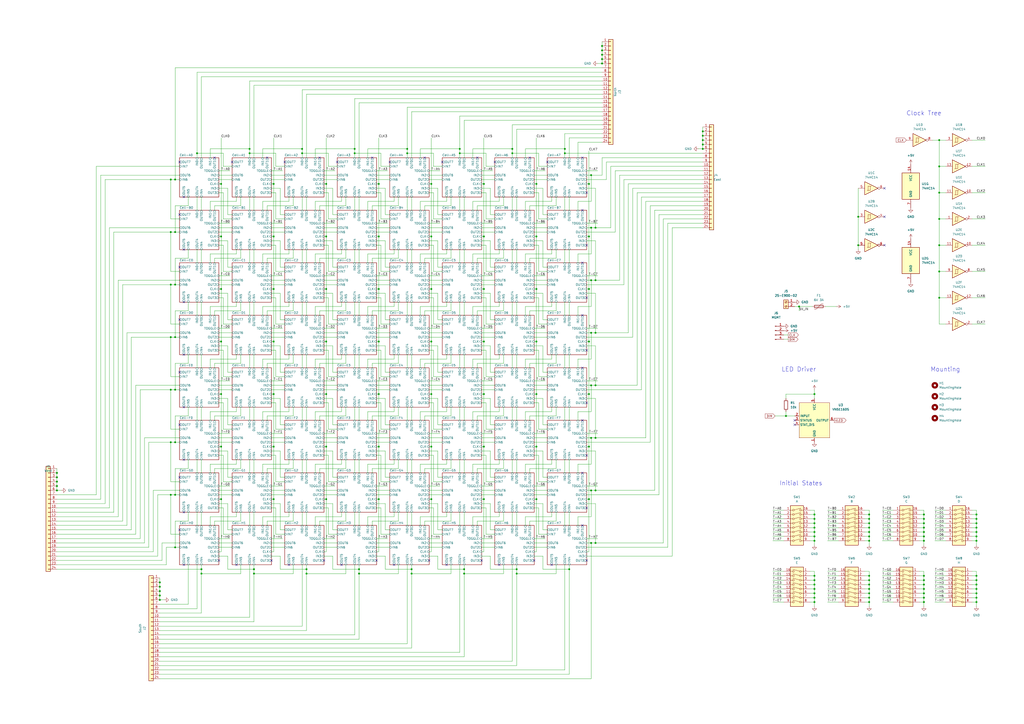
<source format=kicad_sch>
(kicad_sch (version 20211123) (generator eeschema)
  (paper "A2")
  (junction (at 175.26 86.36))
  (junction (at 208.28 332.74))
  (junction (at 349.25 34.29))
  (junction (at 566.42 298.45))
  (junction (at 342.9 284.48))
  (junction (at 341.63 106.68))
  (junction (at 99.06 256.54))
  (junction (at 472.44 300.99))
  (junction (at 472.44 311.15))
  (junction (at 219.71 259.08))
  (junction (at 158.75 137.16))
  (junction (at 535.94 346.71))
  (junction (at 472.44 339.09))
  (junction (at 266.7 86.36))
  (junction (at 189.23 137.16))
  (junction (at 189.23 259.08))
  (junction (at 535.94 313.69))
  (junction (at 472.44 228.6))
  (junction (at 205.74 88.9))
  (junction (at 144.78 86.36))
  (junction (at 504.19 339.09))
  (junction (at 128.27 198.12))
  (junction (at 311.15 228.6))
  (junction (at 504.19 300.99))
  (junction (at 250.19 167.64))
  (junction (at 280.67 167.64))
  (junction (at 250.19 289.56))
  (junction (at 99.06 104.14))
  (junction (at 342.9 132.08))
  (junction (at 544.83 157.48))
  (junction (at 455.93 241.3))
  (junction (at 101.6 165.1))
  (junction (at 407.67 86.36))
  (junction (at 280.67 259.08))
  (junction (at 280.67 289.56))
  (junction (at 99.06 134.62))
  (junction (at 535.94 311.15))
  (junction (at 236.22 88.9))
  (junction (at 311.15 289.56))
  (junction (at 535.94 303.53))
  (junction (at 330.2 330.2))
  (junction (at 566.42 341.63))
  (junction (at 544.83 96.52))
  (junction (at 566.42 313.69))
  (junction (at 101.6 287.02))
  (junction (at 177.8 330.2))
  (junction (at 158.75 228.6))
  (junction (at 311.15 259.08))
  (junction (at 280.67 228.6))
  (junction (at 566.42 300.99))
  (junction (at 342.9 193.04))
  (junction (at 280.67 106.68))
  (junction (at 504.19 313.69))
  (junction (at 101.6 226.06))
  (junction (at 341.63 137.16))
  (junction (at 311.15 137.16))
  (junction (at 99.06 226.06))
  (junction (at 250.19 259.08))
  (junction (at 342.9 223.52))
  (junction (at 128.27 137.16))
  (junction (at 345.44 314.96))
  (junction (at 158.75 198.12))
  (junction (at 101.6 256.54))
  (junction (at 189.23 167.64))
  (junction (at 472.44 313.69))
  (junction (at 504.19 344.17))
  (junction (at 535.94 344.17))
  (junction (at 311.15 167.64))
  (junction (at 544.83 111.76))
  (junction (at 250.19 137.16))
  (junction (at 158.75 259.08))
  (junction (at 497.84 142.24))
  (junction (at 116.84 330.2))
  (junction (at 219.71 198.12))
  (junction (at 472.44 349.25))
  (junction (at 535.94 306.07))
  (junction (at 269.24 332.74))
  (junction (at 349.25 29.21))
  (junction (at 504.19 341.63))
  (junction (at 535.94 336.55))
  (junction (at 250.19 198.12))
  (junction (at 128.27 167.64))
  (junction (at 342.9 101.6))
  (junction (at 566.42 311.15))
  (junction (at 566.42 339.09))
  (junction (at 345.44 254))
  (junction (at 147.32 332.74))
  (junction (at 504.19 298.45))
  (junction (at 472.44 308.61))
  (junction (at 92.71 340.36))
  (junction (at 297.18 86.36))
  (junction (at 116.84 332.74))
  (junction (at 33.02 276.86))
  (junction (at 280.67 137.16))
  (junction (at 158.75 289.56))
  (junction (at 341.63 289.56))
  (junction (at 472.44 344.17))
  (junction (at 341.63 228.6))
  (junction (at 219.71 289.56))
  (junction (at 219.71 137.16))
  (junction (at 349.25 26.67))
  (junction (at 205.74 86.36))
  (junction (at 504.19 349.25))
  (junction (at 92.71 342.9))
  (junction (at 175.26 88.9))
  (junction (at 219.71 106.68))
  (junction (at 535.94 308.61))
  (junction (at 472.44 306.07))
  (junction (at 463.55 177.8))
  (junction (at 345.44 284.48))
  (junction (at 504.19 308.61))
  (junction (at 236.22 86.36))
  (junction (at 189.23 106.68))
  (junction (at 101.6 317.5))
  (junction (at 472.44 334.01))
  (junction (at 269.24 330.2))
  (junction (at 566.42 334.01))
  (junction (at 92.71 347.98))
  (junction (at 208.28 330.2))
  (junction (at 299.72 330.2))
  (junction (at 566.42 349.25))
  (junction (at 177.8 332.74))
  (junction (at 219.71 167.64))
  (junction (at 342.9 254))
  (junction (at 472.44 341.63))
  (junction (at 535.94 298.45))
  (junction (at 144.78 88.9))
  (junction (at 341.63 167.64))
  (junction (at 250.19 106.68))
  (junction (at 472.44 303.53))
  (junction (at 504.19 311.15))
  (junction (at 535.94 341.63))
  (junction (at 327.66 86.36))
  (junction (at 342.9 314.96))
  (junction (at 544.83 142.24))
  (junction (at 128.27 106.68))
  (junction (at 128.27 259.08))
  (junction (at 311.15 106.68))
  (junction (at 250.19 228.6))
  (junction (at 504.19 303.53))
  (junction (at 345.44 162.56))
  (junction (at 472.44 346.71))
  (junction (at 535.94 334.01))
  (junction (at 504.19 336.55))
  (junction (at 189.23 228.6))
  (junction (at 158.75 106.68))
  (junction (at 504.19 306.07))
  (junction (at 407.67 83.82))
  (junction (at 238.76 332.74))
  (junction (at 101.6 134.62))
  (junction (at 566.42 306.07))
  (junction (at 341.63 259.08))
  (junction (at 311.15 198.12))
  (junction (at 407.67 78.74))
  (junction (at 566.42 346.71))
  (junction (at 99.06 165.1))
  (junction (at 101.6 104.14))
  (junction (at 566.42 344.17))
  (junction (at 33.02 274.32))
  (junction (at 566.42 308.61))
  (junction (at 345.44 223.52))
  (junction (at 128.27 289.56))
  (junction (at 33.02 281.94))
  (junction (at 189.23 289.56))
  (junction (at 472.44 298.45))
  (junction (at 92.71 345.44))
  (junction (at 266.7 88.9))
  (junction (at 33.02 279.4))
  (junction (at 114.3 88.9))
  (junction (at 544.83 81.28))
  (junction (at 341.63 198.12))
  (junction (at 407.67 81.28))
  (junction (at 349.25 31.75))
  (junction (at 566.42 336.55))
  (junction (at 497.84 125.73))
  (junction (at 472.44 336.55))
  (junction (at 535.94 300.99))
  (junction (at 345.44 193.04))
  (junction (at 544.83 127))
  (junction (at 189.23 198.12))
  (junction (at 544.83 172.72))
  (junction (at 504.19 334.01))
  (junction (at 566.42 303.53))
  (junction (at 504.19 346.71))
  (junction (at 158.75 167.64))
  (junction (at 297.18 88.9))
  (junction (at 147.32 330.2))
  (junction (at 342.9 162.56))
  (junction (at 349.25 36.83))
  (junction (at 299.72 332.74))
  (junction (at 280.67 198.12))
  (junction (at 33.02 284.48))
  (junction (at 99.06 287.02))
  (junction (at 99.06 195.58))
  (junction (at 101.6 195.58))
  (junction (at 238.76 330.2))
  (junction (at 535.94 349.25))
  (junction (at 407.67 76.2))
  (junction (at 535.94 339.09))
  (junction (at 92.71 337.82))
  (junction (at 128.27 228.6))
  (junction (at 219.71 228.6))
  (junction (at 345.44 132.08))
  (junction (at 327.66 88.9))
  (no_connect (at 106.68 297.18))
  (no_connect (at 259.08 327.66))
  (no_connect (at 337.82 304.8))
  (no_connect (at 340.36 325.12))
  (no_connect (at 340.36 142.24))
  (no_connect (at 248.92 325.12))
  (no_connect (at 337.82 243.84))
  (no_connect (at 279.4 325.12))
  (no_connect (at 104.14 215.9))
  (no_connect (at 309.88 325.12))
  (no_connect (at 276.86 91.44))
  (no_connect (at 289.56 327.66))
  (no_connect (at 106.68 266.7))
  (no_connect (at 104.14 246.38))
  (no_connect (at 337.82 274.32))
  (no_connect (at 340.36 203.2))
  (no_connect (at 337.82 213.36))
  (no_connect (at 337.82 121.92))
  (no_connect (at 337.82 182.88))
  (no_connect (at 340.36 172.72))
  (no_connect (at 337.82 152.4))
  (no_connect (at 340.36 294.64))
  (no_connect (at 106.68 236.22))
  (no_connect (at 228.6 327.66))
  (no_connect (at 307.34 91.44))
  (no_connect (at 317.5 93.98))
  (no_connect (at 320.04 327.66))
  (no_connect (at 461.01 246.38))
  (no_connect (at 461.01 243.84))
  (no_connect (at 104.14 276.86))
  (no_connect (at 287.02 93.98))
  (no_connect (at 513.08 142.24))
  (no_connect (at 256.54 93.98))
  (no_connect (at 340.36 264.16))
  (no_connect (at 340.36 111.76))
  (no_connect (at 337.82 91.44))
  (no_connect (at 246.38 91.44))
  (no_connect (at 513.08 125.73))
  (no_connect (at 104.14 307.34))
  (no_connect (at 106.68 205.74))
  (no_connect (at 215.9 91.44))
  (no_connect (at 124.46 91.44))
  (no_connect (at 106.68 144.78))
  (no_connect (at 104.14 124.46))
  (no_connect (at 134.62 93.98))
  (no_connect (at 154.94 91.44))
  (no_connect (at 104.14 154.94))
  (no_connect (at 106.68 175.26))
  (no_connect (at 104.14 185.42))
  (no_connect (at 106.68 114.3))
  (no_connect (at 104.14 93.98))
  (no_connect (at 195.58 93.98))
  (no_connect (at 185.42 91.44))
  (no_connect (at 165.1 93.98))
  (no_connect (at 513.08 109.22))
  (no_connect (at 226.06 93.98))
  (no_connect (at 198.12 327.66))
  (no_connect (at 187.96 325.12))
  (no_connect (at 218.44 325.12))
  (no_connect (at 340.36 233.68))
  (no_connect (at 167.64 327.66))
  (no_connect (at 137.16 327.66))
  (no_connect (at 157.48 325.12))
  (no_connect (at 127 325.12))
  (no_connect (at 106.68 327.66))
  (wire (pts (xy 193.04 109.22) (xy 193.04 124.46)))
  (wire (pts (xy 236.22 144.78) (xy 236.22 152.4)))
  (wire (pts (xy 256.54 185.42) (xy 254 185.42)))
  (wire (pts (xy 317.5 104.14) (xy 309.88 104.14)))
  (wire (pts (xy 340.36 259.08) (xy 341.63 259.08)))
  (wire (pts (xy 215.9 149.86) (xy 231.14 149.86)))
  (wire (pts (xy 187.96 106.68) (xy 189.23 106.68)))
  (wire (pts (xy 238.76 114.3) (xy 238.76 121.92)))
  (wire (pts (xy 109.22 180.34) (xy 101.6 180.34)))
  (wire (pts (xy 195.58 157.48) (xy 190.5 157.48)))
  (wire (pts (xy 374.65 116.84) (xy 407.67 116.84)))
  (wire (pts (xy 279.4 281.94) (xy 285.75 281.94)))
  (wire (pts (xy 535.94 341.63) (xy 535.94 344.17)))
  (wire (pts (xy 276.86 210.82) (xy 292.1 210.82)))
  (wire (pts (xy 165.1 127) (xy 160.02 127)))
  (wire (pts (xy 345.44 162.56) (xy 345.44 139.7)))
  (wire (pts (xy 299.72 152.4) (xy 299.72 144.78)))
  (wire (pts (xy 218.44 111.76) (xy 220.98 111.76)))
  (wire (pts (xy 127 129.54) (xy 133.35 129.54)))
  (wire (pts (xy 480.06 334.01) (xy 486.41 334.01)))
  (wire (pts (xy 218.44 256.54) (xy 226.06 256.54)))
  (wire (pts (xy 542.29 295.91) (xy 548.64 295.91)))
  (wire (pts (xy 104.14 218.44) (xy 99.06 218.44)))
  (wire (pts (xy 250.19 80.01) (xy 250.19 106.68)))
  (wire (pts (xy 158.75 167.64) (xy 158.75 198.12)))
  (wire (pts (xy 274.32 91.44) (xy 274.32 86.36)))
  (wire (pts (xy 480.06 313.69) (xy 486.41 313.69)))
  (wire (pts (xy 472.44 341.63) (xy 472.44 344.17)))
  (wire (pts (xy 162.56 139.7) (xy 162.56 154.94)))
  (wire (pts (xy 101.6 39.37) (xy 101.6 104.14)))
  (wire (pts (xy 154.94 271.78) (xy 170.18 271.78)))
  (wire (pts (xy 243.84 121.92) (xy 243.84 116.84)))
  (wire (pts (xy 144.78 205.74) (xy 144.78 213.36)))
  (wire (pts (xy 152.4 274.32) (xy 152.4 269.24)))
  (wire (pts (xy 256.54 276.86) (xy 254 276.86)))
  (wire (pts (xy 187.96 109.22) (xy 193.04 109.22)))
  (wire (pts (xy 175.26 91.44) (xy 175.26 88.9)))
  (wire (pts (xy 535.94 349.25) (xy 535.94 351.79)))
  (wire (pts (xy 127 314.96) (xy 134.62 314.96)))
  (wire (pts (xy 226.06 248.92) (xy 220.98 248.92)))
  (wire (pts (xy 223.52 124.46) (xy 226.06 124.46)))
  (wire (pts (xy 309.88 190.5) (xy 316.23 190.5)))
  (wire (pts (xy 469.9 341.63) (xy 472.44 341.63)))
  (wire (pts (xy 157.48 264.16) (xy 160.02 264.16)))
  (wire (pts (xy 218.44 129.54) (xy 224.79 129.54)))
  (wire (pts (xy 187.96 287.02) (xy 195.58 287.02)))
  (wire (pts (xy 367.03 109.22) (xy 407.67 109.22)))
  (wire (pts (xy 147.32 332.74) (xy 147.32 330.2)))
  (wire (pts (xy 566.42 339.09) (xy 566.42 341.63)))
  (wire (pts (xy 309.88 231.14) (xy 314.96 231.14)))
  (wire (pts (xy 314.96 276.86) (xy 317.5 276.86)))
  (wire (pts (xy 448.31 334.01) (xy 454.66 334.01)))
  (wire (pts (xy 109.22 144.78) (xy 109.22 149.86)))
  (wire (pts (xy 213.36 304.8) (xy 213.36 299.72)))
  (wire (pts (xy 279.4 106.68) (xy 280.67 106.68)))
  (wire (pts (xy 327.66 88.9) (xy 407.67 88.9)))
  (wire (pts (xy 472.44 306.07) (xy 472.44 308.61)))
  (wire (pts (xy 276.86 180.34) (xy 276.86 182.88)))
  (wire (pts (xy 266.7 152.4) (xy 266.7 144.78)))
  (wire (pts (xy 469.9 346.71) (xy 472.44 346.71)))
  (wire (pts (xy 101.6 271.78) (xy 101.6 287.02)))
  (wire (pts (xy 147.32 297.18) (xy 147.32 304.8)))
  (wire (pts (xy 340.36 261.62) (xy 345.44 261.62)))
  (wire (pts (xy 345.44 314.96) (xy 345.44 292.1)))
  (wire (pts (xy 195.58 307.34) (xy 193.04 307.34)))
  (wire (pts (xy 511.81 295.91) (xy 518.16 295.91)))
  (wire (pts (xy 218.44 220.98) (xy 224.79 220.98)))
  (wire (pts (xy 335.28 177.8) (xy 342.9 177.8)))
  (wire (pts (xy 187.96 198.12) (xy 189.23 198.12)))
  (wire (pts (xy 208.28 332.74) (xy 231.14 332.74)))
  (wire (pts (xy 218.44 139.7) (xy 223.52 139.7)))
  (wire (pts (xy 137.16 175.26) (xy 137.16 177.8)))
  (wire (pts (xy 104.14 157.48) (xy 99.06 157.48)))
  (wire (pts (xy 501.65 339.09) (xy 504.19 339.09)))
  (wire (pts (xy 154.94 121.92) (xy 154.94 119.38)))
  (wire (pts (xy 533.4 334.01) (xy 535.94 334.01)))
  (wire (pts (xy 535.94 331.47) (xy 535.94 334.01)))
  (wire (pts (xy 279.4 317.5) (xy 287.02 317.5)))
  (wire (pts (xy 279.4 226.06) (xy 287.02 226.06)))
  (wire (pts (xy 280.67 228.6) (xy 280.67 259.08)))
  (wire (pts (xy 195.58 218.44) (xy 190.5 218.44)))
  (wire (pts (xy 154.94 304.8) (xy 154.94 302.26)))
  (wire (pts (xy 127 254) (xy 134.62 254)))
  (wire (pts (xy 309.88 203.2) (xy 312.42 203.2)))
  (wire (pts (xy 276.86 149.86) (xy 276.86 152.4)))
  (wire (pts (xy 218.44 170.18) (xy 223.52 170.18)))
  (wire (pts (xy 248.92 99.06) (xy 255.27 99.06)))
  (wire (pts (xy 317.5 309.88) (xy 312.42 309.88)))
  (wire (pts (xy 157.48 142.24) (xy 160.02 142.24)))
  (wire (pts (xy 287.02 256.54) (xy 279.4 256.54)))
  (wire (pts (xy 165.1 96.52) (xy 160.02 96.52)))
  (wire (pts (xy 218.44 287.02) (xy 226.06 287.02)))
  (wire (pts (xy 367.03 195.58) (xy 367.03 109.22)))
  (wire (pts (xy 160.02 88.9) (xy 144.78 88.9)))
  (wire (pts (xy 317.5 157.48) (xy 312.42 157.48)))
  (wire (pts (xy 208.28 114.3) (xy 208.28 121.92)))
  (wire (pts (xy 274.32 274.32) (xy 274.32 269.24)))
  (wire (pts (xy 144.78 236.22) (xy 144.78 243.84)))
  (wire (pts (xy 251.46 264.16) (xy 251.46 279.4)))
  (wire (pts (xy 566.42 308.61) (xy 566.42 311.15)))
  (wire (pts (xy 251.46 294.64) (xy 248.92 294.64)))
  (wire (pts (xy 563.88 344.17) (xy 566.42 344.17)))
  (wire (pts (xy 134.62 96.52) (xy 129.54 96.52)))
  (wire (pts (xy 327.66 86.36) (xy 304.8 86.36)))
  (wire (pts (xy 354.33 96.52) (xy 354.33 132.08)))
  (wire (pts (xy 157.48 256.54) (xy 165.1 256.54)))
  (wire (pts (xy 165.1 248.92) (xy 160.02 248.92)))
  (wire (pts (xy 66.04 297.18) (xy 66.04 134.62)))
  (wire (pts (xy 213.36 152.4) (xy 213.36 147.32)))
  (wire (pts (xy 147.32 205.74) (xy 147.32 213.36)))
  (wire (pts (xy 99.06 134.62) (xy 99.06 157.48)))
  (wire (pts (xy 157.48 106.68) (xy 158.75 106.68)))
  (wire (pts (xy 472.44 346.71) (xy 472.44 349.25)))
  (wire (pts (xy 127 317.5) (xy 134.62 317.5)))
  (wire (pts (xy 330.2 175.26) (xy 330.2 182.88)))
  (wire (pts (xy 63.5 132.08) (xy 63.5 294.64)))
  (wire (pts (xy 116.84 236.22) (xy 116.84 243.84)))
  (wire (pts (xy 33.02 271.78) (xy 33.02 274.32)))
  (wire (pts (xy 345.44 223.52) (xy 345.44 200.66)))
  (wire (pts (xy 469.9 313.69) (xy 472.44 313.69)))
  (wire (pts (xy 314.96 330.2) (xy 330.2 330.2)))
  (wire (pts (xy 261.62 327.66) (xy 261.62 332.74)))
  (wire (pts (xy 200.66 297.18) (xy 200.66 302.26)))
  (wire (pts (xy 127 190.5) (xy 133.35 190.5)))
  (wire (pts (xy 309.88 287.02) (xy 317.5 287.02)))
  (wire (pts (xy 279.4 254) (xy 287.02 254)))
  (wire (pts (xy 542.29 313.69) (xy 548.64 313.69)))
  (wire (pts (xy 372.11 226.06) (xy 372.11 114.3)))
  (wire (pts (xy 92.71 337.82) (xy 92.71 340.36)))
  (wire (pts (xy 195.58 162.56) (xy 187.96 162.56)))
  (wire (pts (xy 330.2 114.3) (xy 330.2 121.92)))
  (wire (pts (xy 99.06 287.02) (xy 99.06 309.88)))
  (wire (pts (xy 162.56 215.9) (xy 165.1 215.9)))
  (wire (pts (xy 154.94 149.86) (xy 154.94 152.4)))
  (wire (pts (xy 129.54 233.68) (xy 127 233.68)))
  (wire (pts (xy 152.4 208.28) (xy 167.64 208.28)))
  (wire (pts (xy 198.12 205.74) (xy 198.12 208.28)))
  (wire (pts (xy 287.02 246.38) (xy 284.48 246.38)))
  (wire (pts (xy 139.7 266.7) (xy 139.7 271.78)))
  (wire (pts (xy 448.31 313.69) (xy 454.66 313.69)))
  (wire (pts (xy 342.9 223.52) (xy 345.44 223.52)))
  (wire (pts (xy 254 292.1) (xy 254 307.34)))
  (wire (pts (xy 259.08 177.8) (xy 243.84 177.8)))
  (wire (pts (xy 261.62 119.38) (xy 246.38 119.38)))
  (wire (pts (xy 279.4 137.16) (xy 280.67 137.16)))
  (wire (pts (xy 104.14 132.08) (xy 63.5 132.08)))
  (wire (pts (xy 248.92 193.04) (xy 256.54 193.04)))
  (wire (pts (xy 504.19 298.45) (xy 504.19 300.99)))
  (wire (pts (xy 157.48 231.14) (xy 162.56 231.14)))
  (wire (pts (xy 177.8 236.22) (xy 177.8 243.84)))
  (wire (pts (xy 127 294.64) (xy 129.54 294.64)))
  (wire (pts (xy 340.36 289.56) (xy 341.63 289.56)))
  (wire (pts (xy 248.92 101.6) (xy 256.54 101.6)))
  (wire (pts (xy 33.02 279.4) (xy 33.02 281.94)))
  (wire (pts (xy 165.1 279.4) (xy 160.02 279.4)))
  (wire (pts (xy 327.66 388.62) (xy 92.71 388.62)))
  (wire (pts (xy 116.84 297.18) (xy 116.84 304.8)))
  (wire (pts (xy 157.48 160.02) (xy 163.83 160.02)))
  (wire (pts (xy 248.92 198.12) (xy 250.19 198.12)))
  (wire (pts (xy 504.19 300.99) (xy 504.19 303.53)))
  (wire (pts (xy 132.08 322.58) (xy 132.08 330.2)))
  (wire (pts (xy 109.22 271.78) (xy 101.6 271.78)))
  (wire (pts (xy 542.29 339.09) (xy 548.64 339.09)))
  (wire (pts (xy 501.65 331.47) (xy 504.19 331.47)))
  (wire (pts (xy 139.7 236.22) (xy 139.7 241.3)))
  (wire (pts (xy 297.18 327.66) (xy 297.18 383.54)))
  (wire (pts (xy 200.66 327.66) (xy 200.66 332.74)))
  (wire (pts (xy 132.08 246.38) (xy 134.62 246.38)))
  (wire (pts (xy 369.57 223.52) (xy 345.44 223.52)))
  (wire (pts (xy 563.88 96.52) (xy 571.5 96.52)))
  (wire (pts (xy 254 200.66) (xy 254 215.9)))
  (wire (pts (xy 533.4 311.15) (xy 535.94 311.15)))
  (wire (pts (xy 195.58 254) (xy 187.96 254)))
  (wire (pts (xy 185.42 121.92) (xy 185.42 119.38)))
  (wire (pts (xy 132.08 292.1) (xy 132.08 307.34)))
  (wire (pts (xy 345.44 254) (xy 342.9 254)))
  (wire (pts (xy 190.5 111.76) (xy 190.5 127)))
  (wire (pts (xy 228.6 116.84) (xy 213.36 116.84)))
  (wire (pts (xy 349.25 82.55) (xy 335.28 82.55)))
  (wire (pts (xy 327.66 88.9) (xy 327.66 86.36)))
  (wire (pts (xy 279.4 111.76) (xy 281.94 111.76)))
  (wire (pts (xy 248.92 142.24) (xy 251.46 142.24)))
  (wire (pts (xy 177.8 175.26) (xy 177.8 182.88)))
  (wire (pts (xy 448.31 344.17) (xy 454.66 344.17)))
  (wire (pts (xy 243.84 116.84) (xy 259.08 116.84)))
  (wire (pts (xy 297.18 297.18) (xy 297.18 304.8)))
  (wire (pts (xy 157.48 198.12) (xy 158.75 198.12)))
  (wire (pts (xy 226.06 154.94) (xy 223.52 154.94)))
  (wire (pts (xy 236.22 266.7) (xy 236.22 274.32)))
  (wire (pts (xy 167.64 238.76) (xy 167.64 236.22)))
  (wire (pts (xy 213.36 177.8) (xy 228.6 177.8)))
  (wire (pts (xy 279.4 198.12) (xy 280.67 198.12)))
  (wire (pts (xy 304.8 213.36) (xy 304.8 208.28)))
  (wire (pts (xy 261.62 236.22) (xy 261.62 241.3)))
  (wire (pts (xy 127 200.66) (xy 132.08 200.66)))
  (wire (pts (xy 287.02 218.44) (xy 281.94 218.44)))
  (wire (pts (xy 248.92 322.58) (xy 254 322.58)))
  (wire (pts (xy 276.86 121.92) (xy 276.86 119.38)))
  (wire (pts (xy 256.54 127) (xy 251.46 127)))
  (wire (pts (xy 501.65 341.63) (xy 504.19 341.63)))
  (wire (pts (xy 238.76 375.92) (xy 238.76 332.74)))
  (wire (pts (xy 309.88 256.54) (xy 317.5 256.54)))
  (wire (pts (xy 187.96 228.6) (xy 189.23 228.6)))
  (wire (pts (xy 218.44 172.72) (xy 220.98 172.72)))
  (wire (pts (xy 238.76 236.22) (xy 238.76 243.84)))
  (wire (pts (xy 157.48 167.64) (xy 158.75 167.64)))
  (wire (pts (xy 127 226.06) (xy 134.62 226.06)))
  (wire (pts (xy 213.36 213.36) (xy 213.36 208.28)))
  (wire (pts (xy 33.02 281.94) (xy 33.02 284.48)))
  (wire (pts (xy 109.22 205.74) (xy 109.22 210.82)))
  (wire (pts (xy 563.88 336.55) (xy 566.42 336.55)))
  (wire (pts (xy 566.42 313.69) (xy 566.42 316.23)))
  (wire (pts (xy 200.66 205.74) (xy 200.66 210.82)))
  (wire (pts (xy 279.4 167.64) (xy 280.67 167.64)))
  (wire (pts (xy 147.32 236.22) (xy 147.32 243.84)))
  (wire (pts (xy 327.66 205.74) (xy 327.66 213.36)))
  (wire (pts (xy 177.8 332.74) (xy 200.66 332.74)))
  (wire (pts (xy 314.96 292.1) (xy 314.96 307.34)))
  (wire (pts (xy 511.81 346.71) (xy 518.16 346.71)))
  (wire (pts (xy 533.4 308.61) (xy 535.94 308.61)))
  (wire (pts (xy 335.28 82.55) (xy 335.28 91.44)))
  (wire (pts (xy 33.02 314.96) (xy 83.82 314.96)))
  (wire (pts (xy 472.44 226.06) (xy 472.44 228.6)))
  (wire (pts (xy 311.15 198.12) (xy 311.15 228.6)))
  (wire (pts (xy 187.96 193.04) (xy 195.58 193.04)))
  (wire (pts (xy 124.46 180.34) (xy 124.46 182.88)))
  (wire (pts (xy 304.8 299.72) (xy 320.04 299.72)))
  (wire (pts (xy 147.32 49.53) (xy 147.32 91.44)))
  (wire (pts (xy 563.88 298.45) (xy 566.42 298.45)))
  (wire (pts (xy 91.44 322.58) (xy 33.02 322.58)))
  (wire (pts (xy 231.14 119.38) (xy 215.9 119.38)))
  (wire (pts (xy 170.18 241.3) (xy 154.94 241.3)))
  (wire (pts (xy 160.02 294.64) (xy 160.02 309.88)))
  (wire (pts (xy 535.94 339.09) (xy 535.94 341.63)))
  (wire (pts (xy 127 231.14) (xy 132.08 231.14)))
  (wire (pts (xy 563.88 127) (xy 571.5 127)))
  (wire (pts (xy 236.22 86.36) (xy 236.22 62.23)))
  (wire (pts (xy 129.54 172.72) (xy 129.54 187.96)))
  (wire (pts (xy 190.5 233.68) (xy 190.5 248.92)))
  (wire (pts (xy 160.02 294.64) (xy 157.48 294.64)))
  (wire (pts (xy 563.88 334.01) (xy 566.42 334.01)))
  (wire (pts (xy 93.98 325.12) (xy 33.02 325.12)))
  (wire (pts (xy 387.35 317.5) (xy 387.35 129.54)))
  (wire (pts (xy 469.9 298.45) (xy 472.44 298.45)))
  (wire (pts (xy 152.4 121.92) (xy 152.4 116.84)))
  (wire (pts (xy 114.3 213.36) (xy 114.3 205.74)))
  (wire (pts (xy 104.14 162.56) (xy 68.58 162.56)))
  (wire (pts (xy 327.66 266.7) (xy 327.66 274.32)))
  (wire (pts (xy 134.62 124.46) (xy 132.08 124.46)))
  (wire (pts (xy 327.66 152.4) (xy 327.66 144.78)))
  (wire (pts (xy 109.22 241.3) (xy 101.6 241.3)))
  (wire (pts (xy 284.48 170.18) (xy 284.48 185.42)))
  (wire (pts (xy 335.28 152.4) (xy 335.28 147.32)))
  (wire (pts (xy 287.02 127) (xy 281.94 127)))
  (wire (pts (xy 104.14 309.88) (xy 99.06 309.88)))
  (wire (pts (xy 187.96 200.66) (xy 193.04 200.66)))
  (wire (pts (xy 389.89 322.58) (xy 340.36 322.58)))
  (wire (pts (xy 261.62 297.18) (xy 261.62 302.26)))
  (wire (pts (xy 223.52 200.66) (xy 223.52 215.9)))
  (wire (pts (xy 297.18 91.44) (xy 297.18 88.9)))
  (wire (pts (xy 266.7 114.3) (xy 266.7 121.92)))
  (wire (pts (xy 511.81 336.55) (xy 518.16 336.55)))
  (wire (pts (xy 213.36 147.32) (xy 228.6 147.32)))
  (wire (pts (xy 535.94 298.45) (xy 535.94 300.99)))
  (wire (pts (xy 304.8 91.44) (xy 304.8 86.36)))
  (wire (pts (xy 218.44 226.06) (xy 226.06 226.06)))
  (wire (pts (xy 297.18 266.7) (xy 297.18 274.32)))
  (wire (pts (xy 170.18 175.26) (xy 170.18 180.34)))
  (wire (pts (xy 511.81 344.17) (xy 518.16 344.17)))
  (wire (pts (xy 248.92 170.18) (xy 254 170.18)))
  (wire (pts (xy 480.06 295.91) (xy 486.41 295.91)))
  (wire (pts (xy 504.19 331.47) (xy 504.19 334.01)))
  (wire (pts (xy 340.36 251.46) (xy 346.71 251.46)))
  (wire (pts (xy 542.29 300.99) (xy 548.64 300.99)))
  (wire (pts (xy 160.02 96.52) (xy 160.02 88.9)))
  (wire (pts (xy 266.7 86.36) (xy 243.84 86.36)))
  (wire (pts (xy 533.4 346.71) (xy 535.94 346.71)))
  (wire (pts (xy 309.88 289.56) (xy 311.15 289.56)))
  (wire (pts (xy 187.96 172.72) (xy 190.5 172.72)))
  (wire (pts (xy 190.5 203.2) (xy 190.5 218.44)))
  (wire (pts (xy 279.4 142.24) (xy 281.94 142.24)))
  (wire (pts (xy 144.78 175.26) (xy 144.78 182.88)))
  (wire (pts (xy 165.1 287.02) (xy 157.48 287.02)))
  (wire (pts (xy 342.9 208.28) (xy 342.9 193.04)))
  (wire (pts (xy 187.96 314.96) (xy 195.58 314.96)))
  (wire (pts (xy 455.93 238.76) (xy 455.93 241.3)))
  (wire (pts (xy 220.98 203.2) (xy 220.98 218.44)))
  (wire (pts (xy 269.24 332.74) (xy 269.24 330.2)))
  (wire (pts (xy 218.44 200.66) (xy 223.52 200.66)))
  (wire (pts (xy 292.1 205.74) (xy 292.1 210.82)))
  (wire (pts (xy 33.02 292.1) (xy 60.96 292.1)))
  (wire (pts (xy 342.9 116.84) (xy 342.9 101.6)))
  (wire (pts (xy 187.96 264.16) (xy 190.5 264.16)))
  (wire (pts (xy 340.36 292.1) (xy 345.44 292.1)))
  (wire (pts (xy 349.25 49.53) (xy 147.32 49.53)))
  (wire (pts (xy 158.75 198.12) (xy 158.75 228.6)))
  (wire (pts (xy 158.75 80.01) (xy 158.75 106.68)))
  (wire (pts (xy 162.56 292.1) (xy 162.56 307.34)))
  (wire (pts (xy 205.74 114.3) (xy 205.74 121.92)))
  (wire (pts (xy 220.98 88.9) (xy 205.74 88.9)))
  (wire (pts (xy 182.88 116.84) (xy 198.12 116.84)))
  (wire (pts (xy 511.81 298.45) (xy 518.16 298.45)))
  (wire (pts (xy 104.14 101.6) (xy 58.42 101.6)))
  (wire (pts (xy 170.18 119.38) (xy 154.94 119.38)))
  (wire (pts (xy 167.64 147.32) (xy 152.4 147.32)))
  (wire (pts (xy 177.8 327.66) (xy 177.8 330.2)))
  (wire (pts (xy 349.25 74.93) (xy 299.72 74.93)))
  (wire (pts (xy 266.7 378.46) (xy 92.71 378.46)))
  (wire (pts (xy 335.28 269.24) (xy 342.9 269.24)))
  (wire (pts (xy 182.88 213.36) (xy 182.88 208.28)))
  (wire (pts (xy 266.7 67.31) (xy 349.25 67.31)))
  (wire (pts (xy 231.14 266.7) (xy 231.14 271.78)))
  (wire (pts (xy 170.18 266.7) (xy 170.18 271.78)))
  (wire (pts (xy 157.48 104.14) (xy 165.1 104.14)))
  (wire (pts (xy 104.14 279.4) (xy 99.06 279.4)))
  (wire (pts (xy 147.32 114.3) (xy 147.32 121.92)))
  (wire (pts (xy 287.02 279.4) (xy 281.94 279.4)))
  (wire (pts (xy 248.92 292.1) (xy 254 292.1)))
  (wire (pts (xy 167.64 208.28) (xy 167.64 205.74)))
  (wire (pts (xy 189.23 320.04) (xy 187.96 320.04)))
  (wire (pts (xy 511.81 349.25) (xy 518.16 349.25)))
  (wire (pts (xy 314.96 215.9) (xy 317.5 215.9)))
  (wire (pts (xy 501.65 300.99) (xy 504.19 300.99)))
  (wire (pts (xy 158.75 228.6) (xy 158.75 259.08)))
  (wire (pts (xy 101.6 302.26) (xy 101.6 317.5)))
  (wire (pts (xy 566.42 303.53) (xy 566.42 306.07)))
  (wire (pts (xy 243.84 213.36) (xy 243.84 208.28)))
  (wire (pts (xy 124.46 119.38) (xy 124.46 121.92)))
  (wire (pts (xy 160.02 172.72) (xy 160.02 187.96)))
  (wire (pts (xy 448.31 306.07) (xy 454.66 306.07)))
  (wire (pts (xy 349.25 44.45) (xy 116.84 44.45)))
  (wire (pts (xy 345.44 193.04) (xy 342.9 193.04)))
  (wire (pts (xy 455.93 241.3) (xy 461.01 241.3)))
  (wire (pts (xy 472.44 334.01) (xy 472.44 336.55)))
  (wire (pts (xy 345.44 132.08) (xy 342.9 132.08)))
  (wire (pts (xy 544.83 157.48) (xy 548.64 157.48)))
  (wire (pts (xy 322.58 236.22) (xy 322.58 241.3)))
  (wire (pts (xy 134.62 132.08) (xy 127 132.08)))
  (wire (pts (xy 208.28 297.18) (xy 208.28 304.8)))
  (wire (pts (xy 185.42 302.26) (xy 200.66 302.26)))
  (wire (pts (xy 309.88 314.96) (xy 317.5 314.96)))
  (wire (pts (xy 256.54 187.96) (xy 251.46 187.96)))
  (wire (pts (xy 137.16 299.72) (xy 137.16 297.18)))
  (wire (pts (xy 279.4 289.56) (xy 280.67 289.56)))
  (wire (pts (xy 566.42 346.71) (xy 566.42 349.25)))
  (wire (pts (xy 213.36 121.92) (xy 213.36 116.84)))
  (wire (pts (xy 248.92 162.56) (xy 256.54 162.56)))
  (wire (pts (xy 448.31 336.55) (xy 454.66 336.55)))
  (wire (pts (xy 279.4 228.6) (xy 280.67 228.6)))
  (wire (pts (xy 218.44 314.96) (xy 226.06 314.96)))
  (wire (pts (xy 501.65 308.61) (xy 504.19 308.61)))
  (wire (pts (xy 193.04 292.1) (xy 193.04 307.34)))
  (wire (pts (xy 185.42 271.78) (xy 185.42 274.32)))
  (wire (pts (xy 342.9 314.96) (xy 345.44 314.96)))
  (wire (pts (xy 121.92 304.8) (xy 121.92 299.72)))
  (wire (pts (xy 157.48 132.08) (xy 165.1 132.08)))
  (wire (pts (xy 276.86 213.36) (xy 276.86 210.82)))
  (wire (pts (xy 215.9 302.26) (xy 215.9 304.8)))
  (wire (pts (xy 250.19 167.64) (xy 250.19 198.12)))
  (wire (pts (xy 307.34 302.26) (xy 322.58 302.26)))
  (wire (pts (xy 124.46 271.78) (xy 139.7 271.78)))
  (wire (pts (xy 349.25 69.85) (xy 269.24 69.85)))
  (wire (pts (xy 193.04 276.86) (xy 195.58 276.86)))
  (wire (pts (xy 349.25 29.21) (xy 349.25 31.75)))
  (wire (pts (xy 189.23 289.56) (xy 189.23 320.04)))
  (wire (pts (xy 157.48 170.18) (xy 162.56 170.18)))
  (wire (pts (xy 157.48 317.5) (xy 165.1 317.5)))
  (wire (pts (xy 189.23 167.64) (xy 189.23 198.12)))
  (wire (pts (xy 116.84 332.74) (xy 139.7 332.74)))
  (wire (pts (xy 175.26 266.7) (xy 175.26 274.32)))
  (wire (pts (xy 218.44 317.5) (xy 226.06 317.5)))
  (wire (pts (xy 533.4 313.69) (xy 535.94 313.69)))
  (wire (pts (xy 292.1 241.3) (xy 276.86 241.3)))
  (wire (pts (xy 299.72 386.08) (xy 299.72 332.74)))
  (wire (pts (xy 246.38 180.34) (xy 261.62 180.34)))
  (wire (pts (xy 297.18 86.36) (xy 297.18 72.39)))
  (wire (pts (xy 177.8 114.3) (xy 177.8 121.92)))
  (wire (pts (xy 215.9 210.82) (xy 215.9 213.36)))
  (wire (pts (xy 269.24 175.26) (xy 269.24 182.88)))
  (wire (pts (xy 297.18 86.36) (xy 274.32 86.36)))
  (wire (pts (xy 104.14 226.06) (xy 101.6 226.06)))
  (wire (pts (xy 139.7 144.78) (xy 139.7 149.86)))
  (wire (pts (xy 205.74 297.18) (xy 205.74 304.8)))
  (wire (pts (xy 144.78 358.14) (xy 92.71 358.14)))
  (wire (pts (xy 307.34 119.38) (xy 322.58 119.38)))
  (wire (pts (xy 238.76 64.77) (xy 238.76 91.44)))
  (wire (pts (xy 127 99.06) (xy 133.35 99.06)))
  (wire (pts (xy 218.44 106.68) (xy 219.71 106.68)))
  (wire (pts (xy 185.42 210.82) (xy 200.66 210.82)))
  (wire (pts (xy 480.06 344.17) (xy 486.41 344.17)))
  (wire (pts (xy 167.64 177.8) (xy 152.4 177.8)))
  (wire (pts (xy 93.98 314.96) (xy 93.98 325.12)))
  (wire (pts (xy 134.62 187.96) (xy 129.54 187.96)))
  (wire (pts (xy 223.52 109.22) (xy 223.52 124.46)))
  (wire (pts (xy 374.65 254) (xy 345.44 254)))
  (wire (pts (xy 309.88 322.58) (xy 314.96 322.58)))
  (wire (pts (xy 213.36 299.72) (xy 228.6 299.72)))
  (wire (pts (xy 129.54 96.52) (xy 129.54 88.9)))
  (wire (pts (xy 542.29 334.01) (xy 548.64 334.01)))
  (wire (pts (xy 213.36 238.76) (xy 228.6 238.76)))
  (wire (pts (xy 246.38 182.88) (xy 246.38 180.34)))
  (wire (pts (xy 314.96 109.22) (xy 314.96 124.46)))
  (wire (pts (xy 33.02 284.48) (xy 35.56 284.48)))
  (wire (pts (xy 248.92 259.08) (xy 250.19 259.08)))
  (wire (pts (xy 127 195.58) (xy 134.62 195.58)))
  (wire (pts (xy 137.16 116.84) (xy 121.92 116.84)))
  (wire (pts (xy 279.4 312.42) (xy 285.75 312.42)))
  (wire (pts (xy 251.46 142.24) (xy 251.46 157.48)))
  (wire (pts (xy 497.84 125.73) (xy 497.84 142.24)))
  (wire (pts (xy 157.48 172.72) (xy 160.02 172.72)))
  (wire (pts (xy 248.92 104.14) (xy 256.54 104.14)))
  (wire (pts (xy 187.96 142.24) (xy 190.5 142.24)))
  (wire (pts (xy 297.18 144.78) (xy 297.18 152.4)))
  (wire (pts (xy 158.75 259.08) (xy 158.75 289.56)))
  (wire (pts (xy 256.54 307.34) (xy 254 307.34)))
  (wire (pts (xy 309.88 281.94) (xy 316.23 281.94)))
  (wire (pts (xy 312.42 88.9) (xy 297.18 88.9)))
  (wire (pts (xy 320.04 238.76) (xy 320.04 236.22)))
  (wire (pts (xy 185.42 213.36) (xy 185.42 210.82)))
  (wire (pts (xy 342.9 269.24) (xy 342.9 254)))
  (wire (pts (xy 218.44 254) (xy 226.06 254)))
  (wire (pts (xy 292.1 175.26) (xy 292.1 180.34)))
  (wire (pts (xy 472.44 349.25) (xy 472.44 351.79)))
  (wire (pts (xy 320.04 147.32) (xy 320.04 144.78)))
  (wire (pts (xy 236.22 86.36) (xy 236.22 88.9)))
  (wire (pts (xy 480.06 308.61) (xy 486.41 308.61)))
  (wire (pts (xy 340.36 223.52) (xy 342.9 223.52)))
  (wire (pts (xy 165.1 157.48) (xy 160.02 157.48)))
  (wire (pts (xy 309.88 172.72) (xy 312.42 172.72)))
  (wire (pts (xy 320.04 177.8) (xy 304.8 177.8)))
  (wire (pts (xy 480.06 346.71) (xy 486.41 346.71)))
  (wire (pts (xy 219.71 320.04) (xy 218.44 320.04)))
  (wire (pts (xy 248.92 134.62) (xy 256.54 134.62)))
  (wire (pts (xy 341.63 198.12) (xy 341.63 228.6)))
  (wire (pts (xy 340.36 106.68) (xy 341.63 106.68)))
  (wire (pts (xy 544.83 96.52) (xy 544.83 111.76)))
  (wire (pts (xy 297.18 175.26) (xy 297.18 182.88)))
  (wire (pts (xy 563.88 331.47) (xy 566.42 331.47)))
  (wire (pts (xy 139.7 149.86) (xy 124.46 149.86)))
  (wire (pts (xy 322.58 327.66) (xy 322.58 332.74)))
  (wire (pts (xy 127 228.6) (xy 128.27 228.6)))
  (wire (pts (xy 137.16 236.22) (xy 137.16 238.76)))
  (wire (pts (xy 563.88 172.72) (xy 571.5 172.72)))
  (wire (pts (xy 121.92 213.36) (xy 121.92 208.28)))
  (wire (pts (xy 124.46 271.78) (xy 124.46 274.32)))
  (wire (pts (xy 251.46 203.2) (xy 251.46 218.44)))
  (wire (pts (xy 248.92 261.62) (xy 254 261.62)))
  (wire (pts (xy 497.84 142.24) (xy 497.84 144.78)))
  (wire (pts (xy 231.14 236.22) (xy 231.14 241.3)))
  (wire (pts (xy 190.5 88.9) (xy 175.26 88.9)))
  (wire (pts (xy 109.22 297.18) (xy 109.22 302.26)))
  (wire (pts (xy 158.75 106.68) (xy 158.75 137.16)))
  (wire (pts (xy 248.92 129.54) (xy 255.27 129.54)))
  (wire (pts (xy 292.1 266.7) (xy 292.1 271.78)))
  (wire (pts (xy 304.8 121.92) (xy 304.8 116.84)))
  (wire (pts (xy 127 137.16) (xy 128.27 137.16)))
  (wire (pts (xy 542.29 308.61) (xy 548.64 308.61)))
  (wire (pts (xy 187.96 111.76) (xy 190.5 111.76)))
  (wire (pts (xy 289.56 177.8) (xy 289.56 175.26)))
  (wire (pts (xy 195.58 187.96) (xy 190.5 187.96)))
  (wire (pts (xy 566.42 300.99) (xy 566.42 303.53)))
  (wire (pts (xy 281.94 264.16) (xy 281.94 279.4)))
  (wire (pts (xy 276.86 241.3) (xy 276.86 243.84)))
  (wire (pts (xy 60.96 292.1) (xy 60.96 104.14)))
  (wire (pts (xy 327.66 327.66) (xy 327.66 388.62)))
  (wire (pts (xy 327.66 91.44) (xy 327.66 88.9)))
  (wire (pts (xy 162.56 246.38) (xy 165.1 246.38)))
  (wire (pts (xy 274.32 116.84) (xy 289.56 116.84)))
  (wire (pts (xy 501.65 349.25) (xy 504.19 349.25)))
  (wire (pts (xy 317.5 154.94) (xy 314.96 154.94)))
  (wire (pts (xy 299.72 297.18) (xy 299.72 304.8)))
  (wire (pts (xy 469.9 303.53) (xy 472.44 303.53)))
  (wire (pts (xy 535.94 334.01) (xy 535.94 336.55)))
  (wire (pts (xy 86.36 256.54) (xy 86.36 317.5)))
  (wire (pts (xy 124.46 210.82) (xy 124.46 213.36)))
  (wire (pts (xy 248.92 314.96) (xy 256.54 314.96)))
  (wire (pts (xy 175.26 363.22) (xy 92.71 363.22)))
  (wire (pts (xy 279.4 200.66) (xy 284.48 200.66)))
  (wire (pts (xy 185.42 180.34) (xy 185.42 182.88)))
  (wire (pts (xy 127 198.12) (xy 128.27 198.12)))
  (wire (pts (xy 340.36 200.66) (xy 345.44 200.66)))
  (wire (pts (xy 535.94 344.17) (xy 535.94 346.71)))
  (wire (pts (xy 469.9 295.91) (xy 472.44 295.91)))
  (wire (pts (xy 99.06 226.06) (xy 81.28 226.06)))
  (wire (pts (xy 124.46 149.86) (xy 124.46 152.4)))
  (wire (pts (xy 109.22 149.86) (xy 101.6 149.86)))
  (wire (pts (xy 220.98 309.88) (xy 220.98 294.64)))
  (wire (pts (xy 280.67 259.08) (xy 280.67 289.56)))
  (wire (pts (xy 195.58 165.1) (xy 187.96 165.1)))
  (wire (pts (xy 99.06 248.92) (xy 99.06 226.06)))
  (wire (pts (xy 132.08 261.62) (xy 132.08 276.86)))
  (wire (pts (xy 269.24 213.36) (xy 269.24 205.74)))
  (wire (pts (xy 121.92 91.44) (xy 121.92 86.36)))
  (wire (pts (xy 187.96 220.98) (xy 194.31 220.98)))
  (wire (pts (xy 81.28 226.06) (xy 81.28 312.42)))
  (wire (pts (xy 284.48 139.7) (xy 284.48 154.94)))
  (wire (pts (xy 223.52 276.86) (xy 226.06 276.86)))
  (wire (pts (xy 170.18 205.74) (xy 170.18 210.82)))
  (wire (pts (xy 152.4 116.84) (xy 167.64 116.84)))
  (wire (pts (xy 287.02 307.34) (xy 284.48 307.34)))
  (wire (pts (xy 137.16 208.28) (xy 137.16 205.74)))
  (wire (pts (xy 304.8 243.84) (xy 304.8 238.76)))
  (wire (pts (xy 340.36 254) (xy 342.9 254)))
  (wire (pts (xy 341.63 259.08) (xy 341.63 289.56)))
  (wire (pts (xy 314.96 307.34) (xy 317.5 307.34)))
  (wire (pts (xy 220.98 172.72) (xy 220.98 187.96)))
  (wire (pts (xy 566.42 295.91) (xy 566.42 298.45)))
  (wire (pts (xy 92.71 345.44) (xy 92.71 347.98)))
  (wire (pts (xy 175.26 86.36) (xy 175.26 88.9)))
  (wire (pts (xy 114.3 152.4) (xy 114.3 144.78)))
  (wire (pts (xy 114.3 266.7) (xy 114.3 274.32)))
  (wire (pts (xy 297.18 86.36) (xy 297.18 88.9)))
  (wire (pts (xy 157.48 261.62) (xy 162.56 261.62)))
  (wire (pts (xy 248.92 109.22) (xy 254 109.22)))
  (wire (pts (xy 248.92 190.5) (xy 255.27 190.5)))
  (wire (pts (xy 566.42 298.45) (xy 566.42 300.99)))
  (wire (pts (xy 208.28 175.26) (xy 208.28 182.88)))
  (wire (pts (xy 563.88 306.07) (xy 566.42 306.07)))
  (wire (pts (xy 563.88 308.61) (xy 566.42 308.61)))
  (wire (pts (xy 246.38 302.26) (xy 261.62 302.26)))
  (wire (pts (xy 152.4 243.84) (xy 152.4 238.76)))
  (wire (pts (xy 99.06 279.4) (xy 99.06 256.54)))
  (wire (pts (xy 563.88 339.09) (xy 566.42 339.09)))
  (wire (pts (xy 187.96 233.68) (xy 190.5 233.68)))
  (wire (pts (xy 254 322.58) (xy 254 330.2)))
  (wire (pts (xy 116.84 144.78) (xy 116.84 152.4)))
  (wire (pts (xy 205.74 86.36) (xy 205.74 57.15)))
  (wire (pts (xy 280.67 80.01) (xy 280.67 106.68)))
  (wire (pts (xy 297.18 236.22) (xy 297.18 243.84)))
  (wire (pts (xy 340.36 312.42) (xy 346.71 312.42)))
  (wire (pts (xy 469.9 339.09) (xy 472.44 339.09)))
  (wire (pts (xy 480.06 311.15) (xy 486.41 311.15)))
  (wire (pts (xy 289.56 208.28) (xy 274.32 208.28)))
  (wire (pts (xy 340.36 101.6) (xy 342.9 101.6)))
  (wire (pts (xy 182.88 152.4) (xy 182.88 147.32)))
  (wire (pts (xy 320.04 147.32) (xy 304.8 147.32)))
  (wire (pts (xy 33.02 302.26) (xy 71.12 302.26)))
  (wire (pts (xy 544.83 172.72) (xy 548.64 172.72)))
  (wire (pts (xy 226.06 101.6) (xy 218.44 101.6)))
  (wire (pts (xy 276.86 304.8) (xy 276.86 302.26)))
  (wire (pts (xy 276.86 271.78) (xy 276.86 274.32)))
  (wire (pts (xy 137.16 266.7) (xy 137.16 269.24)))
  (wire (pts (xy 533.4 295.91) (xy 535.94 295.91)))
  (wire (pts (xy 157.48 251.46) (xy 163.83 251.46)))
  (wire (pts (xy 187.96 251.46) (xy 194.31 251.46)))
  (wire (pts (xy 139.7 119.38) (xy 124.46 119.38)))
  (wire (pts (xy 535.94 303.53) (xy 535.94 306.07)))
  (wire (pts (xy 104.14 187.96) (xy 99.06 187.96)))
  (wire (pts (xy 58.42 289.56) (xy 33.02 289.56)))
  (wire (pts (xy 58.42 101.6) (xy 58.42 289.56)))
  (wire (pts (xy 101.6 241.3) (xy 101.6 256.54)))
  (wire (pts (xy 511.81 339.09) (xy 518.16 339.09)))
  (wire (pts (xy 92.71 391.16) (xy 330.2 391.16)))
  (wire (pts (xy 542.29 349.25) (xy 548.64 349.25)))
  (wire (pts (xy 154.94 213.36) (xy 154.94 210.82)))
  (wire (pts (xy 309.88 170.18) (xy 314.96 170.18)))
  (wire (pts (xy 162.56 330.2) (xy 177.8 330.2)))
  (wire (pts (xy 281.94 96.52) (xy 281.94 88.9)))
  (wire (pts (xy 309.88 294.64) (xy 312.42 294.64)))
  (wire (pts (xy 205.74 91.44) (xy 205.74 88.9)))
  (wire (pts (xy 127 264.16) (xy 129.54 264.16)))
  (wire (pts (xy 127 256.54) (xy 134.62 256.54)))
  (wire (pts (xy 198.12 208.28) (xy 182.88 208.28)))
  (wire (pts (xy 542.29 298.45) (xy 548.64 298.45)))
  (wire (pts (xy 279.4 99.06) (xy 285.75 99.06)))
  (wire (pts (xy 243.84 152.4) (xy 243.84 147.32)))
  (wire (pts (xy 162.56 231.14) (xy 162.56 246.38)))
  (wire (pts (xy 187.96 170.18) (xy 193.04 170.18)))
  (wire (pts (xy 340.36 287.02) (xy 382.27 287.02)))
  (wire (pts (xy 463.55 177.8) (xy 471.17 177.8)))
  (wire (pts (xy 200.66 144.78) (xy 200.66 149.86)))
  (wire (pts (xy 349.25 31.75) (xy 349.25 34.29)))
  (wire (pts (xy 175.26 52.07) (xy 349.25 52.07)))
  (wire (pts (xy 193.04 330.2) (xy 208.28 330.2)))
  (wire (pts (xy 218.44 281.94) (xy 224.79 281.94)))
  (wire (pts (xy 248.92 165.1) (xy 256.54 165.1)))
  (wire (pts (xy 407.67 73.66) (xy 407.67 76.2)))
  (wire (pts (xy 226.06 104.14) (xy 218.44 104.14)))
  (wire (pts (xy 266.7 243.84) (xy 266.7 236.22)))
  (wire (pts (xy 127 139.7) (xy 132.08 139.7)))
  (wire (pts (xy 279.4 284.48) (xy 287.02 284.48)))
  (wire (pts (xy 340.36 129.54) (xy 346.71 129.54)))
  (wire (pts (xy 504.19 346.71) (xy 504.19 349.25)))
  (wire (pts (xy 563.88 142.24) (xy 571.5 142.24)))
  (wire (pts (xy 566.42 336.55) (xy 566.42 339.09)))
  (wire (pts (xy 228.6 208.28) (xy 228.6 205.74)))
  (wire (pts (xy 157.48 322.58) (xy 162.56 322.58)))
  (wire (pts (xy 128.27 259.08) (xy 128.27 289.56)))
  (wire (pts (xy 205.74 327.66) (xy 205.74 368.3)))
  (wire (pts (xy 205.74 57.15) (xy 349.25 57.15)))
  (wire (pts (xy 121.92 182.88) (xy 121.92 177.8)))
  (wire (pts (xy 279.4 129.54) (xy 285.75 129.54)))
  (wire (pts (xy 195.58 215.9) (xy 193.04 215.9)))
  (wire (pts (xy 165.1 307.34) (xy 162.56 307.34)))
  (wire (pts (xy 170.18 327.66) (xy 170.18 332.74)))
  (wire (pts (xy 218.44 264.16) (xy 220.98 264.16)))
  (wire (pts (xy 254 170.18) (xy 254 185.42)))
  (wire (pts (xy 139.7 205.74) (xy 139.7 210.82)))
  (wire (pts (xy 99.06 134.62) (xy 101.6 134.62)))
  (wire (pts (xy 269.24 266.7) (xy 269.24 274.32)))
  (wire (pts (xy 297.18 72.39) (xy 349.25 72.39)))
  (wire (pts (xy 243.84 299.72) (xy 259.08 299.72)))
  (wire (pts (xy 109.22 350.52) (xy 92.71 350.52)))
  (wire (pts (xy 243.84 91.44) (xy 243.84 86.36)))
  (wire (pts (xy 238.76 144.78) (xy 238.76 152.4)))
  (wire (pts (xy 279.4 233.68) (xy 281.94 233.68)))
  (wire (pts (xy 480.06 336.55) (xy 486.41 336.55)))
  (wire (pts (xy 287.02 154.94) (xy 284.48 154.94)))
  (wire (pts (xy 266.7 175.26) (xy 266.7 182.88)))
  (wire (pts (xy 284.48 322.58) (xy 284.48 330.2)))
  (wire (pts (xy 218.44 251.46) (xy 224.79 251.46)))
  (wire (pts (xy 281.94 111.76) (xy 281.94 127)))
  (wire (pts (xy 83.82 314.96) (xy 83.82 254)))
  (wire (pts (xy 187.96 322.58) (xy 193.04 322.58)))
  (wire (pts (xy 335.28 274.32) (xy 335.28 269.24)))
  (wire (pts (xy 501.65 344.17) (xy 504.19 344.17)))
  (wire (pts (xy 101.6 210.82) (xy 101.6 226.06)))
  (wire (pts (xy 304.8 304.8) (xy 304.8 299.72)))
  (wire (pts (xy 287.02 157.48) (xy 281.94 157.48)))
  (wire (pts (xy 187.96 101.6) (xy 195.58 101.6)))
  (wire (pts (xy 121.92 274.32) (xy 121.92 269.24)))
  (wire (pts (xy 354.33 132.08) (xy 345.44 132.08)))
  (wire (pts (xy 259.08 116.84) (xy 259.08 114.3)))
  (wire (pts (xy 144.78 266.7) (xy 144.78 274.32)))
  (wire (pts (xy 114.3 304.8) (xy 114.3 297.18)))
  (wire (pts (xy 342.9 238.76) (xy 342.9 223.52)))
  (wire (pts (xy 144.78 91.44) (xy 144.78 88.9)))
  (wire (pts (xy 92.71 335.28) (xy 92.71 337.82)))
  (wire (pts (xy 284.48 261.62) (xy 284.48 276.86)))
  (wire (pts (xy 535.94 346.71) (xy 535.94 349.25)))
  (wire (pts (xy 455.93 228.6) (xy 455.93 231.14)))
  (wire (pts (xy 92.71 340.36) (xy 92.71 342.9)))
  (wire (pts (xy 369.57 111.76) (xy 369.57 223.52)))
  (wire (pts (xy 99.06 256.54) (xy 86.36 256.54)))
  (wire (pts (xy 542.29 306.07) (xy 548.64 306.07)))
  (wire (pts (xy 223.52 330.2) (xy 238.76 330.2)))
  (wire (pts (xy 193.04 231.14) (xy 193.04 246.38)))
  (wire (pts (xy 175.26 152.4) (xy 175.26 144.78)))
  (wire (pts (xy 226.06 96.52) (xy 220.98 96.52)))
  (wire (pts (xy 535.94 306.07) (xy 535.94 308.61)))
  (wire (pts (xy 349.25 26.67) (xy 349.25 29.21)))
  (wire (pts (xy 127 223.52) (xy 134.62 223.52)))
  (wire (pts (xy 109.22 114.3) (xy 109.22 119.38)))
  (wire (pts (xy 248.92 132.08) (xy 256.54 132.08)))
  (wire (pts (xy 162.56 200.66) (xy 162.56 215.9)))
  (wire (pts (xy 129.54 279.4) (xy 134.62 279.4)))
  (wire (pts (xy 205.74 368.3) (xy 92.71 368.3)))
  (wire (pts (xy 124.46 302.26) (xy 139.7 302.26)))
  (wire (pts (xy 223.52 215.9) (xy 226.06 215.9)))
  (wire (pts (xy 127 259.08) (xy 128.27 259.08)))
  (wire (pts (xy 327.66 175.26) (xy 327.66 182.88)))
  (wire (pts (xy 208.28 243.84) (xy 208.28 236.22)))
  (wire (pts (xy 127 203.2) (xy 129.54 203.2)))
  (wire (pts (xy 335.28 116.84) (xy 335.28 121.92)))
  (wire (pts (xy 297.18 114.3) (xy 297.18 121.92)))
  (wire (pts (xy 320.04 266.7) (xy 320.04 269.24)))
  (wire (pts (xy 200.66 175.26) (xy 200.66 180.34)))
  (wire (pts (xy 104.14 165.1) (xy 101.6 165.1)))
  (wire (pts (xy 274.32 243.84) (xy 274.32 238.76)))
  (wire (pts (xy 226.06 246.38) (xy 223.52 246.38)))
  (wire (pts (xy 205.74 205.74) (xy 205.74 213.36)))
  (wire (pts (xy 223.52 246.38) (xy 223.52 231.14)))
  (wire (pts (xy 96.52 317.5) (xy 96.52 327.66)))
  (wire (pts (xy 157.48 259.08) (xy 158.75 259.08)))
  (wire (pts (xy 127 312.42) (xy 133.35 312.42)))
  (wire (pts (xy 99.06 165.1) (xy 101.6 165.1)))
  (wire (pts (xy 535.94 311.15) (xy 535.94 313.69)))
  (wire (pts (xy 76.2 195.58) (xy 76.2 307.34)))
  (wire (pts (xy 116.84 355.6) (xy 92.71 355.6)))
  (wire (pts (xy 86.36 317.5) (xy 33.02 317.5)))
  (wire (pts (xy 190.5 294.64) (xy 187.96 294.64)))
  (wire (pts (xy 187.96 132.08) (xy 195.58 132.08)))
  (wire (pts (xy 129.54 142.24) (xy 127 142.24)))
  (wire (pts (xy 544.83 111.76) (xy 544.83 127)))
  (wire (pts (xy 280.67 167.64) (xy 280.67 198.12)))
  (wire (pts (xy 223.52 185.42) (xy 226.06 185.42)))
  (wire (pts (xy 71.12 302.26) (xy 71.12 165.1)))
  (wire (pts (xy 101.6 149.86) (xy 101.6 165.1)))
  (wire (pts (xy 177.8 144.78) (xy 177.8 152.4)))
  (wire (pts (xy 269.24 236.22) (xy 269.24 243.84)))
  (wire (pts (xy 182.88 182.88) (xy 182.88 177.8)))
  (wire (pts (xy 154.94 302.26) (xy 170.18 302.26)))
  (wire (pts (xy 480.06 341.63) (xy 486.41 341.63)))
  (wire (pts (xy 121.92 121.92) (xy 121.92 116.84)))
  (wire (pts (xy 157.48 226.06) (xy 165.1 226.06)))
  (wire (pts (xy 251.46 111.76) (xy 248.92 111.76)))
  (wire (pts (xy 269.24 381) (xy 269.24 332.74)))
  (wire (pts (xy 469.9 300.99) (xy 472.44 300.99)))
  (wire (pts (xy 99.06 104.14) (xy 99.06 127)))
  (wire (pts (xy 472.44 303.53) (xy 472.44 306.07)))
  (wire (pts (xy 238.76 266.7) (xy 238.76 274.32)))
  (wire (pts (xy 187.96 289.56) (xy 189.23 289.56)))
  (wire (pts (xy 218.44 134.62) (xy 226.06 134.62)))
  (wire (pts (xy 292.1 236.22) (xy 292.1 241.3)))
  (wire (pts (xy 501.65 295.91) (xy 504.19 295.91)))
  (wire (pts (xy 251.46 233.68) (xy 251.46 248.92)))
  (wire (pts (xy 175.26 175.26) (xy 175.26 182.88)))
  (wire (pts (xy 292.1 180.34) (xy 276.86 180.34)))
  (wire (pts (xy 66.04 134.62) (xy 99.06 134.62)))
  (wire (pts (xy 377.19 119.38) (xy 407.67 119.38)))
  (wire (pts (xy 139.7 210.82) (xy 124.46 210.82)))
  (wire (pts (xy 139.7 114.3) (xy 139.7 119.38)))
  (wire (pts (xy 218.44 165.1) (xy 226.06 165.1)))
  (wire (pts (xy 287.02 96.52) (xy 281.94 96.52)))
  (wire (pts (xy 312.42 111.76) (xy 312.42 127)))
  (wire (pts (xy 511.81 311.15) (xy 518.16 311.15)))
  (wire (pts (xy 457.2 196.85) (xy 454.66 196.85)))
  (wire (pts (xy 533.4 336.55) (xy 535.94 336.55)))
  (wire (pts (xy 501.65 306.07) (xy 504.19 306.07)))
  (wire (pts (xy 127 281.94) (xy 133.35 281.94)))
  (wire (pts (xy 312.42 233.68) (xy 312.42 248.92)))
  (wire (pts (xy 134.62 127) (xy 129.54 127)))
  (wire (pts (xy 175.26 114.3) (xy 175.26 121.92)))
  (wire (pts (xy 189.23 198.12) (xy 189.23 228.6)))
  (wire (pts (xy 254 330.2) (xy 269.24 330.2)))
  (wire (pts (xy 297.18 383.54) (xy 92.71 383.54)))
  (wire (pts (xy 472.44 311.15) (xy 472.44 313.69)))
  (wire (pts (xy 364.49 193.04) (xy 345.44 193.04)))
  (wire (pts (xy 88.9 284.48) (xy 88.9 320.04)))
  (wire (pts (xy 187.96 281.94) (xy 194.31 281.94)))
  (wire (pts (xy 349.25 54.61) (xy 177.8 54.61)))
  (wire (pts (xy 195.58 256.54) (xy 187.96 256.54)))
  (wire (pts (xy 132.08 246.38) (xy 132.08 231.14)))
  (wire (pts (xy 320.04 299.72) (xy 320.04 297.18)))
  (wire (pts (xy 342.9 314.96) (xy 342.9 393.7)))
  (wire (pts (xy 279.4 193.04) (xy 287.02 193.04)))
  (wire (pts (xy 160.02 264.16) (xy 160.02 279.4)))
  (wire (pts (xy 342.9 101.6) (xy 349.25 101.6)))
  (wire (pts (xy 182.88 304.8) (xy 182.88 299.72)))
  (wire (pts (xy 157.48 289.56) (xy 158.75 289.56)))
  (wire (pts (xy 335.28 238.76) (xy 342.9 238.76)))
  (wire (pts (xy 238.76 205.74) (xy 238.76 213.36)))
  (wire (pts (xy 116.84 330.2) (xy 116.84 332.74)))
  (wire (pts (xy 160.02 233.68) (xy 160.02 248.92)))
  (wire (pts (xy 269.24 332.74) (xy 292.1 332.74)))
  (wire (pts (xy 566.42 341.63) (xy 566.42 344.17)))
  (wire (pts (xy 304.8 116.84) (xy 320.04 116.84)))
  (wire (pts (xy 349.25 34.29) (xy 349.25 36.83)))
  (wire (pts (xy 152.4 213.36) (xy 152.4 208.28)))
  (wire (pts (xy 289.56 205.74) (xy 289.56 208.28)))
  (wire (pts (xy 114.3 353.06) (xy 92.71 353.06)))
  (wire (pts (xy 190.5 96.52) (xy 190.5 88.9)))
  (wire (pts (xy 238.76 332.74) (xy 238.76 330.2)))
  (wire (pts (xy 116.84 121.92) (xy 116.84 114.3)))
  (wire (pts (xy 407.67 121.92) (xy 379.73 121.92)))
  (wire (pts (xy 109.22 210.82) (xy 101.6 210.82)))
  (wire (pts (xy 542.29 303.53) (xy 548.64 303.53)))
  (wire (pts (xy 251.46 172.72) (xy 251.46 187.96)))
  (wire (pts (xy 147.32 360.68) (xy 147.32 332.74)))
  (wire (pts (xy 116.84 327.66) (xy 116.84 330.2)))
  (wire (pts (xy 193.04 322.58) (xy 193.04 330.2)))
  (wire (pts (xy 504.19 313.69) (xy 504.19 316.23)))
  (wire (pts (xy 511.81 303.53) (xy 518.16 303.53)))
  (wire (pts (xy 76.2 307.34) (xy 33.02 307.34)))
  (wire (pts (xy 99.06 195.58) (xy 101.6 195.58)))
  (wire (pts (xy 127 172.72) (xy 129.54 172.72)))
  (wire (pts (xy 314.96 200.66) (xy 314.96 215.9)))
  (wire (pts (xy 157.48 109.22) (xy 162.56 109.22)))
  (wire (pts (xy 215.9 210.82) (xy 231.14 210.82)))
  (wire (pts (xy 478.79 177.8) (xy 485.14 177.8)))
  (wire (pts (xy 322.58 144.78) (xy 322.58 149.86)))
  (wire (pts (xy 248.92 281.94) (xy 255.27 281.94)))
  (wire (pts (xy 157.48 220.98) (xy 163.83 220.98)))
  (wire (pts (xy 511.81 300.99) (xy 518.16 300.99)))
  (wire (pts (xy 307.34 302.26) (xy 307.34 304.8)))
  (wire (pts (xy 127 284.48) (xy 134.62 284.48)))
  (wire (pts (xy 147.32 266.7) (xy 147.32 274.32)))
  (wire (pts (xy 167.64 299.72) (xy 167.64 297.18)))
  (wire (pts (xy 340.36 167.64) (xy 341.63 167.64)))
  (wire (pts (xy 248.92 251.46) (xy 255.27 251.46)))
  (wire (pts (xy 92.71 347.98) (xy 95.25 347.98)))
  (wire (pts (xy 205.74 236.22) (xy 205.74 243.84)))
  (wire (pts (xy 504.19 311.15) (xy 504.19 313.69)))
  (wire (pts (xy 279.4 109.22) (xy 284.48 109.22)))
  (wire (pts (xy 185.42 241.3) (xy 185.42 243.84)))
  (wire (pts (xy 342.9 177.8) (xy 342.9 162.56)))
  (wire (pts (xy 109.22 302.26) (xy 101.6 302.26)))
  (wire (pts (xy 340.36 139.7) (xy 345.44 139.7)))
  (wire (pts (xy 177.8 54.61) (xy 177.8 91.44)))
  (wire (pts (xy 154.94 241.3) (xy 154.94 243.84)))
  (wire (pts (xy 469.9 344.17) (xy 472.44 344.17)))
  (wire (pts (xy 200.66 266.7) (xy 200.66 271.78)))
  (wire (pts (xy 213.36 243.84) (xy 213.36 238.76)))
  (wire (pts (xy 248.92 312.42) (xy 255.27 312.42)))
  (wire (pts (xy 480.06 300.99) (xy 486.41 300.99)))
  (wire (pts (xy 121.92 238.76) (xy 137.16 238.76)))
  (wire (pts (xy 231.14 175.26) (xy 231.14 180.34)))
  (wire (pts (xy 218.44 289.56) (xy 219.71 289.56)))
  (wire (pts (xy 218.44 294.64) (xy 220.98 294.64)))
  (wire (pts (xy 236.22 91.44) (xy 236.22 88.9)))
  (wire (pts (xy 248.92 256.54) (xy 256.54 256.54)))
  (wire (pts (xy 279.4 264.16) (xy 281.94 264.16)))
  (wire (pts (xy 307.34 121.92) (xy 307.34 119.38)))
  (wire (pts (xy 309.88 284.48) (xy 317.5 284.48)))
  (wire (pts (xy 121.92 269.24) (xy 137.16 269.24)))
  (wire (pts (xy 266.7 86.36) (xy 266.7 67.31)))
  (wire (pts (xy 304.8 182.88) (xy 304.8 177.8)))
  (wire (pts (xy 218.44 190.5) (xy 224.79 190.5)))
  (wire (pts (xy 129.54 157.48) (xy 129.54 142.24)))
  (wire (pts (xy 330.2 80.01) (xy 349.25 80.01)))
  (wire (pts (xy 349.25 24.13) (xy 349.25 26.67)))
  (wire (pts (xy 218.44 109.22) (xy 223.52 109.22)))
  (wire (pts (xy 236.22 114.3) (xy 236.22 121.92)))
  (wire (pts (xy 165.1 218.44) (xy 160.02 218.44)))
  (wire (pts (xy 167.64 177.8) (xy 167.64 175.26)))
  (wire (pts (xy 114.3 41.91) (xy 349.25 41.91)))
  (wire (pts (xy 223.52 261.62) (xy 223.52 276.86)))
  (wire (pts (xy 281.94 88.9) (xy 266.7 88.9)))
  (wire (pts (xy 144.78 114.3) (xy 144.78 121.92)))
  (wire (pts (xy 92.71 370.84) (xy 208.28 370.84)))
  (wire (pts (xy 73.66 193.04) (xy 73.66 304.8)))
  (wire (pts (xy 284.48 200.66) (xy 284.48 215.9)))
  (wire (pts (xy 309.88 167.64) (xy 311.15 167.64)))
  (wire (pts (xy 96.52 327.66) (xy 33.02 327.66)))
  (wire (pts (xy 71.12 165.1) (xy 99.06 165.1)))
  (wire (pts (xy 218.44 322.58) (xy 223.52 322.58)))
  (wire (pts (xy 228.6 266.7) (xy 228.6 269.24)))
  (wire (pts (xy 274.32 213.36) (xy 274.32 208.28)))
  (wire (pts (xy 544.83 96.52) (xy 548.64 96.52)))
  (wire (pts (xy 269.24 69.85) (xy 269.24 91.44)))
  (wire (pts (xy 99.06 287.02) (xy 91.44 287.02)))
  (wire (pts (xy 563.88 313.69) (xy 566.42 313.69)))
  (wire (pts (xy 127 160.02) (xy 133.35 160.02)))
  (wire (pts (xy 566.42 306.07) (xy 566.42 308.61)))
  (wire (pts (xy 309.88 312.42) (xy 316.23 312.42)))
  (wire (pts (xy 226.06 157.48) (xy 220.98 157.48)))
  (wire (pts (xy 250.19 137.16) (xy 250.19 167.64)))
  (wire (pts (xy 162.56 124.46) (xy 165.1 124.46)))
  (wire (pts (xy 320.04 114.3) (xy 320.04 116.84)))
  (wire (pts (xy 218.44 259.08) (xy 219.71 259.08)))
  (wire (pts (xy 289.56 238.76) (xy 274.32 238.76)))
  (wire (pts (xy 340.36 284.48) (xy 342.9 284.48)))
  (wire (pts (xy 311.15 320.04) (xy 309.88 320.04)))
  (wire (pts (xy 246.38 149.86) (xy 246.38 152.4)))
  (wire (pts (xy 198.12 238.76) (xy 182.88 238.76)))
  (wire (pts (xy 218.44 142.24) (xy 220.98 142.24)))
  (wire (pts (xy 195.58 127) (xy 190.5 127)))
  (wire (pts (xy 340.36 137.16) (xy 341.63 137.16)))
  (wire (pts (xy 251.46 203.2) (xy 248.92 203.2)))
  (wire (pts (xy 127 322.58) (xy 132.08 322.58)))
  (wire (pts (xy 314.96 124.46) (xy 317.5 124.46)))
  (wire (pts (xy 322.58 149.86) (xy 307.34 149.86)))
  (wire (pts (xy 311.15 167.64) (xy 311.15 198.12)))
  (wire (pts (xy 312.42 96.52) (xy 312.42 88.9)))
  (wire (pts (xy 340.36 314.96) (xy 342.9 314.96)))
  (wire (pts (xy 193.04 170.18) (xy 193.04 185.42)))
  (wire (pts (xy 457.2 194.31) (xy 454.66 194.31)))
  (wire (pts (xy 219.71 228.6) (xy 219.71 259.08)))
  (wire (pts (xy 340.36 317.5) (xy 387.35 317.5)))
  (wire (pts (xy 129.54 264.16) (xy 129.54 279.4)))
  (wire (pts (xy 542.29 346.71) (xy 548.64 346.71)))
  (wire (pts (xy 208.28 327.66) (xy 208.28 330.2)))
  (wire (pts (xy 218.44 203.2) (xy 220.98 203.2)))
  (wire (pts (xy 448.31 303.53) (xy 454.66 303.53)))
  (wire (pts (xy 287.02 187.96) (xy 281.94 187.96)))
  (wire (pts (xy 218.44 292.1) (xy 223.52 292.1)))
  (wire (pts (xy 68.58 299.72) (xy 33.02 299.72)))
  (wire (pts (xy 472.44 300.99) (xy 472.44 303.53)))
  (wire (pts (xy 195.58 154.94) (xy 193.04 154.94)))
  (wire (pts (xy 144.78 144.78) (xy 144.78 152.4)))
  (wire (pts (xy 254 246.38) (xy 256.54 246.38)))
  (wire (pts (xy 165.1 187.96) (xy 160.02 187.96)))
  (wire (pts (xy 340.36 170.18) (xy 345.44 170.18)))
  (wire (pts (xy 127 251.46) (xy 133.35 251.46)))
  (wire (pts (xy 535.94 300.99) (xy 535.94 303.53)))
  (wire (pts (xy 200.66 271.78) (xy 185.42 271.78)))
  (wire (pts (xy 266.7 327.66) (xy 266.7 378.46)))
  (wire (pts (xy 261.62 205.74) (xy 261.62 210.82)))
  (wire (pts (xy 259.08 269.24) (xy 259.08 266.7)))
  (wire (pts (xy 81.28 312.42) (xy 33.02 312.42)))
  (wire (pts (xy 276.86 302.26) (xy 292.1 302.26)))
  (wire (pts (xy 501.65 334.01) (xy 504.19 334.01)))
  (wire (pts (xy 274.32 304.8) (xy 274.32 299.72)))
  (wire (pts (xy 157.48 137.16) (xy 158.75 137.16)))
  (wire (pts (xy 175.26 86.36) (xy 152.4 86.36)))
  (wire (pts (xy 448.31 298.45) (xy 454.66 298.45)))
  (wire (pts (xy 566.42 311.15) (xy 566.42 313.69)))
  (wire (pts (xy 340.36 228.6) (xy 341.63 228.6)))
  (wire (pts (xy 116.84 44.45) (xy 116.84 91.44)))
  (wire (pts (xy 198.12 177.8) (xy 198.12 175.26)))
  (wire (pts (xy 563.88 187.96) (xy 571.5 187.96)))
  (wire (pts (xy 299.72 332.74) (xy 322.58 332.74)))
  (wire (pts (xy 99.06 218.44) (xy 99.06 195.58)))
  (wire (pts (xy 116.84 332.74) (xy 116.84 355.6)))
  (wire (pts (xy 219.71 167.64) (xy 219.71 198.12)))
  (wire (pts (xy 215.9 241.3) (xy 215.9 243.84)))
  (wire (pts (xy 279.4 231.14) (xy 284.48 231.14)))
  (wire (pts (xy 218.44 312.42) (xy 224.79 312.42)))
  (wire (pts (xy 185.42 119.38) (xy 200.66 119.38)))
  (wire (pts (xy 124.46 302.26) (xy 124.46 304.8)))
  (wire (pts (xy 311.15 259.08) (xy 311.15 289.56)))
  (wire (pts (xy 504.19 334.01) (xy 504.19 336.55)))
  (wire (pts (xy 129.54 111.76) (xy 129.54 127)))
  (wire (pts (xy 246.38 213.36) (xy 246.38 210.82)))
  (wire (pts (xy 248.92 167.64) (xy 250.19 167.64)))
  (wire (pts (xy 129.54 248.92) (xy 129.54 233.68)))
  (wire (pts (xy 307.34 241.3) (xy 307.34 243.84)))
  (wire (pts (xy 349.25 91.44) (xy 407.67 91.44)))
  (wire (pts (xy 340.36 193.04) (xy 342.9 193.04)))
  (wire (pts (xy 356.87 99.06) (xy 407.67 99.06)))
  (wire (pts (xy 193.04 200.66) (xy 193.04 215.9)))
  (wire (pts (xy 340.36 99.06) (xy 346.71 99.06)))
  (wire (pts (xy 127 287.02) (xy 134.62 287.02)))
  (wire (pts (xy 327.66 77.47) (xy 349.25 77.47)))
  (wire (pts (xy 154.94 210.82) (xy 170.18 210.82)))
  (wire (pts (xy 157.48 190.5) (xy 163.83 190.5)))
  (wire (pts (xy 198.12 236.22) (xy 198.12 238.76)))
  (wire (pts (xy 317.5 101.6) (xy 309.88 101.6)))
  (wire (pts (xy 104.14 104.14) (xy 101.6 104.14)))
  (wire (pts (xy 469.9 311.15) (xy 472.44 311.15)))
  (wire (pts (xy 128.27 198.12) (xy 128.27 228.6)))
  (wire (pts (xy 124.46 241.3) (xy 139.7 241.3)))
  (wire (pts (xy 195.58 124.46) (xy 193.04 124.46)))
  (wire (pts (xy 345.44 284.48) (xy 345.44 261.62)))
  (wire (pts (xy 279.4 104.14) (xy 287.02 104.14)))
  (wire (pts (xy 189.23 259.08) (xy 189.23 289.56)))
  (wire (pts (xy 511.81 331.47) (xy 518.16 331.47)))
  (wire (pts (xy 99.06 256.54) (xy 101.6 256.54)))
  (wire (pts (xy 248.92 228.6) (xy 250.19 228.6)))
  (wire (pts (xy 137.16 116.84) (xy 137.16 114.3)))
  (wire (pts (xy 544.83 172.72) (xy 544.83 187.96)))
  (wire (pts (xy 236.22 297.18) (xy 236.22 304.8)))
  (wire (pts (xy 448.31 308.61) (xy 454.66 308.61)))
  (wire (pts (xy 101.6 119.38) (xy 101.6 134.62)))
  (wire (pts (xy 248.92 106.68) (xy 250.19 106.68)))
  (wire (pts (xy 259.08 269.24) (xy 243.84 269.24)))
  (wire (pts (xy 542.29 344.17) (xy 548.64 344.17)))
  (wire (pts (xy 220.98 142.24) (xy 220.98 157.48)))
  (wire (pts (xy 162.56 154.94) (xy 165.1 154.94)))
  (wire (pts (xy 208.28 330.2) (xy 208.28 332.74)))
  (wire (pts (xy 274.32 152.4) (xy 274.32 147.32)))
  (wire (pts (xy 389.89 132.08) (xy 389.89 322.58)))
  (wire (pts (xy 157.48 139.7) (xy 162.56 139.7)))
  (wire (pts (xy 193.04 261.62) (xy 193.04 276.86)))
  (wire (pts (xy 309.88 228.6) (xy 311.15 228.6)))
  (wire (pts (xy 208.28 266.7) (xy 208.28 274.32)))
  (wire (pts (xy 128.27 137.16) (xy 128.27 167.64)))
  (wire (pts (xy 248.92 284.48) (xy 256.54 284.48)))
  (wire (pts (xy 127 170.18) (xy 132.08 170.18)))
  (wire (pts (xy 158.75 289.56) (xy 158.75 320.04)))
  (wire (pts (xy 132.08 109.22) (xy 132.08 124.46)))
  (wire (pts (xy 78.74 309.88) (xy 78.74 223.52)))
  (wire (pts (xy 215.9 180.34) (xy 215.9 182.88)))
  (wire (pts (xy 407.67 127) (xy 384.81 127)))
  (wire (pts (xy 472.44 336.55) (xy 472.44 339.09)))
  (wire (pts (xy 335.28 243.84) (xy 335.28 238.76)))
  (wire (pts (xy 309.88 254) (xy 317.5 254)))
  (wire (pts (xy 187.96 190.5) (xy 194.31 190.5)))
  (wire (pts (xy 238.76 175.26) (xy 238.76 182.88)))
  (wire (pts (xy 259.08 238.76) (xy 243.84 238.76)))
  (wire (pts (xy 175.26 327.66) (xy 175.26 363.22)))
  (wire (pts (xy 269.24 114.3) (xy 269.24 121.92)))
  (wire (pts (xy 314.96 170.18) (xy 314.96 185.42)))
  (wire (pts (xy 322.58 266.7) (xy 322.58 271.78)))
  (wire (pts (xy 289.56 269.24) (xy 289.56 266.7)))
  (wire (pts (xy 215.9 121.92) (xy 215.9 119.38)))
  (wire (pts (xy 157.48 254) (xy 165.1 254)))
  (wire (pts (xy 542.29 331.47) (xy 548.64 331.47)))
  (wire (pts (xy 248.92 172.72) (xy 251.46 172.72)))
  (wire (pts (xy 88.9 320.04) (xy 33.02 320.04)))
  (wire (pts (xy 511.81 308.61) (xy 518.16 308.61)))
  (wire (pts (xy 312.42 264.16) (xy 312.42 279.4)))
  (wire (pts (xy 563.88 81.28) (xy 571.5 81.28)))
  (wire (pts (xy 205.74 144.78) (xy 205.74 152.4)))
  (wire (pts (xy 121.92 243.84) (xy 121.92 238.76)))
  (wire (pts (xy 309.88 111.76) (xy 312.42 111.76)))
  (wire (pts (xy 289.56 299.72) (xy 274.32 299.72)))
  (wire (pts (xy 563.88 311.15) (xy 566.42 311.15)))
  (wire (pts (xy 501.65 311.15) (xy 504.19 311.15)))
  (wire (pts (xy 281.94 309.88) (xy 281.94 294.64)))
  (wire (pts (xy 379.73 121.92) (xy 379.73 284.48)))
  (wire (pts (xy 187.96 261.62) (xy 193.04 261.62)))
  (wire (pts (xy 314.96 185.42) (xy 317.5 185.42)))
  (wire (pts (xy 116.84 205.74) (xy 116.84 213.36)))
  (wire (pts (xy 361.95 165.1) (xy 361.95 104.14)))
  (wire (pts (xy 190.5 172.72) (xy 190.5 187.96)))
  (wire (pts (xy 341.63 137.16) (xy 341.63 167.64)))
  (wire (pts (xy 309.88 195.58) (xy 317.5 195.58)))
  (wire (pts (xy 281.94 203.2) (xy 279.4 203.2)))
  (wire (pts (xy 504.19 344.17) (xy 504.19 346.71)))
  (wire (pts (xy 104.14 317.5) (xy 101.6 317.5)))
  (wire (pts (xy 374.65 116.84) (xy 374.65 254)))
  (wire (pts (xy 287.02 215.9) (xy 284.48 215.9)))
  (wire (pts (xy 157.48 284.48) (xy 165.1 284.48)))
  (wire (pts (xy 382.27 124.46) (xy 407.67 124.46)))
  (wire (pts (xy 287.02 309.88) (xy 281.94 309.88)))
  (wire (pts (xy 121.92 299.72) (xy 137.16 299.72)))
  (wire (pts (xy 480.06 339.09) (xy 486.41 339.09)))
  (wire (pts (xy 279.4 190.5) (xy 285.75 190.5)))
  (wire (pts (xy 407.67 96.52) (xy 354.33 96.52)))
  (wire (pts (xy 91.44 287.02) (xy 91.44 322.58)))
  (wire (pts (xy 259.08 147.32) (xy 243.84 147.32)))
  (wire (pts (xy 160.02 111.76) (xy 157.48 111.76)))
  (wire (pts (xy 287.02 248.92) (xy 281.94 248.92)))
  (wire (pts (xy 33.02 309.88) (xy 78.74 309.88)))
  (wire (pts (xy 322.58 210.82) (xy 307.34 210.82)))
  (wire (pts (xy 144.78 86.36) (xy 144.78 46.99)))
  (wire (pts (xy 218.44 162.56) (xy 226.06 162.56)))
  (wire (pts (xy 341.63 87.63) (xy 341.63 106.68)))
  (wire (pts (xy 311.15 106.68) (xy 311.15 137.16)))
  (wire (pts (xy 322.58 175.26) (xy 322.58 180.34)))
  (wire (pts (xy 261.62 175.26) (xy 261.62 180.34)))
  (wire (pts (xy 504.19 341.63) (xy 504.19 344.17)))
  (wire (pts (xy 231.14 205.74) (xy 231.14 210.82)))
  (wire (pts (xy 261.62 241.3) (xy 246.38 241.3)))
  (wire (pts (xy 480.06 331.47) (xy 486.41 331.47)))
  (wire (pts (xy 55.88 96.52) (xy 55.88 287.02)))
  (wire (pts (xy 83.82 254) (xy 104.14 254)))
  (wire (pts (xy 73.66 304.8) (xy 33.02 304.8)))
  (wire (pts (xy 250.19 289.56) (xy 250.19 320.04)))
  (wire (pts (xy 405.13 86.36) (xy 407.67 86.36)))
  (wire (pts (xy 533.4 344.17) (xy 535.94 344.17)))
  (wire (pts (xy 448.31 339.09) (xy 454.66 339.09)))
  (wire (pts (xy 134.62 104.14) (xy 127 104.14)))
  (wire (pts (xy 341.63 289.56) (xy 341.63 320.04)))
  (wire (pts (xy 160.02 142.24) (xy 160.02 157.48)))
  (wire (pts (xy 469.9 349.25) (xy 472.44 349.25)))
  (wire (pts (xy 299.72 327.66) (xy 299.72 330.2)))
  (wire (pts (xy 160.02 203.2) (xy 160.02 218.44)))
  (wire (pts (xy 175.26 304.8) (xy 175.26 297.18)))
  (wire (pts (xy 287.02 162.56) (xy 279.4 162.56)))
  (wire (pts (xy 33.02 297.18) (xy 66.04 297.18)))
  (wire (pts (xy 309.88 132.08) (xy 317.5 132.08)))
  (wire (pts (xy 311.15 228.6) (xy 311.15 259.08)))
  (wire (pts (xy 177.8 304.8) (xy 177.8 297.18)))
  (wire (pts (xy 160.02 203.2) (xy 157.48 203.2)))
  (wire (pts (xy 114.3 91.44) (xy 114.3 88.9)))
  (wire (pts (xy 231.14 114.3) (xy 231.14 119.38)))
  (wire (pts (xy 279.4 259.08) (xy 280.67 259.08)))
  (wire (pts (xy 299.72 74.93) (xy 299.72 91.44)))
  (wire (pts (xy 158.75 137.16) (xy 158.75 167.64)))
  (wire (pts (xy 504.19 339.09) (xy 504.19 341.63)))
  (wire (pts (xy 345.44 284.48) (xy 342.9 284.48)))
  (wire (pts (xy 544.83 127) (xy 548.64 127)))
  (wire (pts (xy 243.84 182.88) (xy 243.84 177.8)))
  (wire (pts (xy 236.22 62.23) (xy 349.25 62.23)))
  (wire (pts (xy 533.4 306.07) (xy 535.94 306.07)))
  (wire (pts (xy 287.02 165.1) (xy 279.4 165.1)))
  (wire (pts (xy 346.71 36.83) (xy 349.25 36.83)))
  (wire (pts (xy 501.65 313.69) (xy 504.19 313.69)))
  (wire (pts (xy 279.4 195.58) (xy 287.02 195.58)))
  (wire (pts (xy 330.2 297.18) (xy 330.2 304.8)))
  (wire (pts (xy 127 193.04) (xy 134.62 193.04)))
  (wire (pts (xy 157.48 129.54) (xy 163.83 129.54)))
  (wire (pts (xy 279.4 287.02) (xy 287.02 287.02)))
  (wire (pts (xy 480.06 298.45) (xy 486.41 298.45)))
  (wire (pts (xy 104.14 195.58) (xy 101.6 195.58)))
  (wire (pts (xy 129.54 218.44) (xy 134.62 218.44)))
  (wire (pts (xy 299.72 114.3) (xy 299.72 121.92)))
  (wire (pts (xy 104.14 256.54) (xy 101.6 256.54)))
  (wire (pts (xy 501.65 303.53) (xy 504.19 303.53)))
  (wire (pts (xy 104.14 96.52) (xy 55.88 96.52)))
  (wire (pts (xy 340.36 165.1) (xy 361.95 165.1)))
  (wire (pts (xy 200.66 114.3) (xy 200.66 119.38)))
  (wire (pts (xy 218.44 198.12) (xy 219.71 198.12)))
  (wire (pts (xy 309.88 264.16) (xy 312.42 264.16)))
  (wire (pts (xy 304.8 274.32) (xy 304.8 269.24)))
  (wire (pts (xy 215.9 149.86) (xy 215.9 152.4)))
  (wire (pts (xy 187.96 284.48) (xy 195.58 284.48)))
  (wire (pts (xy 165.1 195.58) (xy 157.48 195.58)))
  (wire (pts (xy 250.19 106.68) (xy 250.19 137.16)))
  (wire (pts (xy 127 167.64) (xy 128.27 167.64)))
  (wire (pts (xy 254 154.94) (xy 256.54 154.94)))
  (wire (pts (xy 248.92 231.14) (xy 254 231.14)))
  (wire (pts (xy 101.6 104.14) (xy 99.06 104.14)))
  (wire (pts (xy 259.08 299.72) (xy 259.08 297.18)))
  (wire (pts (xy 162.56 261.62) (xy 162.56 276.86)))
  (wire (pts (xy 226.06 279.4) (xy 220.98 279.4)))
  (wire (pts (xy 248.92 139.7) (xy 254 139.7)))
  (wire (pts (xy 269.24 327.66) (xy 269.24 330.2)))
  (wire (pts (xy 461.01 177.8) (xy 463.55 177.8)))
  (wire (pts (xy 213.36 274.32) (xy 213.36 269.24)))
  (wire (pts (xy 175.26 243.84) (xy 175.26 236.22)))
  (wire (pts (xy 147.32 332.74) (xy 170.18 332.74)))
  (wire (pts (xy 289.56 114.3) (xy 289.56 116.84)))
  (wire (pts (xy 127 106.68) (xy 128.27 106.68)))
  (wire (pts (xy 309.88 233.68) (xy 312.42 233.68)))
  (wire (pts (xy 134.62 154.94) (xy 132.08 154.94)))
  (wire (pts (xy 213.36 269.24) (xy 228.6 269.24)))
  (wire (pts (xy 254 139.7) (xy 254 154.94)))
  (wire (pts (xy 448.31 346.71) (xy 454.66 346.71)))
  (wire (pts (xy 330.2 91.44) (xy 330.2 80.01)))
  (wire (pts (xy 327.66 297.18) (xy 327.66 304.8)))
  (wire (pts (xy 504.19 336.55) (xy 504.19 339.09)))
  (wire (pts (xy 236.22 327.66) (xy 236.22 373.38)))
  (wire (pts (xy 472.44 308.61) (xy 472.44 311.15)))
  (wire (pts (xy 198.12 147.32) (xy 182.88 147.32)))
  (wire (pts (xy 236.22 86.36) (xy 213.36 86.36)))
  (wire (pts (xy 309.88 160.02) (xy 316.23 160.02)))
  (wire (pts (xy 289.56 177.8) (xy 274.32 177.8)))
  (wire (pts (xy 99.06 165.1) (xy 99.06 187.96)))
  (wire (pts (xy 152.4 152.4) (xy 152.4 147.32)))
  (wire (pts (xy 226.06 187.96) (xy 220.98 187.96)))
  (wire (pts (xy 205.74 266.7) (xy 205.74 274.32)))
  (wire (pts (xy 213.36 208.28) (xy 228.6 208.28)))
  (wire (pts (xy 182.88 274.32) (xy 182.88 269.24)))
  (wire (pts (xy 195.58 246.38) (xy 193.04 246.38)))
  (wire (pts (xy 535.94 336.55) (xy 535.94 339.09)))
  (wire (pts (xy 121.92 152.4) (xy 121.92 147.32)))
  (wire (pts (xy 162.56 170.18) (xy 162.56 185.42)))
  (wire (pts (xy 187.96 99.06) (xy 194.31 99.06)))
  (wire (pts (xy 279.4 322.58) (xy 284.48 322.58)))
  (wire (pts (xy 541.02 81.28) (xy 544.83 81.28)))
  (wire (pts (xy 327.66 86.36) (xy 327.66 77.47)))
  (wire (pts (xy 114.3 88.9) (xy 114.3 41.91)))
  (wire (pts (xy 215.9 271.78) (xy 231.14 271.78)))
  (wire (pts (xy 187.96 139.7) (xy 193.04 139.7)))
  (wire (pts (xy 544.83 187.96) (xy 548.64 187.96)))
  (wire (pts (xy 157.48 134.62) (xy 165.1 134.62)))
  (wire (pts (xy 177.8 365.76) (xy 177.8 332.74)))
  (wire (pts (xy 279.4 261.62) (xy 284.48 261.62)))
  (wire (pts (xy 340.36 256.54) (xy 377.19 256.54)))
  (wire (pts (xy 309.88 251.46) (xy 316.23 251.46)))
  (wire (pts (xy 544.83 157.48) (xy 544.83 172.72)))
  (wire (pts (xy 269.24 144.78) (xy 269.24 152.4)))
  (wire (pts (xy 256.54 96.52) (xy 251.46 96.52)))
  (wire (pts (xy 190.5 309.88) (xy 190.5 294.64)))
  (wire (pts (xy 246.38 274.32) (xy 246.38 271.78)))
  (wire (pts (xy 274.32 121.92) (xy 274.32 116.84)))
  (wire (pts (xy 511.81 334.01) (xy 518.16 334.01)))
  (wire (pts (xy 533.4 303.53) (xy 535.94 303.53)))
  (wire (pts (xy 289.56 147.32) (xy 274.32 147.32)))
  (wire (pts (xy 340.36 281.94) (xy 346.71 281.94)))
  (wire (pts (xy 317.5 248.92) (xy 312.42 248.92)))
  (wire (pts (xy 193.04 139.7) (xy 193.04 154.94)))
  (wire (pts (xy 124.46 241.3) (xy 124.46 243.84)))
  (wire (pts (xy 340.36 162.56) (xy 342.9 162.56)))
  (wire (pts (xy 307.34 180.34) (xy 307.34 182.88)))
  (wire (pts (xy 243.84 208.28) (xy 259.08 208.28)))
  (wire (pts (xy 259.08 238.76) (xy 259.08 236.22)))
  (wire (pts (xy 187.96 231.14) (xy 193.04 231.14)))
  (wire (pts (xy 284.48 185.42) (xy 287.02 185.42)))
  (wire (pts (xy 563.88 157.48) (xy 571.5 157.48)))
  (wire (pts (xy 218.44 231.14) (xy 223.52 231.14)))
  (wire (pts (xy 218.44 137.16) (xy 219.71 137.16)))
  (wire (pts (xy 261.62 114.3) (xy 261.62 119.38)))
  (wire (pts (xy 342.9 299.72) (xy 342.9 284.48)))
  (wire (pts (xy 187.96 259.08) (xy 189.23 259.08)))
  (wire (pts (xy 104.14 134.62) (xy 101.6 134.62)))
  (wire (pts (xy 501.65 298.45) (xy 504.19 298.45)))
  (wire (pts (xy 236.22 205.74) (xy 236.22 213.36)))
  (wire (pts (xy 116.84 266.7) (xy 116.84 274.32)))
  (wire (pts (xy 349.25 101.6) (xy 349.25 91.44)))
  (wire (pts (xy 311.15 137.16) (xy 311.15 167.64)))
  (wire (pts (xy 449.58 241.3) (xy 455.93 241.3)))
  (wire (pts (xy 248.92 317.5) (xy 256.54 317.5)))
  (wire (pts (xy 114.3 175.26) (xy 114.3 182.88)))
  (wire (pts (xy 218.44 167.64) (xy 219.71 167.64)))
  (wire (pts (xy 384.81 127) (xy 384.81 314.96)))
  (wire (pts (xy 330.2 330.2) (xy 330.2 391.16)))
  (wire (pts (xy 219.71 289.56) (xy 219.71 320.04)))
  (wire (pts (xy 372.11 114.3) (xy 407.67 114.3)))
  (wire (pts (xy 114.3 243.84) (xy 114.3 236.22)))
  (wire (pts (xy 220.98 96.52) (xy 220.98 88.9)))
  (wire (pts (xy 266.7 304.8) (xy 266.7 297.18)))
  (wire (pts (xy 127 220.98) (xy 133.35 220.98)))
  (wire (pts (xy 128.27 228.6) (xy 128.27 259.08)))
  (wire (pts (xy 208.28 59.69) (xy 208.28 91.44)))
  (wire (pts (xy 187.96 226.06) (xy 195.58 226.06)))
  (wire (pts (xy 566.42 331.47) (xy 566.42 334.01)))
  (wire (pts (xy 535.94 295.91) (xy 535.94 298.45)))
  (wire (pts (xy 312.42 203.2) (xy 312.42 218.44)))
  (wire (pts (xy 129.54 203.2) (xy 129.54 218.44)))
  (wire (pts (xy 114.3 121.92) (xy 114.3 114.3)))
  (wire (pts (xy 109.22 175.26) (xy 109.22 180.34)))
  (wire (pts (xy 157.48 165.1) (xy 165.1 165.1)))
  (wire (pts (xy 335.28 304.8) (xy 335.28 299.72)))
  (wire (pts (xy 157.48 162.56) (xy 165.1 162.56)))
  (wire (pts (xy 448.31 295.91) (xy 454.66 295.91)))
  (wire (pts (xy 128.27 167.64) (xy 128.27 198.12)))
  (wire (pts (xy 223.52 307.34) (xy 226.06 307.34)))
  (wire (pts (xy 340.36 231.14) (xy 345.44 231.14)))
  (wire (pts (xy 92.71 386.08) (xy 299.72 386.08)))
  (wire (pts (xy 544.83 127) (xy 544.83 142.24)))
  (wire (pts (xy 152.4 299.72) (xy 167.64 299.72)))
  (wire (pts (xy 480.06 303.53) (xy 486.41 303.53)))
  (wire (pts (xy 261.62 144.78) (xy 261.62 149.86)))
  (wire (pts (xy 248.92 264.16) (xy 251.46 264.16)))
  (wire (pts (xy 152.4 304.8) (xy 152.4 299.72)))
  (wire (pts (xy 187.96 167.64) (xy 189.23 167.64)))
  (wire (pts (xy 309.88 139.7) (xy 314.96 139.7)))
  (wire (pts (xy 330.2 243.84) (xy 330.2 236.22)))
  (wire (pts (xy 170.18 149.86) (xy 154.94 149.86)))
  (wire (pts (xy 501.65 346.71) (xy 504.19 346.71)))
  (wire (pts (xy 280.67 320.04) (xy 279.4 320.04)))
  (wire (pts (xy 469.9 306.07) (xy 472.44 306.07)))
  (wire (pts (xy 566.42 349.25) (xy 566.42 351.79)))
  (wire (pts (xy 104.14 127) (xy 99.06 127)))
  (wire (pts (xy 167.64 269.24) (xy 152.4 269.24)))
  (wire (pts (xy 167.64 238.76) (xy 152.4 238.76)))
  (wire (pts (xy 165.1 309.88) (xy 160.02 309.88)))
  (wire (pts (xy 289.56 236.22) (xy 289.56 238.76)))
  (wire (pts (xy 213.36 91.44) (xy 213.36 86.36)))
  (wire (pts (xy 256.54 248.92) (xy 251.46 248.92)))
  (wire (pts (xy 154.94 274.32) (xy 154.94 271.78)))
  (wire (pts (xy 68.58 162.56) (xy 68.58 299.72)))
  (wire (pts (xy 533.4 331.47) (xy 535.94 331.47)))
  (wire (pts (xy 218.44 193.04) (xy 226.06 193.04)))
  (wire (pts (xy 251.46 96.52) (xy 251.46 88.9)))
  (wire (pts (xy 261.62 149.86) (xy 246.38 149.86)))
  (wire (pts (xy 511.81 341.63) (xy 518.16 341.63)))
  (wire (pts (xy 312.42 309.88) (xy 312.42 294.64)))
  (wire (pts (xy 218.44 223.52) (xy 226.06 223.52)))
  (wire (pts (xy 369.57 111.76) (xy 407.67 111.76)))
  (wire (pts (xy 154.94 182.88) (xy 154.94 180.34)))
  (wire (pts (xy 335.28 147.32) (xy 342.9 147.32)))
  (wire (pts (xy 238.76 327.66) (xy 238.76 330.2)))
  (wire (pts (xy 335.28 208.28) (xy 342.9 208.28)))
  (wire (pts (xy 256.54 309.88) (xy 251.46 309.88)))
  (wire (pts (xy 134.62 134.62) (xy 127 134.62)))
  (wire (pts (xy 218.44 99.06) (xy 224.79 99.06)))
  (wire (pts (xy 533.4 341.63) (xy 535.94 341.63)))
  (wire (pts (xy 280.67 137.16) (xy 280.67 167.64)))
  (wire (pts (xy 269.24 304.8) (xy 269.24 297.18)))
  (wire (pts (xy 157.48 223.52) (xy 165.1 223.52)))
  (wire (pts (xy 92.71 342.9) (xy 92.71 345.44)))
  (wire (pts (xy 256.54 287.02) (xy 248.92 287.02)))
  (wire (pts (xy 335.28 182.88) (xy 335.28 177.8)))
  (wire (pts (xy 504.19 349.25) (xy 504.19 351.79)))
  (wire (pts (xy 129.54 248.92) (xy 134.62 248.92)))
  (wire (pts (xy 228.6 116.84) (xy 228.6 114.3)))
  (wire (pts (xy 259.08 208.28) (xy 259.08 205.74)))
  (wire (pts (xy 340.36 160.02) (xy 346.71 160.02)))
  (wire (pts (xy 154.94 180.34) (xy 170.18 180.34)))
  (wire (pts (xy 330.2 152.4) (xy 330.2 144.78)))
  (wire (pts (xy 284.48 330.2) (xy 299.72 330.2)))
  (wire (pts (xy 189.23 137.16) (xy 189.23 167.64)))
  (wire (pts (xy 127 165.1) (xy 134.62 165.1)))
  (wire (pts (xy 256.54 279.4) (xy 251.46 279.4)))
  (wire (pts (xy 182.88 91.44) (xy 182.88 86.36)))
  (wire (pts (xy 469.9 334.01) (xy 472.44 334.01)))
  (wire (pts (xy 299.72 205.74) (xy 299.72 213.36)))
  (wire (pts (xy 448.31 311.15) (xy 454.66 311.15)))
  (wire (pts (xy 185.42 149.86) (xy 185.42 152.4)))
  (wire (pts (xy 177.8 332.74) (xy 177.8 330.2)))
  (wire (pts (xy 218.44 261.62) (xy 223.52 261.62)))
  (wire (pts (xy 259.08 147.32) (xy 259.08 144.78)))
  (wire (pts (xy 215.9 180.34) (xy 231.14 180.34)))
  (wire (pts (xy 187.96 292.1) (xy 193.04 292.1)))
  (wire (pts (xy 218.44 233.68) (xy 220.98 233.68)))
  (wire (pts (xy 309.88 292.1) (xy 314.96 292.1)))
  (wire (pts (xy 356.87 134.62) (xy 356.87 99.06)))
  (wire (pts (xy 563.88 300.99) (xy 566.42 300.99)))
  (wire (pts (xy 309.88 223.52) (xy 317.5 223.52)))
  (wire (pts (xy 340.36 132.08) (xy 342.9 132.08)))
  (wire (pts (xy 190.5 264.16) (xy 190.5 279.4)))
  (wire (pts (xy 158.75 320.04) (xy 157.48 320.04)))
  (wire (pts (xy 309.88 317.5) (xy 317.5 317.5)))
  (wire (pts (xy 501.65 336.55) (xy 504.19 336.55)))
  (wire (pts (xy 533.4 300.99) (xy 535.94 300.99)))
  (wire (pts (xy 236.22 175.26) (xy 236.22 182.88)))
  (wire (pts (xy 218.44 132.08) (xy 226.06 132.08)))
  (wire (pts (xy 469.9 336.55) (xy 472.44 336.55)))
  (wire (pts (xy 254 261.62) (xy 254 276.86)))
  (wire (pts (xy 162.56 109.22) (xy 162.56 124.46)))
  (wire (pts (xy 246.38 271.78) (xy 261.62 271.78)))
  (wire (pts (xy 198.12 177.8) (xy 182.88 177.8)))
  (wire (pts (xy 189.23 106.68) (xy 189.23 137.16)))
  (wire (pts (xy 317.5 246.38) (xy 314.96 246.38)))
  (wire (pts (xy 314.96 154.94) (xy 314.96 139.7)))
  (wire (pts (xy 279.4 160.02) (xy 285.75 160.02)))
  (wire (pts (xy 327.66 114.3) (xy 327.66 121.92)))
  (wire (pts (xy 335.28 213.36) (xy 335.28 208.28)))
  (wire (pts (xy 266.7 213.36) (xy 266.7 205.74)))
  (wire (pts (xy 238.76 297.18) (xy 238.76 304.8)))
  (wire (pts (xy 231.14 297.18) (xy 231.14 302.26)))
  (wire (pts (xy 279.4 170.18) (xy 284.48 170.18)))
  (wire (pts (xy 187.96 312.42) (xy 194.31 312.42)))
  (wire (pts (xy 317.5 279.4) (xy 312.42 279.4)))
  (wire (pts (xy 157.48 292.1) (xy 162.56 292.1)))
  (wire (pts (xy 407.67 132.08) (xy 389.89 132.08)))
  (wire (pts (xy 384.81 314.96) (xy 345.44 314.96)))
  (wire (pts (xy 170.18 114.3) (xy 170.18 119.38)))
  (wire (pts (xy 407.67 81.28) (xy 407.67 83.82)))
  (wire (pts (xy 281.94 142.24) (xy 281.94 157.48)))
  (wire (pts (xy 307.34 149.86) (xy 307.34 152.4)))
  (wire (pts (xy 544.83 111.76) (xy 548.64 111.76)))
  (wire (pts (xy 330.2 330.2) (xy 330.2 327.66)))
  (wire (pts (xy 284.48 276.86) (xy 287.02 276.86)))
  (wire (pts (xy 144.78 86.36) (xy 121.92 86.36)))
  (wire (pts (xy 279.4 292.1) (xy 284.48 292.1)))
  (wire (pts (xy 92.71 381) (xy 269.24 381)))
  (wire (pts (xy 504.19 306.07) (xy 504.19 308.61)))
  (wire (pts (xy 144.78 86.36) (xy 144.78 88.9)))
  (wire (pts (xy 335.28 299.72) (xy 342.9 299.72)))
  (wire (pts (xy 198.12 144.78) (xy 198.12 147.32)))
  (wire (pts (xy 250.19 320.04) (xy 248.92 320.04)))
  (wire (pts (xy 219.71 259.08) (xy 219.71 289.56)))
  (wire (pts (xy 563.88 295.91) (xy 566.42 295.91)))
  (wire (pts (xy 147.32 144.78) (xy 147.32 152.4)))
  (wire (pts (xy 254 231.14) (xy 254 246.38)))
  (wire (pts (xy 317.5 187.96) (xy 312.42 187.96)))
  (wire (pts (xy 472.44 295.91) (xy 472.44 298.45)))
  (wire (pts (xy 320.04 238.76) (xy 304.8 238.76)))
  (wire (pts (xy 322.58 205.74) (xy 322.58 210.82)))
  (wire (pts (xy 226.06 127) (xy 220.98 127)))
  (wire (pts (xy 251.46 88.9) (xy 236.22 88.9)))
  (wire (pts (xy 213.36 182.88) (xy 213.36 177.8)))
  (wire (pts (xy 228.6 144.78) (xy 228.6 147.32)))
  (wire (pts (xy 114.3 327.66) (xy 114.3 353.06)))
  (wire (pts (xy 289.56 144.78) (xy 289.56 147.32)))
  (wire (pts (xy 341.63 320.04) (xy 340.36 320.04)))
  (wire (pts (xy 351.79 93.98) (xy 407.67 93.98)))
  (wire (pts (xy 218.44 284.48) (xy 226.06 284.48)))
  (wire (pts (xy 448.31 300.99) (xy 454.66 300.99)))
  (wire (pts (xy 309.88 226.06) (xy 317.5 226.06)))
  (wire (pts (xy 128.27 320.04) (xy 127 320.04)))
  (wire (pts (xy 200.66 236.22) (xy 200.66 241.3)))
  (wire (pts (xy 312.42 172.72) (xy 312.42 187.96)))
  (wire (pts (xy 533.4 349.25) (xy 535.94 349.25)))
  (wire (pts (xy 340.36 226.06) (xy 372.11 226.06)))
  (wire (pts (xy 248.92 223.52) (xy 256.54 223.52)))
  (wire (pts (xy 220.98 264.16) (xy 220.98 279.4)))
  (wire (pts (xy 109.22 266.7) (xy 109.22 271.78)))
  (wire (pts (xy 544.83 142.24) (xy 544.83 157.48)))
  (wire (pts (xy 157.48 200.66) (xy 162.56 200.66)))
  (wire (pts (xy 382.27 287.02) (xy 382.27 124.46)))
  (wire (pts (xy 101.6 180.34) (xy 101.6 195.58)))
  (wire (pts (xy 297.18 205.74) (xy 297.18 213.36)))
  (wire (pts (xy 132.08 154.94) (xy 132.08 139.7)))
  (wire (pts (xy 198.12 297.18) (xy 198.12 299.72)))
  (wire (pts (xy 167.64 147.32) (xy 167.64 144.78)))
  (wire (pts (xy 251.46 111.76) (xy 251.46 127)))
  (wire (pts (xy 345.44 162.56) (xy 342.9 162.56)))
  (wire (pts (xy 309.88 193.04) (xy 317.5 193.04)))
  (wire (pts (xy 182.88 243.84) (xy 182.88 238.76)))
  (wire (pts (xy 279.4 101.6) (xy 287.02 101.6)))
  (wire (pts (xy 472.44 331.47) (xy 472.44 334.01)))
  (wire (pts (xy 259.08 177.8) (xy 259.08 175.26)))
  (wire (pts (xy 109.22 327.66) (xy 109.22 350.52)))
  (wire (pts (xy 309.88 200.66) (xy 314.96 200.66)))
  (wire (pts (xy 330.2 266.7) (xy 330.2 274.32)))
  (wire (pts (xy 215.9 271.78) (xy 215.9 274.32)))
  (wire (pts (xy 340.36 198.12) (xy 341.63 198.12)))
  (wire (pts (xy 147.32 175.26) (xy 147.32 182.88)))
  (wire (pts (xy 104.14 248.92) (xy 99.06 248.92)))
  (wire (pts (xy 160.02 111.76) (xy 160.02 127)))
  (wire (pts (xy 256.54 157.48) (xy 251.46 157.48)))
  (wire (pts (xy 193.04 185.42) (xy 195.58 185.42)))
  (wire (pts (xy 137.16 147.32) (xy 121.92 147.32)))
  (wire (pts (xy 463.55 177.8) (xy 463.55 180.34)))
  (wire (pts (xy 139.7 175.26) (xy 139.7 180.34)))
  (wire (pts (xy 330.2 205.74) (xy 330.2 213.36)))
  (wire (pts (xy 246.38 121.92) (xy 246.38 119.38)))
  (wire (pts (xy 563.88 303.53) (xy 566.42 303.53)))
  (wire (pts (xy 341.63 228.6) (xy 341.63 259.08)))
  (wire (pts (xy 200.66 241.3) (xy 185.42 241.3)))
  (wire (pts (xy 563.88 346.71) (xy 566.42 346.71)))
  (wire (pts (xy 208.28 370.84) (xy 208.28 332.74)))
  (wire (pts (xy 314.96 231.14) (xy 314.96 246.38)))
  (wire (pts (xy 563.88 349.25) (xy 566.42 349.25)))
  (wire (pts (xy 128.27 80.01) (xy 128.27 106.68)))
  (wire (pts (xy 309.88 109.22) (xy 314.96 109.22)))
  (wire (pts (xy 542.29 311.15) (xy 548.64 311.15)))
  (wire (pts (xy 243.84 304.8) (xy 243.84 299.72)))
  (wire (pts (xy 92.71 375.92) (xy 238.76 375.92)))
  (wire (pts (xy 274.32 182.88) (xy 274.32 177.8)))
  (wire (pts (xy 220.98 111.76) (xy 220.98 127)))
  (wire (pts (xy 279.4 251.46) (xy 285.75 251.46)))
  (wire (pts (xy 472.44 339.09) (xy 472.44 341.63)))
  (wire (pts (xy 533.4 298.45) (xy 535.94 298.45)))
  (wire (pts (xy 33.02 274.32) (xy 33.02 276.86)))
  (wire (pts (xy 127 289.56) (xy 128.27 289.56)))
  (wire (pts (xy 137.16 144.78) (xy 137.16 147.32)))
  (wire (pts (xy 280.67 289.56) (xy 280.67 320.04)))
  (wire (pts (xy 165.1 276.86) (xy 162.56 276.86)))
  (wire (pts (xy 280.67 198.12) (xy 280.67 228.6)))
  (wire (pts (xy 314.96 322.58) (xy 314.96 330.2)))
  (wire (pts (xy 128.27 289.56) (xy 128.27 320.04)))
  (wire (pts (xy 309.88 162.56) (xy 317.5 162.56)))
  (wire (pts (xy 167.64 269.24) (xy 167.64 266.7)))
  (wire (pts (xy 92.71 365.76) (xy 177.8 365.76)))
  (wire (pts (xy 220.98 233.68) (xy 220.98 248.92)))
  (wire (pts (xy 228.6 175.26) (xy 228.6 177.8)))
  (wire (pts (xy 266.7 266.7) (xy 266.7 274.32)))
  (wire (pts (xy 170.18 144.78) (xy 170.18 149.86)))
  (wire (pts (xy 147.32 327.66) (xy 147.32 330.2)))
  (wire (pts (xy 223.52 322.58) (xy 223.52 330.2)))
  (wire (pts (xy 299.72 175.26) (xy 299.72 182.88)))
  (wire (pts (xy 309.88 165.1) (xy 317.5 165.1)))
  (wire (pts (xy 167.64 116.84) (xy 167.64 114.3)))
  (wire (pts (xy 279.4 139.7) (xy 284.48 139.7)))
  (wire (pts (xy 177.8 213.36) (xy 177.8 205.74)))
  (wire (pts (xy 563.88 341.63) (xy 566.42 341.63)))
  (wire (pts (xy 281.94 172.72) (xy 281.94 187.96)))
  (wire (pts (xy 281.94 294.64) (xy 279.4 294.64)))
  (wire (pts (xy 340.36 190.5) (xy 346.71 190.5)))
  (wire (pts (xy 248.92 226.06) (xy 256.54 226.06)))
  (wire (pts (xy 231.14 327.66) (xy 231.14 332.74)))
  (wire (pts (xy 165.1 185.42) (xy 162.56 185.42)))
  (wire (pts (xy 187.96 195.58) (xy 195.58 195.58)))
  (wire (pts (xy 309.88 129.54) (xy 316.23 129.54)))
  (wire (pts (xy 407.67 83.82) (xy 407.67 86.36)))
  (wire (pts (xy 218.44 228.6) (xy 219.71 228.6)))
  (wire (pts (xy 157.48 101.6) (xy 165.1 101.6)))
  (wire (pts (xy 248.92 160.02) (xy 255.27 160.02)))
  (wire (pts (xy 190.5 142.24) (xy 190.5 157.48)))
  (wire (pts (xy 132.08 215.9) (xy 132.08 200.66)))
  (wire (pts (xy 349.25 59.69) (xy 208.28 59.69)))
  (wire (pts (xy 187.96 129.54) (xy 194.31 129.54)))
  (wire (pts (xy 190.5 203.2) (xy 187.96 203.2)))
  (wire (pts (xy 236.22 373.38) (xy 92.71 373.38)))
  (wire (pts (xy 566.42 334.01) (xy 566.42 336.55)))
  (wire (pts (xy 320.04 175.26) (xy 320.04 177.8)))
  (wire (pts (xy 205.74 86.36) (xy 182.88 86.36)))
  (wire (pts (xy 533.4 339.09) (xy 535.94 339.09)))
  (wire (pts (xy 309.88 134.62) (xy 317.5 134.62)))
  (wire (pts (xy 472.44 228.6) (xy 455.93 228.6)))
  (wire (pts (xy 309.88 198.12) (xy 311.15 198.12)))
  (wire (pts (xy 472.44 313.69) (xy 472.44 316.23)))
  (wire (pts (xy 33.02 276.86) (xy 33.02 279.4)))
  (wire (pts (xy 535.94 313.69) (xy 535.94 316.23)))
  (wire (pts (xy 195.58 279.4) (xy 190.5 279.4)))
  (wire (pts (xy 544.83 81.28) (xy 544.83 96.52)))
  (wire (pts (xy 248.92 254) (xy 256.54 254)))
  (wire (pts (xy 219.71 80.01) (xy 219.71 106.68)))
  (wire (pts (xy 280.67 106.68) (xy 280.67 137.16)))
  (wire (pts (xy 504.19 308.61) (xy 504.19 311.15)))
  (wire (pts (xy 228.6 236.22) (xy 228.6 238.76)))
  (wire (pts (xy 132.08 185.42) (xy 134.62 185.42)))
  (wire (pts (xy 349.25 64.77) (xy 238.76 64.77)))
  (wire (pts (xy 307.34 210.82) (xy 307.34 213.36)))
  (wire (pts (xy 128.27 106.68) (xy 128.27 137.16)))
  (wire (pts (xy 223.52 292.1) (xy 223.52 307.34)))
  (wire (pts (xy 345.44 193.04) (xy 345.44 170.18)))
  (wire (pts (xy 134.62 215.9) (xy 132.08 215.9)))
  (wire (pts (xy 137.16 177.8) (xy 121.92 177.8)))
  (wire (pts (xy 144.78 297.18) (xy 144.78 304.8)))
  (wire (pts (xy 139.7 327.66) (xy 139.7 332.74)))
  (wire (pts (xy 134.62 307.34) (xy 132.08 307.34)))
  (wire (pts (xy 566.42 344.17) (xy 566.42 346.71)))
  (wire (pts (xy 309.88 99.06) (xy 316.23 99.06)))
  (wire (pts (xy 320.04 269.24) (xy 304.8 269.24)))
  (wire (pts (xy 504.19 295.91) (xy 504.19 298.45)))
  (wire (pts (xy 299.72 330.2) (xy 299.72 332.74)))
  (wire (pts (xy 177.8 266.7) (xy 177.8 274.32)))
  (wire (pts (xy 359.41 162.56) (xy 345.44 162.56)))
  (wire (pts (xy 157.48 193.04) (xy 165.1 193.04)))
  (wire (pts (xy 511.81 313.69) (xy 518.16 313.69)))
  (wire (pts (xy 162.56 322.58) (xy 162.56 330.2)))
  (wire (pts (xy 256.54 218.44) (xy 251.46 218.44)))
  (wire (pts (xy 60.96 104.14) (xy 99.06 104.14)))
  (wire (pts (xy 248.92 289.56) (xy 250.19 289.56)))
  (wire (pts (xy 312.42 142.24) (xy 312.42 157.48)))
  (wire (pts (xy 542.29 336.55) (xy 548.64 336.55)))
  (wire (pts (xy 311.15 289.56) (xy 311.15 320.04)))
  (wire (pts (xy 469.9 308.61) (xy 472.44 308.61)))
  (wire (pts (xy 472.44 228.6) (xy 472.44 231.14)))
  (wire (pts (xy 544.83 142.24) (xy 548.64 142.24)))
  (wire (pts (xy 132.08 330.2) (xy 147.32 330.2)))
  (wire (pts (xy 208.28 205.74) (xy 208.28 213.36)))
  (wire (pts (xy 187.96 134.62) (xy 195.58 134.62)))
  (wire (pts (xy 317.5 96.52) (xy 312.42 96.52)))
  (wire (pts (xy 254 109.22) (xy 254 124.46)))
  (wire (pts (xy 377.19 256.54) (xy 377.19 119.38)))
  (wire (pts (xy 292.1 149.86) (xy 276.86 149.86)))
  (wire (pts (xy 246.38 304.8) (xy 246.38 302.26)))
  (wire (pts (xy 480.06 349.25) (xy 486.41 349.25)))
  (wire (pts (xy 238.76 332.74) (xy 261.62 332.74)))
  (wire (pts (xy 281.94 233.68) (xy 281.94 248.92)))
  (wire (pts (xy 342.9 393.7) (xy 92.71 393.7)))
  (wire (pts (xy 266.7 91.44) (xy 266.7 88.9)))
  (wire (pts (xy 304.8 152.4) (xy 304.8 147.32)))
  (wire (pts (xy 200.66 180.34) (xy 185.42 180.34)))
  (wire (pts (xy 292.1 271.78) (xy 276.86 271.78)))
  (wire (pts (xy 129.54 294.64) (xy 129.54 309.88)))
  (wire (pts (xy 185.42 304.8) (xy 185.42 302.26)))
  (wire (pts (xy 187.96 104.14) (xy 195.58 104.14)))
  (wire (pts (xy 322.58 180.34) (xy 307.34 180.34)))
  (wire (pts (xy 157.48 228.6) (xy 158.75 228.6)))
  (wire (pts (xy 472.44 344.17) (xy 472.44 346.71)))
  (wire (pts (xy 195.58 248.92) (xy 190.5 248.92)))
  (wire (pts (xy 276.86 119.38) (xy 292.1 119.38)))
  (wire (pts (xy 448.31 331.47) (xy 454.66 331.47)))
  (wire (pts (xy 359.41 101.6) (xy 359.41 162.56)))
  (wire (pts (xy 322.58 297.18) (xy 322.58 302.26)))
  (wire (pts (xy 322.58 114.3) (xy 322.58 119.38)))
  (wire (pts (xy 320.04 205.74) (xy 320.04 208.28)))
  (wire (pts (xy 248.92 220.98) (xy 255.27 220.98)))
  (wire (pts (xy 279.4 223.52) (xy 287.02 223.52)))
  (wire (pts (xy 379.73 284.48) (xy 345.44 284.48)))
  (wire (pts (xy 127 261.62) (xy 132.08 261.62)))
  (wire (pts (xy 127 292.1) (xy 132.08 292.1)))
  (wire (pts (xy 250.19 228.6) (xy 250.19 259.08)))
  (wire (pts (xy 223.52 154.94) (xy 223.52 139.7)))
  (wire (pts (xy 364.49 106.68) (xy 364.49 193.04)))
  (wire (pts (xy 157.48 314.96) (xy 165.1 314.96)))
  (wire (pts (xy 341.63 106.68) (xy 341.63 137.16)))
  (wire (pts (xy 231.14 144.78) (xy 231.14 149.86)))
  (wire (pts (xy 299.72 236.22) (xy 299.72 243.84)))
  (wire (pts (xy 109.22 119.38) (xy 101.6 119.38)))
  (wire (pts (xy 311.15 80.01) (xy 311.15 106.68)))
  (wire (pts (xy 134.62 309.88) (xy 129.54 309.88)))
  (wire (pts (xy 139.7 297.18) (xy 139.7 302.26)))
  (wire (pts (xy 407.67 101.6) (xy 359.41 101.6)))
  (wire (pts (xy 132.08 276.86) (xy 134.62 276.86)))
  (wire (pts (xy 189.23 228.6) (xy 189.23 259.08)))
  (wire (pts (xy 127 111.76) (xy 129.54 111.76)))
  (wire (pts (xy 250.19 259.08) (xy 250.19 289.56)))
  (wire (pts (xy 497.84 109.22) (xy 497.84 125.73)))
  (wire (pts (xy 104.14 314.96) (xy 93.98 314.96)))
  (wire (pts (xy 309.88 259.08) (xy 311.15 259.08)))
  (wire (pts (xy 246.38 241.3) (xy 246.38 243.84)))
  (wire (pts (xy 187.96 137.16) (xy 189.23 137.16)))
  (wire (pts (xy 448.31 349.25) (xy 454.66 349.25)))
  (wire (pts (xy 279.4 220.98) (xy 285.75 220.98)))
  (wire (pts (xy 327.66 243.84) (xy 327.66 236.22)))
  (wire (pts (xy 170.18 236.22) (xy 170.18 241.3)))
  (wire (pts (xy 340.36 134.62) (xy 356.87 134.62)))
  (wire (pts (xy 127 162.56) (xy 134.62 162.56)))
  (wire (pts (xy 187.96 160.02) (xy 194.31 160.02)))
  (wire (pts (xy 187.96 223.52) (xy 195.58 223.52)))
  (wire (pts (xy 101.6 317.5) (xy 96.52 317.5)))
  (wire (pts (xy 215.9 241.3) (xy 231.14 241.3)))
  (wire (pts (xy 448.31 341.63) (xy 454.66 341.63)))
  (wire (pts (xy 407.67 78.74) (xy 407.67 81.28)))
  (wire (pts (xy 309.88 220.98) (xy 316.23 220.98)))
  (wire (pts (xy 320.04 208.28) (xy 304.8 208.28)))
  (wire (pts (xy 226.06 218.44) (xy 220.98 218.44)))
  (wire (pts (xy 251.46 294.64) (xy 251.46 309.88)))
  (wire (pts (xy 472.44 298.45) (xy 472.44 300.99)))
  (wire (pts (xy 292.1 327.66) (xy 292.1 332.74)))
  (wire (pts (xy 340.36 220.98) (xy 346.71 220.98)))
  (wire (pts (xy 200.66 149.86) (xy 185.42 149.86)))
  (wire (pts (xy 157.48 312.42) (xy 163.83 312.42)))
  (wire (pts (xy 63.5 294.64) (xy 33.02 294.64)))
  (wire (pts (xy 175.26 86.36) (xy 175.26 52.07)))
  (wire (pts (xy 223.52 170.18) (xy 223.52 185.42)))
  (wire (pts (xy 132.08 170.18) (xy 132.08 185.42)))
  (wire (pts (xy 236.22 236.22) (xy 236.22 243.84)))
  (wire (pts (xy 243.84 274.32) (xy 243.84 269.24)))
  (wire (pts (xy 250.19 198.12) (xy 250.19 228.6)))
  (wire (pts (xy 189.23 80.01) (xy 189.23 106.68)))
  (wire (pts (xy 292.1 297.18) (xy 292.1 302.26)))
  (wire (pts (xy 266.7 86.36) (xy 266.7 88.9)))
  (wire (pts (xy 351.79 104.14) (xy 351.79 93.98)))
  (wire (pts (xy 317.5 218.44) (xy 312.42 218.44)))
  (wire (pts (xy 289.56 297.18) (xy 289.56 299.72)))
  (wire (pts (xy 535.94 308.61) (xy 535.94 311.15)))
  (wire (pts (xy 246.38 210.82) (xy 261.62 210.82)))
  (wire (pts (xy 152.4 91.44) (xy 152.4 86.36)))
  (wire (pts (xy 307.34 271.78) (xy 307.34 274.32)))
  (wire (pts (xy 92.71 360.68) (xy 147.32 360.68)))
  (wire (pts (xy 218.44 195.58) (xy 226.06 195.58)))
  (wire (pts (xy 55.88 287.02) (xy 33.02 287.02)))
  (wire (pts (xy 349.25 39.37) (xy 101.6 39.37)))
  (wire (pts (xy 134.62 157.48) (xy 129.54 157.48)))
  (wire (pts (xy 287.02 124.46) (xy 284.48 124.46)))
  (wire (pts (xy 219.71 198.12) (xy 219.71 228.6)))
  (wire (pts (xy 137.16 208.28) (xy 121.92 208.28)))
  (wire (pts (xy 563.88 111.76) (xy 571.5 111.76)))
  (wire (pts (xy 104.14 287.02) (xy 101.6 287.02)))
  (wire (pts (xy 175.26 213.36) (xy 175.26 205.74)))
  (wire (pts (xy 248.92 137.16) (xy 250.19 137.16)))
  (wire (pts (xy 345.44 132.08) (xy 345.44 109.22)))
  (wire (pts (xy 198.12 269.24) (xy 198.12 266.7)))
  (wire (pts (xy 157.48 233.68) (xy 160.02 233.68)))
  (wire (pts (xy 198.12 299.72) (xy 182.88 299.72)))
  (wire (pts (xy 243.84 243.84) (xy 243.84 238.76)))
  (wire (pts (xy 187.96 317.5) (xy 195.58 317.5)))
  (wire (pts (xy 279.4 172.72) (xy 281.94 172.72)))
  (wire (pts (xy 469.9 331.47) (xy 472.44 331.47)))
  (wire (pts (xy 292.1 144.78) (xy 292.1 149.86)))
  (wire (pts (xy 511.81 306.07) (xy 518.16 306.07)))
  (wire (pts (xy 152.4 182.88) (xy 152.4 177.8)))
  (wire (pts (xy 309.88 142.24) (xy 312.42 142.24)))
  (wire (pts (xy 99.06 226.06) (xy 101.6 226.06)))
  (wire (pts (xy 134.62 101.6) (xy 127 101.6)))
  (wire (pts (xy 261.62 266.7) (xy 261.62 271.78)))
  (wire (pts (xy 407.67 76.2) (xy 407.67 78.74)))
  (wire (pts (xy 335.28 116.84) (xy 342.9 116.84)))
  (wire (pts (xy 144.78 327.66) (xy 144.78 358.14)))
  (wire (pts (xy 218.44 160.02) (xy 224.79 160.02)))
  (wire (pts (xy 387.35 129.54) (xy 407.67 129.54)))
  (wire (pts (xy 340.36 195.58) (xy 367.03 195.58)))
  (wire (pts (xy 292.1 114.3) (xy 292.1 119.38)))
  (wire (pts (xy 322.58 271.78) (xy 307.34 271.78)))
  (wire (pts (xy 198.12 269.24) (xy 182.88 269.24)))
  (wire (pts (xy 279.4 132.08) (xy 287.02 132.08)))
  (wire (pts (xy 228.6 299.72) (xy 228.6 297.18)))
  (wire (pts (xy 248.92 233.68) (xy 251.46 233.68)))
  (wire (pts (xy 309.88 106.68) (xy 311.15 106.68)))
  (wire (pts (xy 548.64 81.28) (xy 544.83 81.28)))
  (wire (pts (xy 33.02 330.2) (xy 116.84 330.2)))
  (wire (pts (xy 256.54 195.58) (xy 248.92 195.58)))
  (wire (pts (xy 284.48 109.22) (xy 284.48 124.46)))
  (wire (pts (xy 226.06 309.88) (xy 220.98 309.88)))
  (wire (pts (xy 279.4 314.96) (xy 287.02 314.96)))
  (wire (pts (xy 129.54 88.9) (xy 114.3 88.9)))
  (wire (pts (xy 504.19 303.53) (xy 504.19 306.07)))
  (wire (pts (xy 182.88 121.92) (xy 182.88 116.84)))
  (wire (pts (xy 198.12 114.3) (xy 198.12 116.84)))
  (wire (pts (xy 99.06 195.58) (xy 76.2 195.58)))
  (wire (pts (xy 340.36 109.22) (xy 345.44 109.22)))
  (wire (pts (xy 144.78 46.99) (xy 349.25 46.99)))
  (wire (pts (xy 480.06 306.07) (xy 486.41 306.07)))
  (wire (pts (xy 299.72 266.7) (xy 299.72 274.32)))
  (wire (pts (xy 342.9 147.32) (xy 342.9 132.08)))
  (wire (pts (xy 205.74 175.26) (xy 205.74 182.88)))
  (wire (pts (xy 195.58 309.88) (xy 190.5 309.88)))
  (wire (pts (xy 219.71 137.16) (xy 219.71 167.64)))
  (wire (pts (xy 208.28 152.4) (xy 208.28 144.78)))
  (wire (pts (xy 116.84 175.26) (xy 116.84 182.88)))
  (wire (pts (xy 361.95 104.14) (xy 407.67 104.14)))
  (wire (pts (xy 170.18 297.18) (xy 170.18 302.26)))
  (wire (pts (xy 254 215.9) (xy 256.54 215.9)))
  (wire (pts (xy 284.48 292.1) (xy 284.48 307.34)))
  (wire (pts (xy 104.14 284.48) (xy 88.9 284.48)))
  (wire (pts (xy 215.9 302.26) (xy 231.14 302.26)))
  (wire (pts (xy 248.92 200.66) (xy 254 200.66)))
  (wire (pts (xy 341.63 167.64) (xy 341.63 198.12)))
  (wire (pts (xy 281.94 203.2) (xy 281.94 218.44)))
  (wire (pts (xy 309.88 261.62) (xy 314.96 261.62)))
  (wire (pts (xy 407.67 106.68) (xy 364.49 106.68)))
  (wire (pts (xy 345.44 254) (xy 345.44 231.14)))
  (wire (pts (xy 139.7 180.34) (xy 124.46 180.34)))
  (wire (pts (xy 314.96 261.62) (xy 314.96 276.86)))
  (wire (pts (xy 219.71 106.68) (xy 219.71 137.16)))
  (wire (pts (xy 127 109.22) (xy 132.08 109.22)))
  (wire (pts (xy 279.4 134.62) (xy 287.02 134.62)))
  (wire (pts (xy 157.48 281.94) (xy 163.83 281.94)))
  (wire (pts (xy 104.14 193.04) (xy 73.66 193.04)))
  (wire (pts (xy 542.29 341.63) (xy 548.64 341.63)))
  (wire (pts (xy 284.48 231.14) (xy 284.48 246.38)))
  (wire (pts (xy 205.74 86.36) (xy 205.74 88.9)))
  (wire (pts (xy 340.36 104.14) (xy 351.79 104.14)))
  (wire (pts (xy 254 124.46) (xy 256.54 124.46)))
  (wire (pts (xy 309.88 137.16) (xy 311.15 137.16)))
  (wire (pts (xy 317.5 127) (xy 312.42 127)))
  (wire (pts (xy 99.06 287.02) (xy 101.6 287.02)))
  (wire (pts (xy 307.34 241.3) (xy 322.58 241.3)))
  (wire (pts (xy 109.22 236.22) (xy 109.22 241.3)))
  (wire (pts (xy 289.56 269.24) (xy 274.32 269.24)))
  (wire (pts (xy 157.48 99.06) (xy 163.83 99.06)))
  (wire (pts (xy 195.58 96.52) (xy 190.5 96.52)))
  (wire (pts (xy 78.74 223.52) (xy 104.14 223.52)))
  (text "Mounting" (at 539.75 215.9 0) (effects (font (size 2.54 2.54)) (justify left bottom)))
  (text "Initial States" (at 452.12 281.94 0) (effects (font (size 2.54 2.54)) (justify left bottom)))
  (text "LED Driver" (at 453.39 215.9 0) (effects (font (size 2.54 2.54)) (justify left bottom)))
  (text "Clock Tree" (at 525.78 67.31 0) (effects (font (size 2.54 2.54)) (justify left bottom)))
  (label "T-B3" (at 224.79 129.54 180))
  (label "T-B5" (at 285.75 129.54 180))
  (label "T-H2" (at 194.31 312.42 180))
  (label "T-B4" (at 480.06 306.07 0))
  (label "T-H5" (at 285.75 312.42 180))
  (label "T-H0" (at 133.35 312.42 180))
  (label "CLK6" (at 571.5 172.72 180))
  (label "CLK2" (at 571.5 111.76 180))
  (label "T-F5" (at 285.75 251.46 180))
  (label "T-F4" (at 480.06 341.63 0))
  (label "T-B1" (at 163.83 129.54 180))
  (label "T-H2" (at 542.29 336.55 0))
  (label "T-C7" (at 511.81 313.69 0))
  (label "T-E0" (at 448.31 331.47 0))
  (label "CLK1" (at 158.75 80.01 0))
  (label "T-G1" (at 511.81 334.01 0))
  (label "T-F3" (at 224.79 251.46 180))
  (label "T-E7" (at 448.31 349.25 0))
  (label "T-C3" (at 224.79 160.02 180))
  (label "T-B5" (at 480.06 308.61 0))
  (label "T-D7" (at 346.71 190.5 180))
  (label "T-E3" (at 224.79 220.98 180))
  (label "T-C0" (at 511.81 295.91 0))
  (label "T-D1" (at 542.29 298.45 0))
  (label "T-F0" (at 480.06 331.47 0))
  (label "CLK6" (at 311.15 80.01 0))
  (label "T-E2" (at 448.31 336.55 0))
  (label "T-A5" (at 285.75 99.06 180))
  (label "T-B7" (at 346.71 129.54 180))
  (label "T-D6" (at 542.29 311.15 0))
  (label "T-H6" (at 542.29 346.71 0))
  (label "T-G7" (at 346.71 281.94 180))
  (label "T-C3" (at 511.81 303.53 0))
  (label "T-B2" (at 480.06 300.99 0))
  (label "T-E1" (at 163.83 220.98 180))
  (label "T-E0" (at 133.35 220.98 180))
  (label "T-B4" (at 255.27 129.54 180))
  (label "T-B6" (at 316.23 129.54 180))
  (label "T-A3" (at 224.79 99.06 180))
  (label "T-A0" (at 133.35 99.06 180))
  (label "T-G3" (at 511.81 339.09 0))
  (label "T-F2" (at 194.31 251.46 180))
  (label "T-C2" (at 194.31 160.02 180))
  (label "T-E4" (at 255.27 220.98 180))
  (label "T-G6" (at 316.23 281.94 180))
  (label "CLK3" (at 571.5 127 180))
  (label "T-F5" (at 480.06 344.17 0))
  (label "T-D0" (at 542.29 295.91 0))
  (label "T-D4" (at 255.27 190.5 180))
  (label "T-H4" (at 542.29 341.63 0))
  (label "CLK5" (at 571.5 157.48 180))
  (label "T-D6" (at 316.23 190.5 180))
  (label "T-H1" (at 542.29 334.01 0))
  (label "T-C0" (at 133.35 160.02 180))
  (label "T-D5" (at 542.29 308.61 0))
  (label "T-C2" (at 511.81 300.99 0))
  (label "T-H4" (at 255.27 312.42 180))
  (label "T-G4" (at 255.27 281.94 180))
  (label "T-H7" (at 542.29 349.25 0))
  (label "T-B3" (at 480.06 303.53 0))
  (label "T-G5" (at 511.81 344.17 0))
  (label "T-D1" (at 163.83 190.5 180))
  (label "5V_IN" (at 463.55 180.34 0))
  (label "T-C5" (at 285.75 160.02 180))
  (label "T-D3" (at 224.79 190.5 180))
  (label "T-F6" (at 316.23 251.46 180))
  (label "T-A7" (at 448.31 313.69 0))
  (label "T-A1" (at 163.83 99.06 180))
  (label "T-A6" (at 316.23 99.06 180))
  (label "CLK7" (at 341.63 87.63 0))
  (label "T-F1" (at 163.83 251.46 180))
  (label "T-A5" (at 448.31 308.61 0))
  (label "T-D7" (at 542.29 313.69 0))
  (label "T-A3" (at 448.31 303.53 0))
  (label "T-F2" (at 480.06 336.55 0))
  (label "T-H1" (at 163.83 312.42 180))
  (label "T-H3" (at 224.79 312.42 180))
  (label "CLK0" (at 571.5 81.28 180))
  (label "T-C5" (at 511.81 308.61 0))
  (label "T-F7" (at 346.71 251.46 180))
  (label "T-B2" (at 194.31 129.54 180))
  (label "T-E6" (at 316.23 220.98 180))
  (label "T-A4" (at 448.31 306.07 0))
  (label "T-D2" (at 542.29 300.99 0))
  (label "T-A2" (at 194.31 99.06 180))
  (label "T-G3" (at 224.79 281.94 180))
  (label "T-E7" (at 346.71 220.98 180))
  (label "T-B6" (at 480.06 311.15 0))
  (label "T-G7" (at 511.81 349.25 0))
  (label "T-C6" (at 316.23 160.02 180))
  (label "T-G0" (at 511.81 331.47 0))
  (label "T-E5" (at 448.31 344.17 0))
  (label "CLK4" (at 571.5 142.24 180))
  (label "T-D4" (at 542.29 306.07 0))
  (label "T-E5" (at 285.75 220.98 180))
  (label "CLK3" (at 219.71 80.01 0))
  (label "T-G1" (at 163.83 281.94 180))
  (label "CLK4" (at 250.19 80.01 0))
  (label "T-E2" (at 194.31 220.98 180))
  (label "T-C7" (at 346.71 160.02 180))
  (label "CLK5" (at 280.67 80.01 0))
  (label "T-H0" (at 542.29 331.47 0))
  (label "T-G2" (at 194.31 281.94 180))
  (label "T-G4" (at 511.81 341.63 0))
  (label "T-A4" (at 255.27 99.06 180))
  (label "T-B7" (at 480.06 313.69 0))
  (label "T-C4" (at 511.81 306.07 0))
  (label "T-A1" (at 448.31 298.45 0))
  (label "T-F0" (at 133.35 251.46 180))
  (label "T-C1" (at 163.83 160.02 180))
  (label "CLK1" (at 571.5 96.52 180))
  (label "T-A6" (at 448.31 311.15 0))
  (label "T-H7" (at 346.71 312.42 180))
  (label "T-E6" (at 448.31 346.71 0))
  (label "T-D2" (at 194.31 190.5 180))
  (label "CLK7" (at 571.5 187.96 180))
  (label "T-F1" (at 480.06 334.01 0))
  (label "T-B0" (at 480.06 295.91 0))
  (label "T-E1" (at 448.31 334.01 0))
  (label "T-B1" (at 480.06 298.45 0))
  (label "T-F7" (at 480.06 349.25 0))
  (label "T-G0" (at 133.35 281.94 180))
  (label "CLK2" (at 189.23 80.01 0))
  (label "T-C1" (at 511.81 298.45 0))
  (label "CLK0" (at 128.27 80.01 0))
  (label "T-G5" (at 285.75 281.94 180))
  (label "T-D3" (at 542.29 303.53 0))
  (label "T-C4" (at 255.27 160.02 180))
  (label "T-B0" (at 133.35 129.54 180))
  (label "T-F4" (at 255.27 251.46 180))
  (label "T-C6" (at 511.81 311.15 0))
  (label "T-E4" (at 448.31 341.63 0))
  (label "T-G2" (at 511.81 336.55 0))
  (label "T-H6" (at 316.23 312.42 180))
  (label "T-F6" (at 480.06 346.71 0))
  (label "T-H3" (at 542.29 339.09 0))
  (label "T-A7" (at 346.71 99.06 180))
  (label "T-A0" (at 448.31 295.91 0))
  (label "T-A2" (at 448.31 300.99 0))
  (label "T-H5" (at 542.29 344.17 0))
  (label "T-D5" (at 285.75 190.5 180))
  (label "T-G6" (at 511.81 346.71 0))
  (label "T-F3" (at 480.06 339.09 0))
  (label "T-E3" (at 448.31 339.09 0))
  (label "T-D0" (at 133.35 190.5 180))
  (global_label "VLED" (shape output) (at 483.87 243.84 0) (property "Intersheet References" "${INTERSHEET_REFS}" (effects hide)))
  (global_label "DIM" (shape output) (at 457.2 196.85 0) (property "Intersheet References" "${INTERSHEET_REFS}" (effects hide)))
  (global_label "DIM" (shape input) (at 449.58 241.3 180) (property "Intersheet References" "${INTERSHEET_REFS}" (effects hide)))
  (global_label "CLK" (shape output) (at 457.2 194.31 0) (property "Intersheet References" "${INTERSHEET_REFS}" (effects hide)))
  (global_label "CLK" (shape input) (at 525.78 81.28 180) (property "Intersheet References" "${INTERSHEET_REFS}" (effects hide)))
  (symbol (lib_id "Switch:SW_DIP_x08") (at 462.28 341.63 0) (mirror y) (unit 1)
    (property "Reference" "SW5" (at 462.28 323.85 0))
    (property "Value" "E" (at 462.28 326.39 0))
    (property "Footprint" "agausmann:SW_DIP_SPSTx08_Slide_DEALON_SP-08P_P1.27mm" (effects hide))
    (property "LCSC" "C5160899" (effects hide))
    (property "Manufacturer" "DEALON" (effects hide))
    (property "Mfr. Part #" "SP-08P" (effects hide))
  )
  (symbol (lib_id "power:+5V") (at 485.14 177.8 270) (unit 1)
    (property "Reference" "#PWR0109" (effects hide))
    (property "Value" "+5V" (at 488.95 177.7999 90) (effects (justify left)))
  )
  (symbol (lib_id "74xx:74HC14") (at 556.26 111.76 0) (unit 5)
    (property "Reference" "U1" (at 556.26 102.87 0))
    (property "Value" "74HC14" (at 556.26 105.41 0))
    (property "Footprint" "Package_SO:SOIC-14_3.9x8.7mm_P1.27mm" (effects hide))
    (property "Datasheet" "http://www.ti.com/lit/gpn/sn74HC14" (effects hide))
    (property "Digikey" "1727-2783-1-ND " (effects hide))
    (property "Manufacturer" "Nexperia" (effects hide))
    (property "Mfr. Part #" "74HC14D,653" (effects hide))
  )
  (symbol (lib_id "power:GND") (at 535.94 351.79 0) (unit 1)
    (property "Reference" "#PWR015" (effects hide))
    (property "Value" "GND" (at 535.94 356.87 0))
  )
  (symbol (lib_id "power:GND") (at 497.84 144.78 0) (unit 1)
    (property "Reference" "#PWR0213" (effects hide))
    (property "Value" "GND" (at 497.84 149.86 0))
  )
  (symbol (lib_id "power:GND") (at 472.44 316.23 0) (unit 1)
    (property "Reference" "#PWR09" (effects hide))
    (property "Value" "GND" (at 472.44 321.31 0))
  )
  (symbol (lib_id "power:GND") (at 405.13 86.36 270) (unit 1)
    (property "Reference" "#PWR0115" (effects hide))
    (property "Value" "GND" (at 401.32 86.3599 90) (effects (justify right)))
  )
  (symbol (lib_id "power:GND") (at 461.01 175.26 90) (unit 1)
    (property "Reference" "#PWR0111" (effects hide))
    (property "Value" "GND" (at 464.82 175.2599 90) (effects (justify right)))
  )
  (symbol (lib_id "power:GND") (at 528.32 120.65 0) (unit 1)
    (property "Reference" "#PWR0172" (effects hide))
    (property "Value" "GND" (at 528.32 125.73 0))
  )
  (symbol (lib_id "power:+5V") (at 472.44 226.06 0) (unit 1)
    (property "Reference" "#PWR0105" (effects hide))
    (property "Value" "+5V" (at 472.44 220.98 0))
  )
  (symbol (lib_id "74xx:74HC14") (at 533.4 81.28 0) (unit 4)
    (property "Reference" "U1" (at 533.4 72.39 0))
    (property "Value" "74HC14" (at 533.4 74.93 0))
    (property "Footprint" "Package_SO:SOIC-14_3.9x8.7mm_P1.27mm" (effects hide))
    (property "Datasheet" "http://www.ti.com/lit/gpn/sn74HC14" (effects hide))
    (property "Digikey" "1727-2783-1-ND " (effects hide))
    (property "Manufacturer" "Nexperia" (effects hide))
    (property "Mfr. Part #" "74HC14D,653" (effects hide))
  )
  (symbol (lib_id "power:GND") (at 535.94 316.23 0) (unit 1)
    (property "Reference" "#PWR011" (effects hide))
    (property "Value" "GND" (at 535.94 321.31 0))
  )
  (symbol (lib_id "power:GND") (at 472.44 351.79 0) (unit 1)
    (property "Reference" "#PWR013" (effects hide))
    (property "Value" "GND" (at 472.44 356.87 0))
  )
  (symbol (lib_id "Switch:SW_DIP_x08") (at 494.03 306.07 0) (unit 1)
    (property "Reference" "SW2" (at 494.03 288.29 0))
    (property "Value" "B" (at 494.03 290.83 0))
    (property "Footprint" "agausmann:SW_DIP_SPSTx08_Slide_DEALON_SP-08P_P1.27mm" (effects hide))
    (property "LCSC" "C5160899" (effects hide))
    (property "Manufacturer" "DEALON" (effects hide))
    (property "Mfr. Part #" "SP-08P" (effects hide))
  )
  (symbol (lib_id "power:GND") (at 95.25 347.98 90) (mirror x) (unit 1)
    (property "Reference" "#PWR04" (effects hide))
    (property "Value" "GND" (at 99.06 347.9799 90) (effects (justify right)))
  )
  (symbol (lib_id "Device:Polyfuse") (at 474.98 177.8 90) (unit 1)
    (property "Reference" "F1" (at 474.98 171.45 90))
    (property "Value" "6V 3A" (at 474.98 173.99 90))
    (property "Footprint" "Fuse:Fuse_1812_4532Metric_Pad1.30x3.40mm_HandSolder" (effects hide))
    (property "Digikey" "283-3166-1-ND" (effects hide))
    (property "Manufacturer" "Eaton" (effects hide))
    (property "Mfr. Part #" "PTS18126V300" (effects hide))
  )
  (symbol (lib_id "power:+5V") (at 528.32 138.43 0) (unit 1)
    (property "Reference" "#PWR0117" (effects hide))
    (property "Value" "+5V" (at 528.32 133.35 0))
  )
  (symbol (lib_id "Connector:Conn_01x04_Male") (at 449.58 191.77 0) (unit 1)
    (property "Reference" "J6" (at 450.215 181.61 0))
    (property "Value" "MGMT" (at 450.215 184.15 0))
    (property "Footprint" "Connector_PinHeader_2.54mm:PinHeader_1x04_P2.54mm_Vertical_SMD_Pin1Right" (effects hide))
    (property "Digikey" "10129380-904002BLF-ND" (effects hide))
    (property "Manufacturer" "Amphenol ICC" (effects hide))
    (property "Mfr. Part #" "10129380-904002BLF" (effects hide))
  )
  (symbol (lib_id "power:GND") (at 504.19 316.23 0) (unit 1)
    (property "Reference" "#PWR010" (effects hide))
    (property "Value" "GND" (at 504.19 321.31 0))
  )
  (symbol (lib_id "Mechanical:MountingHole") (at 542.29 242.57 0) (unit 1)
    (property "Reference" "H4" (at 544.83 241.2999 0) (effects (justify left)))
    (property "Value" "MountingHole" (at 544.83 243.8399 0) (effects (justify left)))
    (property "Footprint" "MountingHole:MountingHole_2.2mm_M2_Pad" (effects hide))
  )
  (symbol (lib_id "Switch:SW_DIP_x08") (at 525.78 306.07 0) (unit 1)
    (property "Reference" "SW3" (at 525.78 288.29 0))
    (property "Value" "C" (at 525.78 290.83 0))
    (property "Footprint" "agausmann:SW_DIP_SPSTx08_Slide_DEALON_SP-08P_P1.27mm" (effects hide))
    (property "LCSC" "C5160899" (effects hide))
    (property "Manufacturer" "DEALON" (effects hide))
    (property "Mfr. Part #" "SP-08P" (effects hide))
  )
  (symbol (lib_id "74xx:74HC14") (at 556.26 127 0) (unit 1)
    (property "Reference" "U1" (at 556.26 118.11 0))
    (property "Value" "74HC14" (at 556.26 120.65 0))
    (property "Footprint" "Package_SO:SOIC-14_3.9x8.7mm_P1.27mm" (effects hide))
    (property "Datasheet" "http://www.ti.com/lit/gpn/sn74HC14" (effects hide))
    (property "Digikey" "1727-2783-1-ND " (effects hide))
    (property "Manufacturer" "Nexperia" (effects hide))
    (property "Mfr. Part #" "74HC14D,653" (effects hide))
  )
  (symbol (lib_id "power:GND") (at 566.42 316.23 0) (unit 1)
    (property "Reference" "#PWR012" (effects hide))
    (property "Value" "GND" (at 566.42 321.31 0))
  )
  (symbol (lib_id "power:GND") (at 346.71 36.83 270) (unit 1)
    (property "Reference" "#PWR0103" (effects hide))
    (property "Value" "GND" (at 342.9 36.8299 90) (effects (justify right)))
  )
  (symbol (lib_id "74xx:74HC14") (at 556.26 96.52 0) (unit 6)
    (property "Reference" "U1" (at 556.26 87.63 0))
    (property "Value" "74HC14" (at 556.26 90.17 0))
    (property "Footprint" "Package_SO:SOIC-14_3.9x8.7mm_P1.27mm" (effects hide))
    (property "Datasheet" "http://www.ti.com/lit/gpn/sn74HC14" (effects hide))
    (property "Digikey" "1727-2783-1-ND " (effects hide))
    (property "Manufacturer" "Nexperia" (effects hide))
    (property "Mfr. Part #" "74HC14D,653" (effects hide))
  )
  (symbol (lib_id "power:+5V") (at 528.32 95.25 0) (unit 1)
    (property "Reference" "#PWR0107" (effects hide))
    (property "Value" "+5V" (at 528.32 90.17 0))
  )
  (symbol (lib_id "Mechanical:MountingHole") (at 542.29 229.87 0) (unit 1)
    (property "Reference" "H2" (at 544.83 228.5999 0) (effects (justify left)))
    (property "Value" "MountingHole" (at 544.83 231.1399 0) (effects (justify left)))
    (property "Footprint" "MountingHole:MountingHole_2.2mm_M2_Pad" (effects hide))
  )
  (symbol (lib_id "Switch:SW_DIP_x08") (at 494.03 341.63 0) (mirror y) (unit 1)
    (property "Reference" "SW6" (at 494.03 323.85 0))
    (property "Value" "F" (at 494.03 326.39 0))
    (property "Footprint" "agausmann:SW_DIP_SPSTx08_Slide_DEALON_SP-08P_P1.27mm" (effects hide))
    (property "LCSC" "C5160899" (effects hide))
    (property "Manufacturer" "DEALON" (effects hide))
    (property "Mfr. Part #" "SP-08P" (effects hide))
  )
  (symbol (lib_id "power:GND") (at 454.66 189.23 90) (unit 1)
    (property "Reference" "#PWR0113" (effects hide))
    (property "Value" "GND" (at 458.47 189.2299 90) (effects (justify right)))
  )
  (symbol (lib_id "Mechanical:MountingHole") (at 542.29 223.52 0) (unit 1)
    (property "Reference" "H1" (at 544.83 222.2499 0) (effects (justify left)))
    (property "Value" "MountingHole" (at 544.83 224.7899 0) (effects (justify left)))
    (property "Footprint" "MountingHole:MountingHole_2.2mm_M2_Pad" (effects hide))
  )
  (symbol (lib_id "power:GND") (at 566.42 351.79 0) (unit 1)
    (property "Reference" "#PWR016" (effects hide))
    (property "Value" "GND" (at 566.42 356.87 0))
  )
  (symbol (lib_id "Connector:Screw_Terminal_01x02") (at 455.93 175.26 0) (mirror y) (unit 1)
    (property "Reference" "J5" (at 455.93 168.91 0))
    (property "Value" "25-E900-02" (at 455.93 171.45 0))
    (property "Footprint" "agausmann:Conn_NTE_25-E900-02_01x02_P5.00mm_Vertical" (effects hide))
    (property "Digikey" "2368-25-E900-02-ND" (effects hide))
    (property "Manufacturer" "NTE" (effects hide))
    (property "Mfr. Part #" "25-E900-02" (effects hide))
  )
  (symbol (lib_id "Switch:SW_DIP_x08") (at 556.26 306.07 0) (unit 1)
    (property "Reference" "SW4" (at 556.26 288.29 0))
    (property "Value" "D" (at 556.26 290.83 0))
    (property "Footprint" "agausmann:SW_DIP_SPSTx08_Slide_DEALON_SP-08P_P1.27mm" (effects hide))
    (property "LCSC" "C5160899" (effects hide))
    (property "Manufacturer" "DEALON" (effects hide))
    (property "Mfr. Part #" "SP-08P" (effects hide))
  )
  (symbol (lib_id "Connector_Generic:Conn_01x24") (at 27.94 299.72 0) (mirror y) (unit 1)
    (property "Reference" "J1" (at 27.94 270.51 0))
    (property "Value" "West" (at 27.94 273.05 0))
    (property "Footprint" "agausmann:JILN_321024M_02x12_P2.54mm_Vertical" (effects hide))
    (property "LCSC" "C601971" (effects hide))
    (property "Manufacturer" "JILN" (effects hide))
    (property "Mfr. Part #" "321024MG0CBK00A01" (effects hide))
  )
  (symbol (lib_id "74xx:74HC14") (at 505.46 109.22 0) (unit 3)
    (property "Reference" "U1" (at 505.46 100.33 0))
    (property "Value" "74HC14" (at 505.46 102.87 0))
    (property "Footprint" "Package_SO:SOIC-14_3.9x8.7mm_P1.27mm" (effects hide))
    (property "Datasheet" "http://www.ti.com/lit/gpn/sn74HC14" (effects hide))
    (property "Digikey" "1727-2783-1-ND " (effects hide))
    (property "Manufacturer" "Nexperia" (effects hide))
    (property "Mfr. Part #" "74HC14D,653" (effects hide))
  )
  (symbol (lib_id "74xx:74HC14") (at 505.46 142.24 0) (unit 3)
    (property "Reference" "U2" (at 505.46 133.35 0))
    (property "Value" "74HC14" (at 505.46 135.89 0))
    (property "Footprint" "Package_SO:SOIC-14_3.9x8.7mm_P1.27mm" (effects hide))
    (property "Datasheet" "http://www.ti.com/lit/gpn/sn74HC14" (effects hide))
    (property "Digikey" "1727-2783-1-ND " (effects hide))
    (property "Manufacturer" "Nexperia" (effects hide))
    (property "Mfr. Part #" "74HC14D,653" (effects hide))
  )
  (symbol (lib_id "Switch:SW_DIP_x08") (at 525.78 341.63 0) (mirror y) (unit 1)
    (property "Reference" "SW7" (at 525.78 323.85 0))
    (property "Value" "G" (at 525.78 326.39 0))
    (property "Footprint" "agausmann:SW_DIP_SPSTx08_Slide_DEALON_SP-08P_P1.27mm" (effects hide))
    (property "LCSC" "C5160899" (effects hide))
    (property "Manufacturer" "DEALON" (effects hide))
    (property "Mfr. Part #" "SP-08P" (effects hide))
  )
  (symbol (lib_id "Device:R") (at 455.93 234.95 180) (unit 1)
    (property "Reference" "R1" (at 458.47 233.6799 0) (effects (justify right)))
    (property "Value" "10k" (at 458.47 236.2199 0) (effects (justify right)))
    (property "Footprint" "Resistor_SMD:R_0603_1608Metric_Pad0.98x0.95mm_HandSolder" (effects hide))
    (property "Digikey" "RMCF0603JT10K0CT-ND" (effects hide))
    (property "Manufacturer" "Stackpole" (effects hide))
    (property "Mfr. Part #" "RMCF0603JT10K0" (effects hide))
  )
  (symbol (lib_id "74xx:74HC14") (at 556.26 172.72 0) (unit 6)
    (property "Reference" "U2" (at 556.26 163.83 0))
    (property "Value" "74HC14" (at 556.26 166.37 0))
    (property "Footprint" "Package_SO:SOIC-14_3.9x8.7mm_P1.27mm" (effects hide))
    (property "Datasheet" "http://www.ti.com/lit/gpn/sn74HC14" (effects hide))
    (property "Digikey" "1727-2783-1-ND " (effects hide))
    (property "Manufacturer" "Nexperia" (effects hide))
    (property "Mfr. Part #" "74HC14D,653" (effects hide))
  )
  (symbol (lib_id "74xx:74HC14") (at 556.26 187.96 0) (unit 1)
    (property "Reference" "U2" (at 556.26 179.07 0))
    (property "Value" "74HC14" (at 556.26 181.61 0))
    (property "Footprint" "Package_SO:SOIC-14_3.9x8.7mm_P1.27mm" (effects hide))
    (property "Datasheet" "http://www.ti.com/lit/gpn/sn74HC14" (effects hide))
    (property "Digikey" "1727-2783-1-ND " (effects hide))
    (property "Manufacturer" "Nexperia" (effects hide))
    (property "Mfr. Part #" "74HC14D,653" (effects hide))
  )
  (symbol (lib_id "74xx:74HC14") (at 528.32 151.13 0) (unit 7)
    (property "Reference" "U2" (at 534.67 149.8599 0) (effects (justify left)))
    (property "Value" "74HC14" (at 534.67 152.3999 0) (effects (justify left)))
    (property "Footprint" "Package_SO:SOIC-14_3.9x8.7mm_P1.27mm" (effects hide))
    (property "Datasheet" "http://www.ti.com/lit/gpn/sn74HC14" (effects hide))
    (property "Digikey" "1727-2783-1-ND " (effects hide))
    (property "Manufacturer" "Nexperia" (effects hide))
    (property "Mfr. Part #" "74HC14D,653" (effects hide))
  )
  (symbol (lib_id "power:GND") (at 35.56 284.48 90) (unit 1)
    (property "Reference" "#PWR0101" (effects hide))
    (property "Value" "GND" (at 39.37 284.4799 90) (effects (justify right)))
  )
  (symbol (lib_id "74xx:74HC14") (at 556.26 81.28 0) (unit 2)
    (property "Reference" "U1" (at 556.26 72.39 0))
    (property "Value" "74HC14" (at 556.26 74.93 0))
    (property "Footprint" "Package_SO:SOIC-14_3.9x8.7mm_P1.27mm" (effects hide))
    (property "Datasheet" "http://www.ti.com/lit/gpn/sn74HC14" (effects hide))
    (property "Digikey" "1727-2783-1-ND " (effects hide))
    (property "Manufacturer" "Nexperia" (effects hide))
    (property "Mfr. Part #" "74HC14D,653" (effects hide))
  )
  (symbol (lib_id "Mechanical:MountingHole") (at 542.29 236.22 0) (unit 1)
    (property "Reference" "H3" (at 544.83 234.9499 0) (effects (justify left)))
    (property "Value" "MountingHole" (at 544.83 237.4899 0) (effects (justify left)))
    (property "Footprint" "MountingHole:MountingHole_2.2mm_M2_Pad" (effects hide))
  )
  (symbol (lib_id "power:GND") (at 504.19 351.79 0) (unit 1)
    (property "Reference" "#PWR014" (effects hide))
    (property "Value" "GND" (at 504.19 356.87 0))
  )
  (symbol (lib_id "power:GND") (at 472.44 256.54 0) (unit 1)
    (property "Reference" "#PWR0175" (effects hide))
    (property "Value" "GND" (at 472.44 261.62 0))
  )
  (symbol (lib_id "Switch:SW_DIP_x08") (at 462.28 306.07 0) (unit 1)
    (property "Reference" "SW1" (at 462.28 288.29 0))
    (property "Value" "A" (at 462.28 290.83 0))
    (property "Footprint" "agausmann:SW_DIP_SPSTx08_Slide_DEALON_SP-08P_P1.27mm" (effects hide))
    (property "LCSC" "C5160899" (effects hide))
    (property "Manufacturer" "DEALON" (effects hide))
    (property "Mfr. Part #" "SP-08P" (effects hide))
  )
  (symbol (lib_id "Connector_Generic:Conn_01x24") (at 87.63 363.22 0) (mirror y) (unit 1)
    (property "Reference" "J2" (at 83.82 364.49 90))
    (property "Value" "South" (at 81.28 364.49 90))
    (property "Footprint" "agausmann:JILN_321024M_02x12_P2.54mm_Vertical" (effects hide))
    (property "LCSC" "C601971" (effects hide))
    (property "Manufacturer" "JILN" (effects hide))
    (property "Mfr. Part #" "321024MG0CBK00A01" (effects hide))
  )
  (symbol (lib_id "agausmann:VN5E160S") (at 472.44 243.84 0) (unit 1)
    (property "Reference" "U3" (at 487.68 234.95 0))
    (property "Value" "VN5E160S" (at 487.68 237.49 0))
    (property "Footprint" "Package_SO:SOIC-8_3.9x4.9mm_P1.27mm" (effects hide))
    (property "Datasheet" "https://www.st.com/content/ccc/resource/technical/document/datasheet/d8/36/bc/40/f2/6b/4d/81/CD00161993.pdf/files/CD00161993.pdf/jcr:content/translations/en.CD00161993.pdf" (effects hide))
    (property "Digikey" "497-18886-1-ND" (effects hide))
    (property "Manufacturer" "STMicroelectronics" (effects hide))
    (property "Mfr. Part #" "VN5E160STR-E" (effects hide))
  )
  (symbol (lib_id "74xx:74HC14") (at 556.26 142.24 0) (unit 5)
    (property "Reference" "U2" (at 556.26 133.35 0))
    (property "Value" "74HC14" (at 556.26 135.89 0))
    (property "Footprint" "Package_SO:SOIC-14_3.9x8.7mm_P1.27mm" (effects hide))
    (property "Datasheet" "http://www.ti.com/lit/gpn/sn74HC14" (effects hide))
    (property "Digikey" "1727-2783-1-ND " (effects hide))
    (property "Manufacturer" "Nexperia" (effects hide))
    (property "Mfr. Part #" "74HC14D,653" (effects hide))
  )
  (symbol (lib_id "power:GND") (at 528.32 163.83 0) (unit 1)
    (property "Reference" "#PWR0171" (effects hide))
    (property "Value" "GND" (at 528.32 168.91 0))
  )
  (symbol (lib_id "74xx:74HC14") (at 528.32 107.95 0) (unit 7)
    (property "Reference" "U1" (at 534.67 106.6799 0) (effects (justify left)))
    (property "Value" "74HC14" (at 534.67 109.2199 0) (effects (justify left)))
    (property "Footprint" "Package_SO:SOIC-14_3.9x8.7mm_P1.27mm" (effects hide))
    (property "Datasheet" "http://www.ti.com/lit/gpn/sn74HC14" (effects hide))
    (property "Digikey" "1727-2783-1-ND " (effects hide))
    (property "Manufacturer" "Nexperia" (effects hide))
    (property "Mfr. Part #" "74HC14D,653" (effects hide))
  )
  (symbol (lib_id "power:+5V") (at 454.66 191.77 270) (unit 1)
    (property "Reference" "#PWR0212" (effects hide))
    (property "Value" "+5V" (at 458.47 191.7699 90) (effects (justify left)))
  )
  (symbol (lib_id "74xx:74HC14") (at 505.46 125.73 0) (unit 2)
    (property "Reference" "U2" (at 505.46 116.84 0))
    (property "Value" "74HC14" (at 505.46 119.38 0))
    (property "Footprint" "Package_SO:SOIC-14_3.9x8.7mm_P1.27mm" (effects hide))
    (property "Datasheet" "http://www.ti.com/lit/gpn/sn74HC14" (effects hide))
    (property "Digikey" "1727-2783-1-ND " (effects hide))
    (property "Manufacturer" "Nexperia" (effects hide))
    (property "Mfr. Part #" "74HC14D,653" (effects hide))
  )
  (symbol (lib_id "Connector_Generic:Conn_01x24") (at 412.75 101.6 0) (unit 1)
    (property "Reference" "J4" (at 414.02 101.5999 0) (effects (justify left)))
    (property "Value" "East" (at 414.02 104.1399 0) (effects (justify left)))
    (property "Footprint" "agausmann:JILN_321024M_02x12_P2.54mm_Vertical" (effects hide))
    (property "LCSC" "C601971" (effects hide))
    (property "Manufacturer" "JILN" (effects hide))
    (property "Mfr. Part #" "321024MG0CBK00A01" (effects hide))
  )
  (symbol (lib_id "74xx:74HC14") (at 556.26 157.48 0) (unit 4)
    (property "Reference" "U2" (at 556.26 148.59 0))
    (property "Value" "74HC14" (at 556.26 151.13 0))
    (property "Footprint" "Package_SO:SOIC-14_3.9x8.7mm_P1.27mm" (effects hide))
    (property "Datasheet" "http://www.ti.com/lit/gpn/sn74HC14" (effects hide))
    (property "Digikey" "1727-2783-1-ND " (effects hide))
    (property "Manufacturer" "Nexperia" (effects hide))
    (property "Mfr. Part #" "74HC14D,653" (effects hide))
  )
  (symbol (lib_id "Connector_Generic:Conn_01x24") (at 354.33 52.07 0) (unit 1)
    (property "Reference" "J3" (at 359.41 53.34 90))
    (property "Value" "North" (at 356.87 53.34 90))
    (property "Footprint" "agausmann:JILN_321024M_02x12_P2.54mm_Vertical" (effects hide))
    (property "LCSC" "C601971" (effects hide))
    (property "Manufacturer" "JILN" (effects hide))
    (property "Mfr. Part #" "321024MG0CBK00A01" (effects hide))
  )
  (symbol (lib_id "Switch:SW_DIP_x08") (at 556.26 341.63 0) (mirror y) (unit 1)
    (property "Reference" "SW8" (at 556.26 323.85 0))
    (property "Value" "H" (at 556.26 326.39 0))
    (property "Footprint" "agausmann:SW_DIP_SPSTx08_Slide_DEALON_SP-08P_P1.27mm" (effects hide))
    (property "LCSC" "C5160899" (effects hide))
    (property "Manufacturer" "DEALON" (effects hide))
    (property "Mfr. Part #" "SP-08P" (effects hide))
  )
  (sheet (at 317.5 243.84) (size 22.86 22.86) (stroke (width 0.1524))
    (property "Sheet name" "Cell-F7" (at 317.5 243.1284 0) (effects (justify left bottom)))
    (property "Sheet file" "Cell.kicad_sch" (effects hide))
    (pin "OUT7" output (at 317.5 246.38 180))
    (pin "OUT5" output (at 320.04 266.7 270))
    (pin "OUT6" output (at 317.5 254 180))
    (pin "OUT0" output (at 330.2 243.84 90))
    (pin "OUT1" output (at 337.82 243.84 90))
    (pin "OUT4" output (at 327.66 266.7 270))
    (pin "OUT3" output (at 340.36 264.16 0))
    (pin "OUT2" output (at 340.36 256.54 0))
    (pin "TOGGLE" input (at 340.36 251.46 0))
    (pin "IN1" input (at 335.28 243.84 90))
    (pin "IN2" input (at 340.36 254 0))
    (pin "IN0" input (at 327.66 243.84 90))
    (pin "IN3" input (at 340.36 261.62 0))
    (pin "IN5" input (at 322.58 266.7 270))
    (pin "IN7" input (at 317.5 248.92 180))
    (pin "IN6" input (at 317.5 256.54 180))
    (pin "IN4" input (at 330.2 266.7 270))
    (pin "CLK" input (at 340.36 259.08 0))
  )
  (sheet (at 165.1 304.8) (size 22.86 22.86) (stroke (width 0.1524))
    (property "Sheet name" "Cell-H2" (at 165.1 304.0884 0) (effects (justify left bottom)))
    (property "Sheet file" "Cell.kicad_sch" (effects hide))
    (pin "OUT7" output (at 165.1 307.34 180))
    (pin "OUT5" output (at 167.64 327.66 270))
    (pin "OUT6" output (at 165.1 314.96 180))
    (pin "OUT0" output (at 177.8 304.8 90))
    (pin "OUT1" output (at 185.42 304.8 90))
    (pin "OUT4" output (at 175.26 327.66 270))
    (pin "OUT3" output (at 187.96 325.12 0))
    (pin "OUT2" output (at 187.96 317.5 0))
    (pin "TOGGLE" input (at 187.96 312.42 0))
    (pin "IN1" input (at 182.88 304.8 90))
    (pin "IN2" input (at 187.96 314.96 0))
    (pin "IN0" input (at 175.26 304.8 90))
    (pin "IN3" input (at 187.96 322.58 0))
    (pin "IN5" input (at 170.18 327.66 270))
    (pin "IN7" input (at 165.1 309.88 180))
    (pin "IN6" input (at 165.1 317.5 180))
    (pin "IN4" input (at 177.8 327.66 270))
    (pin "CLK" input (at 187.96 320.04 0))
  )
  (sheet (at 134.62 182.88) (size 22.86 22.86) (stroke (width 0.1524))
    (property "Sheet name" "Cell-D1" (at 134.62 182.1684 0) (effects (justify left bottom)))
    (property "Sheet file" "Cell.kicad_sch" (effects hide))
    (pin "OUT7" output (at 134.62 185.42 180))
    (pin "OUT5" output (at 137.16 205.74 270))
    (pin "OUT6" output (at 134.62 193.04 180))
    (pin "OUT0" output (at 147.32 182.88 90))
    (pin "OUT1" output (at 154.94 182.88 90))
    (pin "OUT4" output (at 144.78 205.74 270))
    (pin "OUT3" output (at 157.48 203.2 0))
    (pin "OUT2" output (at 157.48 195.58 0))
    (pin "TOGGLE" input (at 157.48 190.5 0))
    (pin "IN1" input (at 152.4 182.88 90))
    (pin "IN2" input (at 157.48 193.04 0))
    (pin "IN0" input (at 144.78 182.88 90))
    (pin "IN3" input (at 157.48 200.66 0))
    (pin "IN5" input (at 139.7 205.74 270))
    (pin "IN7" input (at 134.62 187.96 180))
    (pin "IN6" input (at 134.62 195.58 180))
    (pin "IN4" input (at 147.32 205.74 270))
    (pin "CLK" input (at 157.48 198.12 0))
  )
  (sheet (at 165.1 274.32) (size 22.86 22.86) (stroke (width 0.1524))
    (property "Sheet name" "Cell-G2" (at 165.1 273.6084 0) (effects (justify left bottom)))
    (property "Sheet file" "Cell.kicad_sch" (effects hide))
    (pin "OUT7" output (at 165.1 276.86 180))
    (pin "OUT5" output (at 167.64 297.18 270))
    (pin "OUT6" output (at 165.1 284.48 180))
    (pin "OUT0" output (at 177.8 274.32 90))
    (pin "OUT1" output (at 185.42 274.32 90))
    (pin "OUT4" output (at 175.26 297.18 270))
    (pin "OUT3" output (at 187.96 294.64 0))
    (pin "OUT2" output (at 187.96 287.02 0))
    (pin "TOGGLE" input (at 187.96 281.94 0))
    (pin "IN1" input (at 182.88 274.32 90))
    (pin "IN2" input (at 187.96 284.48 0))
    (pin "IN0" input (at 175.26 274.32 90))
    (pin "IN3" input (at 187.96 292.1 0))
    (pin "IN5" input (at 170.18 297.18 270))
    (pin "IN7" input (at 165.1 279.4 180))
    (pin "IN6" input (at 165.1 287.02 180))
    (pin "IN4" input (at 177.8 297.18 270))
    (pin "CLK" input (at 187.96 289.56 0))
  )
  (sheet (at 104.14 213.36) (size 22.86 22.86) (stroke (width 0.1524))
    (property "Sheet name" "Cell-E0" (at 104.14 212.6484 0) (effects (justify left bottom)))
    (property "Sheet file" "Cell.kicad_sch" (effects hide))
    (pin "OUT7" output (at 104.14 215.9 180))
    (pin "OUT5" output (at 106.68 236.22 270))
    (pin "OUT6" output (at 104.14 223.52 180))
    (pin "OUT0" output (at 116.84 213.36 90))
    (pin "OUT1" output (at 124.46 213.36 90))
    (pin "OUT4" output (at 114.3 236.22 270))
    (pin "OUT3" output (at 127 233.68 0))
    (pin "OUT2" output (at 127 226.06 0))
    (pin "TOGGLE" input (at 127 220.98 0))
    (pin "IN1" input (at 121.92 213.36 90))
    (pin "IN2" input (at 127 223.52 0))
    (pin "IN0" input (at 114.3 213.36 90))
    (pin "IN3" input (at 127 231.14 0))
    (pin "IN5" input (at 109.22 236.22 270))
    (pin "IN7" input (at 104.14 218.44 180))
    (pin "IN6" input (at 104.14 226.06 180))
    (pin "IN4" input (at 116.84 236.22 270))
    (pin "CLK" input (at 127 228.6 0))
  )
  (sheet (at 195.58 213.36) (size 22.86 22.86) (stroke (width 0.1524))
    (property "Sheet name" "Cell-E3" (at 195.58 212.6484 0) (effects (justify left bottom)))
    (property "Sheet file" "Cell.kicad_sch" (effects hide))
    (pin "OUT7" output (at 195.58 215.9 180))
    (pin "OUT5" output (at 198.12 236.22 270))
    (pin "OUT6" output (at 195.58 223.52 180))
    (pin "OUT0" output (at 208.28 213.36 90))
    (pin "OUT1" output (at 215.9 213.36 90))
    (pin "OUT4" output (at 205.74 236.22 270))
    (pin "OUT3" output (at 218.44 233.68 0))
    (pin "OUT2" output (at 218.44 226.06 0))
    (pin "TOGGLE" input (at 218.44 220.98 0))
    (pin "IN1" input (at 213.36 213.36 90))
    (pin "IN2" input (at 218.44 223.52 0))
    (pin "IN0" input (at 205.74 213.36 90))
    (pin "IN3" input (at 218.44 231.14 0))
    (pin "IN5" input (at 200.66 236.22 270))
    (pin "IN7" input (at 195.58 218.44 180))
    (pin "IN6" input (at 195.58 226.06 180))
    (pin "IN4" input (at 208.28 236.22 270))
    (pin "CLK" input (at 218.44 228.6 0))
  )
  (sheet (at 226.06 243.84) (size 22.86 22.86) (stroke (width 0.1524))
    (property "Sheet name" "Cell-F4" (at 226.06 243.1284 0) (effects (justify left bottom)))
    (property "Sheet file" "Cell.kicad_sch" (effects hide))
    (pin "OUT7" output (at 226.06 246.38 180))
    (pin "OUT5" output (at 228.6 266.7 270))
    (pin "OUT6" output (at 226.06 254 180))
    (pin "OUT0" output (at 238.76 243.84 90))
    (pin "OUT1" output (at 246.38 243.84 90))
    (pin "OUT4" output (at 236.22 266.7 270))
    (pin "OUT3" output (at 248.92 264.16 0))
    (pin "OUT2" output (at 248.92 256.54 0))
    (pin "TOGGLE" input (at 248.92 251.46 0))
    (pin "IN1" input (at 243.84 243.84 90))
    (pin "IN2" input (at 248.92 254 0))
    (pin "IN0" input (at 236.22 243.84 90))
    (pin "IN3" input (at 248.92 261.62 0))
    (pin "IN5" input (at 231.14 266.7 270))
    (pin "IN7" input (at 226.06 248.92 180))
    (pin "IN6" input (at 226.06 256.54 180))
    (pin "IN4" input (at 238.76 266.7 270))
    (pin "CLK" input (at 248.92 259.08 0))
  )
  (sheet (at 165.1 182.88) (size 22.86 22.86) (stroke (width 0.1524))
    (property "Sheet name" "Cell-D2" (at 165.1 182.1684 0) (effects (justify left bottom)))
    (property "Sheet file" "Cell.kicad_sch" (effects hide))
    (pin "OUT7" output (at 165.1 185.42 180))
    (pin "OUT5" output (at 167.64 205.74 270))
    (pin "OUT6" output (at 165.1 193.04 180))
    (pin "OUT0" output (at 177.8 182.88 90))
    (pin "OUT1" output (at 185.42 182.88 90))
    (pin "OUT4" output (at 175.26 205.74 270))
    (pin "OUT3" output (at 187.96 203.2 0))
    (pin "OUT2" output (at 187.96 195.58 0))
    (pin "TOGGLE" input (at 187.96 190.5 0))
    (pin "IN1" input (at 182.88 182.88 90))
    (pin "IN2" input (at 187.96 193.04 0))
    (pin "IN0" input (at 175.26 182.88 90))
    (pin "IN3" input (at 187.96 200.66 0))
    (pin "IN5" input (at 170.18 205.74 270))
    (pin "IN7" input (at 165.1 187.96 180))
    (pin "IN6" input (at 165.1 195.58 180))
    (pin "IN4" input (at 177.8 205.74 270))
    (pin "CLK" input (at 187.96 198.12 0))
  )
  (sheet (at 134.62 121.92) (size 22.86 22.86) (stroke (width 0.1524))
    (property "Sheet name" "Cell-B1" (at 134.62 121.2084 0) (effects (justify left bottom)))
    (property "Sheet file" "Cell.kicad_sch" (effects hide))
    (pin "OUT7" output (at 134.62 124.46 180))
    (pin "OUT5" output (at 137.16 144.78 270))
    (pin "OUT6" output (at 134.62 132.08 180))
    (pin "OUT0" output (at 147.32 121.92 90))
    (pin "OUT1" output (at 154.94 121.92 90))
    (pin "OUT4" output (at 144.78 144.78 270))
    (pin "OUT3" output (at 157.48 142.24 0))
    (pin "OUT2" output (at 157.48 134.62 0))
    (pin "TOGGLE" input (at 157.48 129.54 0))
    (pin "IN1" input (at 152.4 121.92 90))
    (pin "IN2" input (at 157.48 132.08 0))
    (pin "IN0" input (at 144.78 121.92 90))
    (pin "IN3" input (at 157.48 139.7 0))
    (pin "IN5" input (at 139.7 144.78 270))
    (pin "IN7" input (at 134.62 127 180))
    (pin "IN6" input (at 134.62 134.62 180))
    (pin "IN4" input (at 147.32 144.78 270))
    (pin "CLK" input (at 157.48 137.16 0))
  )
  (sheet (at 256.54 121.92) (size 22.86 22.86) (stroke (width 0.1524))
    (property "Sheet name" "Cell-B5" (at 256.54 121.2084 0) (effects (justify left bottom)))
    (property "Sheet file" "Cell.kicad_sch" (effects hide))
    (pin "OUT7" output (at 256.54 124.46 180))
    (pin "OUT5" output (at 259.08 144.78 270))
    (pin "OUT6" output (at 256.54 132.08 180))
    (pin "OUT0" output (at 269.24 121.92 90))
    (pin "OUT1" output (at 276.86 121.92 90))
    (pin "OUT4" output (at 266.7 144.78 270))
    (pin "OUT3" output (at 279.4 142.24 0))
    (pin "OUT2" output (at 279.4 134.62 0))
    (pin "TOGGLE" input (at 279.4 129.54 0))
    (pin "IN1" input (at 274.32 121.92 90))
    (pin "IN2" input (at 279.4 132.08 0))
    (pin "IN0" input (at 266.7 121.92 90))
    (pin "IN3" input (at 279.4 139.7 0))
    (pin "IN5" input (at 261.62 144.78 270))
    (pin "IN7" input (at 256.54 127 180))
    (pin "IN6" input (at 256.54 134.62 180))
    (pin "IN4" input (at 269.24 144.78 270))
    (pin "CLK" input (at 279.4 137.16 0))
  )
  (sheet (at 195.58 304.8) (size 22.86 22.86) (stroke (width 0.1524))
    (property "Sheet name" "Cell-H3" (at 195.58 304.0884 0) (effects (justify left bottom)))
    (property "Sheet file" "Cell.kicad_sch" (effects hide))
    (pin "OUT7" output (at 195.58 307.34 180))
    (pin "OUT5" output (at 198.12 327.66 270))
    (pin "OUT6" output (at 195.58 314.96 180))
    (pin "OUT0" output (at 208.28 304.8 90))
    (pin "OUT1" output (at 215.9 304.8 90))
    (pin "OUT4" output (at 205.74 327.66 270))
    (pin "OUT3" output (at 218.44 325.12 0))
    (pin "OUT2" output (at 218.44 317.5 0))
    (pin "TOGGLE" input (at 218.44 312.42 0))
    (pin "IN1" input (at 213.36 304.8 90))
    (pin "IN2" input (at 218.44 314.96 0))
    (pin "IN0" input (at 205.74 304.8 90))
    (pin "IN3" input (at 218.44 322.58 0))
    (pin "IN5" input (at 200.66 327.66 270))
    (pin "IN7" input (at 195.58 309.88 180))
    (pin "IN6" input (at 195.58 317.5 180))
    (pin "IN4" input (at 208.28 327.66 270))
    (pin "CLK" input (at 218.44 320.04 0))
  )
  (sheet (at 195.58 182.88) (size 22.86 22.86) (stroke (width 0.1524))
    (property "Sheet name" "Cell-D3" (at 195.58 182.1684 0) (effects (justify left bottom)))
    (property "Sheet file" "Cell.kicad_sch" (effects hide))
    (pin "OUT7" output (at 195.58 185.42 180))
    (pin "OUT5" output (at 198.12 205.74 270))
    (pin "OUT6" output (at 195.58 193.04 180))
    (pin "OUT0" output (at 208.28 182.88 90))
    (pin "OUT1" output (at 215.9 182.88 90))
    (pin "OUT4" output (at 205.74 205.74 270))
    (pin "OUT3" output (at 218.44 203.2 0))
    (pin "OUT2" output (at 218.44 195.58 0))
    (pin "TOGGLE" input (at 218.44 190.5 0))
    (pin "IN1" input (at 213.36 182.88 90))
    (pin "IN2" input (at 218.44 193.04 0))
    (pin "IN0" input (at 205.74 182.88 90))
    (pin "IN3" input (at 218.44 200.66 0))
    (pin "IN5" input (at 200.66 205.74 270))
    (pin "IN7" input (at 195.58 187.96 180))
    (pin "IN6" input (at 195.58 195.58 180))
    (pin "IN4" input (at 208.28 205.74 270))
    (pin "CLK" input (at 218.44 198.12 0))
  )
  (sheet (at 287.02 213.36) (size 22.86 22.86) (stroke (width 0.1524))
    (property "Sheet name" "Cell-E6" (at 287.02 212.6484 0) (effects (justify left bottom)))
    (property "Sheet file" "Cell.kicad_sch" (effects hide))
    (pin "OUT7" output (at 287.02 215.9 180))
    (pin "OUT5" output (at 289.56 236.22 270))
    (pin "OUT6" output (at 287.02 223.52 180))
    (pin "OUT0" output (at 299.72 213.36 90))
    (pin "OUT1" output (at 307.34 213.36 90))
    (pin "OUT4" output (at 297.18 236.22 270))
    (pin "OUT3" output (at 309.88 233.68 0))
    (pin "OUT2" output (at 309.88 226.06 0))
    (pin "TOGGLE" input (at 309.88 220.98 0))
    (pin "IN1" input (at 304.8 213.36 90))
    (pin "IN2" input (at 309.88 223.52 0))
    (pin "IN0" input (at 297.18 213.36 90))
    (pin "IN3" input (at 309.88 231.14 0))
    (pin "IN5" input (at 292.1 236.22 270))
    (pin "IN7" input (at 287.02 218.44 180))
    (pin "IN6" input (at 287.02 226.06 180))
    (pin "IN4" input (at 299.72 236.22 270))
    (pin "CLK" input (at 309.88 228.6 0))
  )
  (sheet (at 287.02 152.4) (size 22.86 22.86) (stroke (width 0.1524))
    (property "Sheet name" "Cell-C6" (at 287.02 151.6884 0) (effects (justify left bottom)))
    (property "Sheet file" "Cell.kicad_sch" (effects hide))
    (pin "OUT7" output (at 287.02 154.94 180))
    (pin "OUT5" output (at 289.56 175.26 270))
    (pin "OUT6" output (at 287.02 162.56 180))
    (pin "OUT0" output (at 299.72 152.4 90))
    (pin "OUT1" output (at 307.34 152.4 90))
    (pin "OUT4" output (at 297.18 175.26 270))
    (pin "OUT3" output (at 309.88 172.72 0))
    (pin "OUT2" output (at 309.88 165.1 0))
    (pin "TOGGLE" input (at 309.88 160.02 0))
    (pin "IN1" input (at 304.8 152.4 90))
    (pin "IN2" input (at 309.88 162.56 0))
    (pin "IN0" input (at 297.18 152.4 90))
    (pin "IN3" input (at 309.88 170.18 0))
    (pin "IN5" input (at 292.1 175.26 270))
    (pin "IN7" input (at 287.02 157.48 180))
    (pin "IN6" input (at 287.02 165.1 180))
    (pin "IN4" input (at 299.72 175.26 270))
    (pin "CLK" input (at 309.88 167.64 0))
  )
  (sheet (at 195.58 121.92) (size 22.86 22.86) (stroke (width 0.1524))
    (property "Sheet name" "Cell-B3" (at 195.58 121.2084 0) (effects (justify left bottom)))
    (property "Sheet file" "Cell.kicad_sch" (effects hide))
    (pin "OUT7" output (at 195.58 124.46 180))
    (pin "OUT5" output (at 198.12 144.78 270))
    (pin "OUT6" output (at 195.58 132.08 180))
    (pin "OUT0" output (at 208.28 121.92 90))
    (pin "OUT1" output (at 215.9 121.92 90))
    (pin "OUT4" output (at 205.74 144.78 270))
    (pin "OUT3" output (at 218.44 142.24 0))
    (pin "OUT2" output (at 218.44 134.62 0))
    (pin "TOGGLE" input (at 218.44 129.54 0))
    (pin "IN1" input (at 213.36 121.92 90))
    (pin "IN2" input (at 218.44 132.08 0))
    (pin "IN0" input (at 205.74 121.92 90))
    (pin "IN3" input (at 218.44 139.7 0))
    (pin "IN5" input (at 200.66 144.78 270))
    (pin "IN7" input (at 195.58 127 180))
    (pin "IN6" input (at 195.58 134.62 180))
    (pin "IN4" input (at 208.28 144.78 270))
    (pin "CLK" input (at 218.44 137.16 0))
  )
  (sheet (at 165.1 91.44) (size 22.86 22.86) (stroke (width 0.1524))
    (property "Sheet name" "Cell-A2" (at 165.1 90.7284 0) (effects (justify left bottom)))
    (property "Sheet file" "Cell.kicad_sch" (effects hide))
    (pin "OUT7" output (at 165.1 93.98 180))
    (pin "OUT5" output (at 167.64 114.3 270))
    (pin "OUT6" output (at 165.1 101.6 180))
    (pin "OUT0" output (at 177.8 91.44 90))
    (pin "OUT1" output (at 185.42 91.44 90))
    (pin "OUT4" output (at 175.26 114.3 270))
    (pin "OUT3" output (at 187.96 111.76 0))
    (pin "OUT2" output (at 187.96 104.14 0))
    (pin "TOGGLE" input (at 187.96 99.06 0))
    (pin "IN1" input (at 182.88 91.44 90))
    (pin "IN2" input (at 187.96 101.6 0))
    (pin "IN0" input (at 175.26 91.44 90))
    (pin "IN3" input (at 187.96 109.22 0))
    (pin "IN5" input (at 170.18 114.3 270))
    (pin "IN7" input (at 165.1 96.52 180))
    (pin "IN6" input (at 165.1 104.14 180))
    (pin "IN4" input (at 177.8 114.3 270))
    (pin "CLK" input (at 187.96 106.68 0))
  )
  (sheet (at 226.06 91.44) (size 22.86 22.86) (stroke (width 0.1524))
    (property "Sheet name" "Cell-A4" (at 226.06 90.7284 0) (effects (justify left bottom)))
    (property "Sheet file" "Cell.kicad_sch" (effects hide))
    (pin "OUT7" output (at 226.06 93.98 180))
    (pin "OUT5" output (at 228.6 114.3 270))
    (pin "OUT6" output (at 226.06 101.6 180))
    (pin "OUT0" output (at 238.76 91.44 90))
    (pin "OUT1" output (at 246.38 91.44 90))
    (pin "OUT4" output (at 236.22 114.3 270))
    (pin "OUT3" output (at 248.92 111.76 0))
    (pin "OUT2" output (at 248.92 104.14 0))
    (pin "TOGGLE" input (at 248.92 99.06 0))
    (pin "IN1" input (at 243.84 91.44 90))
    (pin "IN2" input (at 248.92 101.6 0))
    (pin "IN0" input (at 236.22 91.44 90))
    (pin "IN3" input (at 248.92 109.22 0))
    (pin "IN5" input (at 231.14 114.3 270))
    (pin "IN7" input (at 226.06 96.52 180))
    (pin "IN6" input (at 226.06 104.14 180))
    (pin "IN4" input (at 238.76 114.3 270))
    (pin "CLK" input (at 248.92 106.68 0))
  )
  (sheet (at 256.54 152.4) (size 22.86 22.86) (stroke (width 0.1524))
    (property "Sheet name" "Cell-C5" (at 256.54 151.6884 0) (effects (justify left bottom)))
    (property "Sheet file" "Cell.kicad_sch" (effects hide))
    (pin "OUT7" output (at 256.54 154.94 180))
    (pin "OUT5" output (at 259.08 175.26 270))
    (pin "OUT6" output (at 256.54 162.56 180))
    (pin "OUT0" output (at 269.24 152.4 90))
    (pin "OUT1" output (at 276.86 152.4 90))
    (pin "OUT4" output (at 266.7 175.26 270))
    (pin "OUT3" output (at 279.4 172.72 0))
    (pin "OUT2" output (at 279.4 165.1 0))
    (pin "TOGGLE" input (at 279.4 160.02 0))
    (pin "IN1" input (at 274.32 152.4 90))
    (pin "IN2" input (at 279.4 162.56 0))
    (pin "IN0" input (at 266.7 152.4 90))
    (pin "IN3" input (at 279.4 170.18 0))
    (pin "IN5" input (at 261.62 175.26 270))
    (pin "IN7" input (at 256.54 157.48 180))
    (pin "IN6" input (at 256.54 165.1 180))
    (pin "IN4" input (at 269.24 175.26 270))
    (pin "CLK" input (at 279.4 167.64 0))
  )
  (sheet (at 287.02 91.44) (size 22.86 22.86) (stroke (width 0.1524))
    (property "Sheet name" "Cell-A6" (at 287.02 90.7284 0) (effects (justify left bottom)))
    (property "Sheet file" "Cell.kicad_sch" (effects hide))
    (pin "OUT7" output (at 287.02 93.98 180))
    (pin "OUT5" output (at 289.56 114.3 270))
    (pin "OUT6" output (at 287.02 101.6 180))
    (pin "OUT0" output (at 299.72 91.44 90))
    (pin "OUT1" output (at 307.34 91.44 90))
    (pin "OUT4" output (at 297.18 114.3 270))
    (pin "OUT3" output (at 309.88 111.76 0))
    (pin "OUT2" output (at 309.88 104.14 0))
    (pin "TOGGLE" input (at 309.88 99.06 0))
    (pin "IN1" input (at 304.8 91.44 90))
    (pin "IN2" input (at 309.88 101.6 0))
    (pin "IN0" input (at 297.18 91.44 90))
    (pin "IN3" input (at 309.88 109.22 0))
    (pin "IN5" input (at 292.1 114.3 270))
    (pin "IN7" input (at 287.02 96.52 180))
    (pin "IN6" input (at 287.02 104.14 180))
    (pin "IN4" input (at 299.72 114.3 270))
    (pin "CLK" input (at 309.88 106.68 0))
  )
  (sheet (at 226.06 304.8) (size 22.86 22.86) (stroke (width 0.1524))
    (property "Sheet name" "Cell-H4" (at 226.06 304.0884 0) (effects (justify left bottom)))
    (property "Sheet file" "Cell.kicad_sch" (effects hide))
    (pin "OUT7" output (at 226.06 307.34 180))
    (pin "OUT5" output (at 228.6 327.66 270))
    (pin "OUT6" output (at 226.06 314.96 180))
    (pin "OUT0" output (at 238.76 304.8 90))
    (pin "OUT1" output (at 246.38 304.8 90))
    (pin "OUT4" output (at 236.22 327.66 270))
    (pin "OUT3" output (at 248.92 325.12 0))
    (pin "OUT2" output (at 248.92 317.5 0))
    (pin "TOGGLE" input (at 248.92 312.42 0))
    (pin "IN1" input (at 243.84 304.8 90))
    (pin "IN2" input (at 248.92 314.96 0))
    (pin "IN0" input (at 236.22 304.8 90))
    (pin "IN3" input (at 248.92 322.58 0))
    (pin "IN5" input (at 231.14 327.66 270))
    (pin "IN7" input (at 226.06 309.88 180))
    (pin "IN6" input (at 226.06 317.5 180))
    (pin "IN4" input (at 238.76 327.66 270))
    (pin "CLK" input (at 248.92 320.04 0))
  )
  (sheet (at 195.58 152.4) (size 22.86 22.86) (stroke (width 0.1524))
    (property "Sheet name" "Cell-C3" (at 195.58 151.6884 0) (effects (justify left bottom)))
    (property "Sheet file" "Cell.kicad_sch" (effects hide))
    (pin "OUT7" output (at 195.58 154.94 180))
    (pin "OUT5" output (at 198.12 175.26 270))
    (pin "OUT6" output (at 195.58 162.56 180))
    (pin "OUT0" output (at 208.28 152.4 90))
    (pin "OUT1" output (at 215.9 152.4 90))
    (pin "OUT4" output (at 205.74 175.26 270))
    (pin "OUT3" output (at 218.44 172.72 0))
    (pin "OUT2" output (at 218.44 165.1 0))
    (pin "TOGGLE" input (at 218.44 160.02 0))
    (pin "IN1" input (at 213.36 152.4 90))
    (pin "IN2" input (at 218.44 162.56 0))
    (pin "IN0" input (at 205.74 152.4 90))
    (pin "IN3" input (at 218.44 170.18 0))
    (pin "IN5" input (at 200.66 175.26 270))
    (pin "IN7" input (at 195.58 157.48 180))
    (pin "IN6" input (at 195.58 165.1 180))
    (pin "IN4" input (at 208.28 175.26 270))
    (pin "CLK" input (at 218.44 167.64 0))
  )
  (sheet (at 256.54 274.32) (size 22.86 22.86) (stroke (width 0.1524))
    (property "Sheet name" "Cell-G5" (at 256.54 273.6084 0) (effects (justify left bottom)))
    (property "Sheet file" "Cell.kicad_sch" (effects hide))
    (pin "OUT7" output (at 256.54 276.86 180))
    (pin "OUT5" output (at 259.08 297.18 270))
    (pin "OUT6" output (at 256.54 284.48 180))
    (pin "OUT0" output (at 269.24 274.32 90))
    (pin "OUT1" output (at 276.86 274.32 90))
    (pin "OUT4" output (at 266.7 297.18 270))
    (pin "OUT3" output (at 279.4 294.64 0))
    (pin "OUT2" output (at 279.4 287.02 0))
    (pin "TOGGLE" input (at 279.4 281.94 0))
    (pin "IN1" input (at 274.32 274.32 90))
    (pin "IN2" input (at 279.4 284.48 0))
    (pin "IN0" input (at 266.7 274.32 90))
    (pin "IN3" input (at 279.4 292.1 0))
    (pin "IN5" input (at 261.62 297.18 270))
    (pin "IN7" input (at 256.54 279.4 180))
    (pin "IN6" input (at 256.54 287.02 180))
    (pin "IN4" input (at 269.24 297.18 270))
    (pin "CLK" input (at 279.4 289.56 0))
  )
  (sheet (at 317.5 121.92) (size 22.86 22.86) (stroke (width 0.1524))
    (property "Sheet name" "Cell-B7" (at 317.5 121.2084 0) (effects (justify left bottom)))
    (property "Sheet file" "Cell.kicad_sch" (effects hide))
    (pin "OUT7" output (at 317.5 124.46 180))
    (pin "OUT5" output (at 320.04 144.78 270))
    (pin "OUT6" output (at 317.5 132.08 180))
    (pin "OUT0" output (at 330.2 121.92 90))
    (pin "OUT1" output (at 337.82 121.92 90))
    (pin "OUT4" output (at 327.66 144.78 270))
    (pin "OUT3" output (at 340.36 142.24 0))
    (pin "OUT2" output (at 340.36 134.62 0))
    (pin "TOGGLE" input (at 340.36 129.54 0))
    (pin "IN1" input (at 335.28 121.92 90))
    (pin "IN2" input (at 340.36 132.08 0))
    (pin "IN0" input (at 327.66 121.92 90))
    (pin "IN3" input (at 340.36 139.7 0))
    (pin "IN5" input (at 322.58 144.78 270))
    (pin "IN7" input (at 317.5 127 180))
    (pin "IN6" input (at 317.5 134.62 180))
    (pin "IN4" input (at 330.2 144.78 270))
    (pin "CLK" input (at 340.36 137.16 0))
  )
  (sheet (at 134.62 243.84) (size 22.86 22.86) (stroke (width 0.1524))
    (property "Sheet name" "Cell-F1" (at 134.62 243.1284 0) (effects (justify left bottom)))
    (property "Sheet file" "Cell.kicad_sch" (effects hide))
    (pin "OUT7" output (at 134.62 246.38 180))
    (pin "OUT5" output (at 137.16 266.7 270))
    (pin "OUT6" output (at 134.62 254 180))
    (pin "OUT0" output (at 147.32 243.84 90))
    (pin "OUT1" output (at 154.94 243.84 90))
    (pin "OUT4" output (at 144.78 266.7 270))
    (pin "OUT3" output (at 157.48 264.16 0))
    (pin "OUT2" output (at 157.48 256.54 0))
    (pin "TOGGLE" input (at 157.48 251.46 0))
    (pin "IN1" input (at 152.4 243.84 90))
    (pin "IN2" input (at 157.48 254 0))
    (pin "IN0" input (at 144.78 243.84 90))
    (pin "IN3" input (at 157.48 261.62 0))
    (pin "IN5" input (at 139.7 266.7 270))
    (pin "IN7" input (at 134.62 248.92 180))
    (pin "IN6" input (at 134.62 256.54 180))
    (pin "IN4" input (at 147.32 266.7 270))
    (pin "CLK" input (at 157.48 259.08 0))
  )
  (sheet (at 104.14 304.8) (size 22.86 22.86) (stroke (width 0.1524))
    (property "Sheet name" "Cell-H0" (at 104.14 304.0884 0) (effects (justify left bottom)))
    (property "Sheet file" "Cell.kicad_sch" (effects hide))
    (pin "OUT7" output (at 104.14 307.34 180))
    (pin "OUT5" output (at 106.68 327.66 270))
    (pin "OUT6" output (at 104.14 314.96 180))
    (pin "OUT0" output (at 116.84 304.8 90))
    (pin "OUT1" output (at 124.46 304.8 90))
    (pin "OUT4" output (at 114.3 327.66 270))
    (pin "OUT3" output (at 127 325.12 0))
    (pin "OUT2" output (at 127 317.5 0))
    (pin "TOGGLE" input (at 127 312.42 0))
    (pin "IN1" input (at 121.92 304.8 90))
    (pin "IN2" input (at 127 314.96 0))
    (pin "IN0" input (at 114.3 304.8 90))
    (pin "IN3" input (at 127 322.58 0))
    (pin "IN5" input (at 109.22 327.66 270))
    (pin "IN7" input (at 104.14 309.88 180))
    (pin "IN6" input (at 104.14 317.5 180))
    (pin "IN4" input (at 116.84 327.66 270))
    (pin "CLK" input (at 127 320.04 0))
  )
  (sheet (at 134.62 304.8) (size 22.86 22.86) (stroke (width 0.1524))
    (property "Sheet name" "Cell-H1" (at 134.62 304.0884 0) (effects (justify left bottom)))
    (property "Sheet file" "Cell.kicad_sch" (effects hide))
    (pin "OUT7" output (at 134.62 307.34 180))
    (pin "OUT5" output (at 137.16 327.66 270))
    (pin "OUT6" output (at 134.62 314.96 180))
    (pin "OUT0" output (at 147.32 304.8 90))
    (pin "OUT1" output (at 154.94 304.8 90))
    (pin "OUT4" output (at 144.78 327.66 270))
    (pin "OUT3" output (at 157.48 325.12 0))
    (pin "OUT2" output (at 157.48 317.5 0))
    (pin "TOGGLE" input (at 157.48 312.42 0))
    (pin "IN1" input (at 152.4 304.8 90))
    (pin "IN2" input (at 157.48 314.96 0))
    (pin "IN0" input (at 144.78 304.8 90))
    (pin "IN3" input (at 157.48 322.58 0))
    (pin "IN5" input (at 139.7 327.66 270))
    (pin "IN7" input (at 134.62 309.88 180))
    (pin "IN6" input (at 134.62 317.5 180))
    (pin "IN4" input (at 147.32 327.66 270))
    (pin "CLK" input (at 157.48 320.04 0))
  )
  (sheet (at 134.62 274.32) (size 22.86 22.86) (stroke (width 0.1524))
    (property "Sheet name" "Cell-G1" (at 134.62 273.6084 0) (effects (justify left bottom)))
    (property "Sheet file" "Cell.kicad_sch" (effects hide))
    (pin "OUT7" output (at 134.62 276.86 180))
    (pin "OUT5" output (at 137.16 297.18 270))
    (pin "OUT6" output (at 134.62 284.48 180))
    (pin "OUT0" output (at 147.32 274.32 90))
    (pin "OUT1" output (at 154.94 274.32 90))
    (pin "OUT4" output (at 144.78 297.18 270))
    (pin "OUT3" output (at 157.48 294.64 0))
    (pin "OUT2" output (at 157.48 287.02 0))
    (pin "TOGGLE" input (at 157.48 281.94 0))
    (pin "IN1" input (at 152.4 274.32 90))
    (pin "IN2" input (at 157.48 284.48 0))
    (pin "IN0" input (at 144.78 274.32 90))
    (pin "IN3" input (at 157.48 292.1 0))
    (pin "IN5" input (at 139.7 297.18 270))
    (pin "IN7" input (at 134.62 279.4 180))
    (pin "IN6" input (at 134.62 287.02 180))
    (pin "IN4" input (at 147.32 297.18 270))
    (pin "CLK" input (at 157.48 289.56 0))
  )
  (sheet (at 134.62 91.44) (size 22.86 22.86) (stroke (width 0.1524))
    (property "Sheet name" "Cell-A1" (at 134.62 90.7284 0) (effects (justify left bottom)))
    (property "Sheet file" "Cell.kicad_sch" (effects hide))
    (pin "OUT7" output (at 134.62 93.98 180))
    (pin "OUT5" output (at 137.16 114.3 270))
    (pin "OUT6" output (at 134.62 101.6 180))
    (pin "OUT0" output (at 147.32 91.44 90))
    (pin "OUT1" output (at 154.94 91.44 90))
    (pin "OUT4" output (at 144.78 114.3 270))
    (pin "OUT3" output (at 157.48 111.76 0))
    (pin "OUT2" output (at 157.48 104.14 0))
    (pin "TOGGLE" input (at 157.48 99.06 0))
    (pin "IN1" input (at 152.4 91.44 90))
    (pin "IN2" input (at 157.48 101.6 0))
    (pin "IN0" input (at 144.78 91.44 90))
    (pin "IN3" input (at 157.48 109.22 0))
    (pin "IN5" input (at 139.7 114.3 270))
    (pin "IN7" input (at 134.62 96.52 180))
    (pin "IN6" input (at 134.62 104.14 180))
    (pin "IN4" input (at 147.32 114.3 270))
    (pin "CLK" input (at 157.48 106.68 0))
  )
  (sheet (at 256.54 182.88) (size 22.86 22.86) (stroke (width 0.1524))
    (property "Sheet name" "Cell-D5" (at 256.54 182.1684 0) (effects (justify left bottom)))
    (property "Sheet file" "Cell.kicad_sch" (effects hide))
    (pin "OUT7" output (at 256.54 185.42 180))
    (pin "OUT5" output (at 259.08 205.74 270))
    (pin "OUT6" output (at 256.54 193.04 180))
    (pin "OUT0" output (at 269.24 182.88 90))
    (pin "OUT1" output (at 276.86 182.88 90))
    (pin "OUT4" output (at 266.7 205.74 270))
    (pin "OUT3" output (at 279.4 203.2 0))
    (pin "OUT2" output (at 279.4 195.58 0))
    (pin "TOGGLE" input (at 279.4 190.5 0))
    (pin "IN1" input (at 274.32 182.88 90))
    (pin "IN2" input (at 279.4 193.04 0))
    (pin "IN0" input (at 266.7 182.88 90))
    (pin "IN3" input (at 279.4 200.66 0))
    (pin "IN5" input (at 261.62 205.74 270))
    (pin "IN7" input (at 256.54 187.96 180))
    (pin "IN6" input (at 256.54 195.58 180))
    (pin "IN4" input (at 269.24 205.74 270))
    (pin "CLK" input (at 279.4 198.12 0))
  )
  (sheet (at 104.14 152.4) (size 22.86 22.86) (stroke (width 0.1524))
    (property "Sheet name" "Cell-C0" (at 104.14 151.6884 0) (effects (justify left bottom)))
    (property "Sheet file" "Cell.kicad_sch" (effects hide))
    (pin "OUT7" output (at 104.14 154.94 180))
    (pin "OUT5" output (at 106.68 175.26 270))
    (pin "OUT6" output (at 104.14 162.56 180))
    (pin "OUT0" output (at 116.84 152.4 90))
    (pin "OUT1" output (at 124.46 152.4 90))
    (pin "OUT4" output (at 114.3 175.26 270))
    (pin "OUT3" output (at 127 172.72 0))
    (pin "OUT2" output (at 127 165.1 0))
    (pin "TOGGLE" input (at 127 160.02 0))
    (pin "IN1" input (at 121.92 152.4 90))
    (pin "IN2" input (at 127 162.56 0))
    (pin "IN0" input (at 114.3 152.4 90))
    (pin "IN3" input (at 127 170.18 0))
    (pin "IN5" input (at 109.22 175.26 270))
    (pin "IN7" input (at 104.14 157.48 180))
    (pin "IN6" input (at 104.14 165.1 180))
    (pin "IN4" input (at 116.84 175.26 270))
    (pin "CLK" input (at 127 167.64 0))
  )
  (sheet (at 104.14 274.32) (size 22.86 22.86) (stroke (width 0.1524))
    (property "Sheet name" "Cell-G0" (at 104.14 273.6084 0) (effects (justify left bottom)))
    (property "Sheet file" "Cell.kicad_sch" (effects hide))
    (pin "OUT7" output (at 104.14 276.86 180))
    (pin "OUT5" output (at 106.68 297.18 270))
    (pin "OUT6" output (at 104.14 284.48 180))
    (pin "OUT0" output (at 116.84 274.32 90))
    (pin "OUT1" output (at 124.46 274.32 90))
    (pin "OUT4" output (at 114.3 297.18 270))
    (pin "OUT3" output (at 127 294.64 0))
    (pin "OUT2" output (at 127 287.02 0))
    (pin "TOGGLE" input (at 127 281.94 0))
    (pin "IN1" input (at 121.92 274.32 90))
    (pin "IN2" input (at 127 284.48 0))
    (pin "IN0" input (at 114.3 274.32 90))
    (pin "IN3" input (at 127 292.1 0))
    (pin "IN5" input (at 109.22 297.18 270))
    (pin "IN7" input (at 104.14 279.4 180))
    (pin "IN6" input (at 104.14 287.02 180))
    (pin "IN4" input (at 116.84 297.18 270))
    (pin "CLK" input (at 127 289.56 0))
  )
  (sheet (at 104.14 182.88) (size 22.86 22.86) (stroke (width 0.1524))
    (property "Sheet name" "Cell-D0" (at 104.14 182.1684 0) (effects (justify left bottom)))
    (property "Sheet file" "Cell.kicad_sch" (effects hide))
    (pin "OUT7" output (at 104.14 185.42 180))
    (pin "OUT5" output (at 106.68 205.74 270))
    (pin "OUT6" output (at 104.14 193.04 180))
    (pin "OUT0" output (at 116.84 182.88 90))
    (pin "OUT1" output (at 124.46 182.88 90))
    (pin "OUT4" output (at 114.3 205.74 270))
    (pin "OUT3" output (at 127 203.2 0))
    (pin "OUT2" output (at 127 195.58 0))
    (pin "TOGGLE" input (at 127 190.5 0))
    (pin "IN1" input (at 121.92 182.88 90))
    (pin "IN2" input (at 127 193.04 0))
    (pin "IN0" input (at 114.3 182.88 90))
    (pin "IN3" input (at 127 200.66 0))
    (pin "IN5" input (at 109.22 205.74 270))
    (pin "IN7" input (at 104.14 187.96 180))
    (pin "IN6" input (at 104.14 195.58 180))
    (pin "IN4" input (at 116.84 205.74 270))
    (pin "CLK" input (at 127 198.12 0))
  )
  (sheet (at 134.62 213.36) (size 22.86 22.86) (stroke (width 0.1524))
    (property "Sheet name" "Cell-E1" (at 134.62 212.6484 0) (effects (justify left bottom)))
    (property "Sheet file" "Cell.kicad_sch" (effects hide))
    (pin "OUT7" output (at 134.62 215.9 180))
    (pin "OUT5" output (at 137.16 236.22 270))
    (pin "OUT6" output (at 134.62 223.52 180))
    (pin "OUT0" output (at 147.32 213.36 90))
    (pin "OUT1" output (at 154.94 213.36 90))
    (pin "OUT4" output (at 144.78 236.22 270))
    (pin "OUT3" output (at 157.48 233.68 0))
    (pin "OUT2" output (at 157.48 226.06 0))
    (pin "TOGGLE" input (at 157.48 220.98 0))
    (pin "IN1" input (at 152.4 213.36 90))
    (pin "IN2" input (at 157.48 223.52 0))
    (pin "IN0" input (at 144.78 213.36 90))
    (pin "IN3" input (at 157.48 231.14 0))
    (pin "IN5" input (at 139.7 236.22 270))
    (pin "IN7" input (at 134.62 218.44 180))
    (pin "IN6" input (at 134.62 226.06 180))
    (pin "IN4" input (at 147.32 236.22 270))
    (pin "CLK" input (at 157.48 228.6 0))
  )
  (sheet (at 256.54 91.44) (size 22.86 22.86) (stroke (width 0.1524))
    (property "Sheet name" "Cell-A5" (at 256.54 90.7284 0) (effects (justify left bottom)))
    (property "Sheet file" "Cell.kicad_sch" (effects hide))
    (pin "OUT7" output (at 256.54 93.98 180))
    (pin "OUT5" output (at 259.08 114.3 270))
    (pin "OUT6" output (at 256.54 101.6 180))
    (pin "OUT0" output (at 269.24 91.44 90))
    (pin "OUT1" output (at 276.86 91.44 90))
    (pin "OUT4" output (at 266.7 114.3 270))
    (pin "OUT3" output (at 279.4 111.76 0))
    (pin "OUT2" output (at 279.4 104.14 0))
    (pin "TOGGLE" input (at 279.4 99.06 0))
    (pin "IN1" input (at 274.32 91.44 90))
    (pin "IN2" input (at 279.4 101.6 0))
    (pin "IN0" input (at 266.7 91.44 90))
    (pin "IN3" input (at 279.4 109.22 0))
    (pin "IN5" input (at 261.62 114.3 270))
    (pin "IN7" input (at 256.54 96.52 180))
    (pin "IN6" input (at 256.54 104.14 180))
    (pin "IN4" input (at 269.24 114.3 270))
    (pin "CLK" input (at 279.4 106.68 0))
  )
  (sheet (at 317.5 152.4) (size 22.86 22.86) (stroke (width 0.1524))
    (property "Sheet name" "Cell-C7" (at 317.5 151.6884 0) (effects (justify left bottom)))
    (property "Sheet file" "Cell.kicad_sch" (effects hide))
    (pin "OUT7" output (at 317.5 154.94 180))
    (pin "OUT5" output (at 320.04 175.26 270))
    (pin "OUT6" output (at 317.5 162.56 180))
    (pin "OUT0" output (at 330.2 152.4 90))
    (pin "OUT1" output (at 337.82 152.4 90))
    (pin "OUT4" output (at 327.66 175.26 270))
    (pin "OUT3" output (at 340.36 172.72 0))
    (pin "OUT2" output (at 340.36 165.1 0))
    (pin "TOGGLE" input (at 340.36 160.02 0))
    (pin "IN1" input (at 335.28 152.4 90))
    (pin "IN2" input (at 340.36 162.56 0))
    (pin "IN0" input (at 327.66 152.4 90))
    (pin "IN3" input (at 340.36 170.18 0))
    (pin "IN5" input (at 322.58 175.26 270))
    (pin "IN7" input (at 317.5 157.48 180))
    (pin "IN6" input (at 317.5 165.1 180))
    (pin "IN4" input (at 330.2 175.26 270))
    (pin "CLK" input (at 340.36 167.64 0))
  )
  (sheet (at 287.02 274.32) (size 22.86 22.86) (stroke (width 0.1524))
    (property "Sheet name" "Cell-G6" (at 287.02 273.6084 0) (effects (justify left bottom)))
    (property "Sheet file" "Cell.kicad_sch" (effects hide))
    (pin "OUT7" output (at 287.02 276.86 180))
    (pin "OUT5" output (at 289.56 297.18 270))
    (pin "OUT6" output (at 287.02 284.48 180))
    (pin "OUT0" output (at 299.72 274.32 90))
    (pin "OUT1" output (at 307.34 274.32 90))
    (pin "OUT4" output (at 297.18 297.18 270))
    (pin "OUT3" output (at 309.88 294.64 0))
    (pin "OUT2" output (at 309.88 287.02 0))
    (pin "TOGGLE" input (at 309.88 281.94 0))
    (pin "IN1" input (at 304.8 274.32 90))
    (pin "IN2" input (at 309.88 284.48 0))
    (pin "IN0" input (at 297.18 274.32 90))
    (pin "IN3" input (at 309.88 292.1 0))
    (pin "IN5" input (at 292.1 297.18 270))
    (pin "IN7" input (at 287.02 279.4 180))
    (pin "IN6" input (at 287.02 287.02 180))
    (pin "IN4" input (at 299.72 297.18 270))
    (pin "CLK" input (at 309.88 289.56 0))
  )
  (sheet (at 226.06 152.4) (size 22.86 22.86) (stroke (width 0.1524))
    (property "Sheet name" "Cell-C4" (at 226.06 151.6884 0) (effects (justify left bottom)))
    (property "Sheet file" "Cell.kicad_sch" (effects hide))
    (pin "OUT7" output (at 226.06 154.94 180))
    (pin "OUT5" output (at 228.6 175.26 270))
    (pin "OUT6" output (at 226.06 162.56 180))
    (pin "OUT0" output (at 238.76 152.4 90))
    (pin "OUT1" output (at 246.38 152.4 90))
    (pin "OUT4" output (at 236.22 175.26 270))
    (pin "OUT3" output (at 248.92 172.72 0))
    (pin "OUT2" output (at 248.92 165.1 0))
    (pin "TOGGLE" input (at 248.92 160.02 0))
    (pin "IN1" input (at 243.84 152.4 90))
    (pin "IN2" input (at 248.92 162.56 0))
    (pin "IN0" input (at 236.22 152.4 90))
    (pin "IN3" input (at 248.92 170.18 0))
    (pin "IN5" input (at 231.14 175.26 270))
    (pin "IN7" input (at 226.06 157.48 180))
    (pin "IN6" input (at 226.06 165.1 180))
    (pin "IN4" input (at 238.76 175.26 270))
    (pin "CLK" input (at 248.92 167.64 0))
  )
  (sheet (at 256.54 213.36) (size 22.86 22.86) (stroke (width 0.1524))
    (property "Sheet name" "Cell-E5" (at 256.54 212.6484 0) (effects (justify left bottom)))
    (property "Sheet file" "Cell.kicad_sch" (effects hide))
    (pin "OUT7" output (at 256.54 215.9 180))
    (pin "OUT5" output (at 259.08 236.22 270))
    (pin "OUT6" output (at 256.54 223.52 180))
    (pin "OUT0" output (at 269.24 213.36 90))
    (pin "OUT1" output (at 276.86 213.36 90))
    (pin "OUT4" output (at 266.7 236.22 270))
    (pin "OUT3" output (at 279.4 233.68 0))
    (pin "OUT2" output (at 279.4 226.06 0))
    (pin "TOGGLE" input (at 279.4 220.98 0))
    (pin "IN1" input (at 274.32 213.36 90))
    (pin "IN2" input (at 279.4 223.52 0))
    (pin "IN0" input (at 266.7 213.36 90))
    (pin "IN3" input (at 279.4 231.14 0))
    (pin "IN5" input (at 261.62 236.22 270))
    (pin "IN7" input (at 256.54 218.44 180))
    (pin "IN6" input (at 256.54 226.06 180))
    (pin "IN4" input (at 269.24 236.22 270))
    (pin "CLK" input (at 279.4 228.6 0))
  )
  (sheet (at 226.06 274.32) (size 22.86 22.86) (stroke (width 0.1524))
    (property "Sheet name" "Cell-G4" (at 226.06 273.6084 0) (effects (justify left bottom)))
    (property "Sheet file" "Cell.kicad_sch" (effects hide))
    (pin "OUT7" output (at 226.06 276.86 180))
    (pin "OUT5" output (at 228.6 297.18 270))
    (pin "OUT6" output (at 226.06 284.48 180))
    (pin "OUT0" output (at 238.76 274.32 90))
    (pin "OUT1" output (at 246.38 274.32 90))
    (pin "OUT4" output (at 236.22 297.18 270))
    (pin "OUT3" output (at 248.92 294.64 0))
    (pin "OUT2" output (at 248.92 287.02 0))
    (pin "TOGGLE" input (at 248.92 281.94 0))
    (pin "IN1" input (at 243.84 274.32 90))
    (pin "IN2" input (at 248.92 284.48 0))
    (pin "IN0" input (at 236.22 274.32 90))
    (pin "IN3" input (at 248.92 292.1 0))
    (pin "IN5" input (at 231.14 297.18 270))
    (pin "IN7" input (at 226.06 279.4 180))
    (pin "IN6" input (at 226.06 287.02 180))
    (pin "IN4" input (at 238.76 297.18 270))
    (pin "CLK" input (at 248.92 289.56 0))
  )
  (sheet (at 287.02 243.84) (size 22.86 22.86) (stroke (width 0.1524))
    (property "Sheet name" "Cell-F6" (at 287.02 243.1284 0) (effects (justify left bottom)))
    (property "Sheet file" "Cell.kicad_sch" (effects hide))
    (pin "OUT7" output (at 287.02 246.38 180))
    (pin "OUT5" output (at 289.56 266.7 270))
    (pin "OUT6" output (at 287.02 254 180))
    (pin "OUT0" output (at 299.72 243.84 90))
    (pin "OUT1" output (at 307.34 243.84 90))
    (pin "OUT4" output (at 297.18 266.7 270))
    (pin "OUT3" output (at 309.88 264.16 0))
    (pin "OUT2" output (at 309.88 256.54 0))
    (pin "TOGGLE" input (at 309.88 251.46 0))
    (pin "IN1" input (at 304.8 243.84 90))
    (pin "IN2" input (at 309.88 254 0))
    (pin "IN0" input (at 297.18 243.84 90))
    (pin "IN3" input (at 309.88 261.62 0))
    (pin "IN5" input (at 292.1 266.7 270))
    (pin "IN7" input (at 287.02 248.92 180))
    (pin "IN6" input (at 287.02 256.54 180))
    (pin "IN4" input (at 299.72 266.7 270))
    (pin "CLK" input (at 309.88 259.08 0))
  )
  (sheet (at 195.58 91.44) (size 22.86 22.86) (stroke (width 0.1524))
    (property "Sheet name" "Cell-A3" (at 195.58 90.7284 0) (effects (justify left bottom)))
    (property "Sheet file" "Cell.kicad_sch" (effects hide))
    (pin "OUT7" output (at 195.58 93.98 180))
    (pin "OUT5" output (at 198.12 114.3 270))
    (pin "OUT6" output (at 195.58 101.6 180))
    (pin "OUT0" output (at 208.28 91.44 90))
    (pin "OUT1" output (at 215.9 91.44 90))
    (pin "OUT4" output (at 205.74 114.3 270))
    (pin "OUT3" output (at 218.44 111.76 0))
    (pin "OUT2" output (at 218.44 104.14 0))
    (pin "TOGGLE" input (at 218.44 99.06 0))
    (pin "IN1" input (at 213.36 91.44 90))
    (pin "IN2" input (at 218.44 101.6 0))
    (pin "IN0" input (at 205.74 91.44 90))
    (pin "IN3" input (at 218.44 109.22 0))
    (pin "IN5" input (at 200.66 114.3 270))
    (pin "IN7" input (at 195.58 96.52 180))
    (pin "IN6" input (at 195.58 104.14 180))
    (pin "IN4" input (at 208.28 114.3 270))
    (pin "CLK" input (at 218.44 106.68 0))
  )
  (sheet (at 256.54 243.84) (size 22.86 22.86) (stroke (width 0.1524))
    (property "Sheet name" "Cell-F5" (at 256.54 243.1284 0) (effects (justify left bottom)))
    (property "Sheet file" "Cell.kicad_sch" (effects hide))
    (pin "OUT7" output (at 256.54 246.38 180))
    (pin "OUT5" output (at 259.08 266.7 270))
    (pin "OUT6" output (at 256.54 254 180))
    (pin "OUT0" output (at 269.24 243.84 90))
    (pin "OUT1" output (at 276.86 243.84 90))
    (pin "OUT4" output (at 266.7 266.7 270))
    (pin "OUT3" output (at 279.4 264.16 0))
    (pin "OUT2" output (at 279.4 256.54 0))
    (pin "TOGGLE" input (at 279.4 251.46 0))
    (pin "IN1" input (at 274.32 243.84 90))
    (pin "IN2" input (at 279.4 254 0))
    (pin "IN0" input (at 266.7 243.84 90))
    (pin "IN3" input (at 279.4 261.62 0))
    (pin "IN5" input (at 261.62 266.7 270))
    (pin "IN7" input (at 256.54 248.92 180))
    (pin "IN6" input (at 256.54 256.54 180))
    (pin "IN4" input (at 269.24 266.7 270))
    (pin "CLK" input (at 279.4 259.08 0))
  )
  (sheet (at 226.06 182.88) (size 22.86 22.86) (stroke (width 0.1524))
    (property "Sheet name" "Cell-D4" (at 226.06 182.1684 0) (effects (justify left bottom)))
    (property "Sheet file" "Cell.kicad_sch" (effects hide))
    (pin "OUT7" output (at 226.06 185.42 180))
    (pin "OUT5" output (at 228.6 205.74 270))
    (pin "OUT6" output (at 226.06 193.04 180))
    (pin "OUT0" output (at 238.76 182.88 90))
    (pin "OUT1" output (at 246.38 182.88 90))
    (pin "OUT4" output (at 236.22 205.74 270))
    (pin "OUT3" output (at 248.92 203.2 0))
    (pin "OUT2" output (at 248.92 195.58 0))
    (pin "TOGGLE" input (at 248.92 190.5 0))
    (pin "IN1" input (at 243.84 182.88 90))
    (pin "IN2" input (at 248.92 193.04 0))
    (pin "IN0" input (at 236.22 182.88 90))
    (pin "IN3" input (at 248.92 200.66 0))
    (pin "IN5" input (at 231.14 205.74 270))
    (pin "IN7" input (at 226.06 187.96 180))
    (pin "IN6" input (at 226.06 195.58 180))
    (pin "IN4" input (at 238.76 205.74 270))
    (pin "CLK" input (at 248.92 198.12 0))
  )
  (sheet (at 165.1 121.92) (size 22.86 22.86) (stroke (width 0.1524))
    (property "Sheet name" "Cell-B2" (at 165.1 121.2084 0) (effects (justify left bottom)))
    (property "Sheet file" "Cell.kicad_sch" (effects hide))
    (pin "OUT7" output (at 165.1 124.46 180))
    (pin "OUT5" output (at 167.64 144.78 270))
    (pin "OUT6" output (at 165.1 132.08 180))
    (pin "OUT0" output (at 177.8 121.92 90))
    (pin "OUT1" output (at 185.42 121.92 90))
    (pin "OUT4" output (at 175.26 144.78 270))
    (pin "OUT3" output (at 187.96 142.24 0))
    (pin "OUT2" output (at 187.96 134.62 0))
    (pin "TOGGLE" input (at 187.96 129.54 0))
    (pin "IN1" input (at 182.88 121.92 90))
    (pin "IN2" input (at 187.96 132.08 0))
    (pin "IN0" input (at 175.26 121.92 90))
    (pin "IN3" input (at 187.96 139.7 0))
    (pin "IN5" input (at 170.18 144.78 270))
    (pin "IN7" input (at 165.1 127 180))
    (pin "IN6" input (at 165.1 134.62 180))
    (pin "IN4" input (at 177.8 144.78 270))
    (pin "CLK" input (at 187.96 137.16 0))
  )
  (sheet (at 317.5 274.32) (size 22.86 22.86) (stroke (width 0.1524))
    (property "Sheet name" "Cell-G7" (at 317.5 273.6084 0) (effects (justify left bottom)))
    (property "Sheet file" "Cell.kicad_sch" (effects hide))
    (pin "OUT7" output (at 317.5 276.86 180))
    (pin "OUT5" output (at 320.04 297.18 270))
    (pin "OUT6" output (at 317.5 284.48 180))
    (pin "OUT0" output (at 330.2 274.32 90))
    (pin "OUT1" output (at 337.82 274.32 90))
    (pin "OUT4" output (at 327.66 297.18 270))
    (pin "OUT3" output (at 340.36 294.64 0))
    (pin "OUT2" output (at 340.36 287.02 0))
    (pin "TOGGLE" input (at 340.36 281.94 0))
    (pin "IN1" input (at 335.28 274.32 90))
    (pin "IN2" input (at 340.36 284.48 0))
    (pin "IN0" input (at 327.66 274.32 90))
    (pin "IN3" input (at 340.36 292.1 0))
    (pin "IN5" input (at 322.58 297.18 270))
    (pin "IN7" input (at 317.5 279.4 180))
    (pin "IN6" input (at 317.5 287.02 180))
    (pin "IN4" input (at 330.2 297.18 270))
    (pin "CLK" input (at 340.36 289.56 0))
  )
  (sheet (at 226.06 121.92) (size 22.86 22.86) (stroke (width 0.1524))
    (property "Sheet name" "Cell-B4" (at 226.06 121.2084 0) (effects (justify left bottom)))
    (property "Sheet file" "Cell.kicad_sch" (effects hide))
    (pin "OUT7" output (at 226.06 124.46 180))
    (pin "OUT5" output (at 228.6 144.78 270))
    (pin "OUT6" output (at 226.06 132.08 180))
    (pin "OUT0" output (at 238.76 121.92 90))
    (pin "OUT1" output (at 246.38 121.92 90))
    (pin "OUT4" output (at 236.22 144.78 270))
    (pin "OUT3" output (at 248.92 142.24 0))
    (pin "OUT2" output (at 248.92 134.62 0))
    (pin "TOGGLE" input (at 248.92 129.54 0))
    (pin "IN1" input (at 243.84 121.92 90))
    (pin "IN2" input (at 248.92 132.08 0))
    (pin "IN0" input (at 236.22 121.92 90))
    (pin "IN3" input (at 248.92 139.7 0))
    (pin "IN5" input (at 231.14 144.78 270))
    (pin "IN7" input (at 226.06 127 180))
    (pin "IN6" input (at 226.06 134.62 180))
    (pin "IN4" input (at 238.76 144.78 270))
    (pin "CLK" input (at 248.92 137.16 0))
  )
  (sheet (at 104.14 121.92) (size 22.86 22.86) (stroke (width 0.1524))
    (property "Sheet name" "Cell-B0" (at 104.14 121.2084 0) (effects (justify left bottom)))
    (property "Sheet file" "Cell.kicad_sch" (effects hide))
    (pin "OUT7" output (at 104.14 124.46 180))
    (pin "OUT5" output (at 106.68 144.78 270))
    (pin "OUT6" output (at 104.14 132.08 180))
    (pin "OUT0" output (at 116.84 121.92 90))
    (pin "OUT1" output (at 124.46 121.92 90))
    (pin "OUT4" output (at 114.3 144.78 270))
    (pin "OUT3" output (at 127 142.24 0))
    (pin "OUT2" output (at 127 134.62 0))
    (pin "TOGGLE" input (at 127 129.54 0))
    (pin "IN1" input (at 121.92 121.92 90))
    (pin "IN2" input (at 127 132.08 0))
    (pin "IN0" input (at 114.3 121.92 90))
    (pin "IN3" input (at 127 139.7 0))
    (pin "IN5" input (at 109.22 144.78 270))
    (pin "IN7" input (at 104.14 127 180))
    (pin "IN6" input (at 104.14 134.62 180))
    (pin "IN4" input (at 116.84 144.78 270))
    (pin "CLK" input (at 127 137.16 0))
  )
  (sheet (at 165.1 152.4) (size 22.86 22.86) (stroke (width 0.1524))
    (property "Sheet name" "Cell-C2" (at 165.1 151.6884 0) (effects (justify left bottom)))
    (property "Sheet file" "Cell.kicad_sch" (effects hide))
    (pin "OUT7" output (at 165.1 154.94 180))
    (pin "OUT5" output (at 167.64 175.26 270))
    (pin "OUT6" output (at 165.1 162.56 180))
    (pin "OUT0" output (at 177.8 152.4 90))
    (pin "OUT1" output (at 185.42 152.4 90))
    (pin "OUT4" output (at 175.26 175.26 270))
    (pin "OUT3" output (at 187.96 172.72 0))
    (pin "OUT2" output (at 187.96 165.1 0))
    (pin "TOGGLE" input (at 187.96 160.02 0))
    (pin "IN1" input (at 182.88 152.4 90))
    (pin "IN2" input (at 187.96 162.56 0))
    (pin "IN0" input (at 175.26 152.4 90))
    (pin "IN3" input (at 187.96 170.18 0))
    (pin "IN5" input (at 170.18 175.26 270))
    (pin "IN7" input (at 165.1 157.48 180))
    (pin "IN6" input (at 165.1 165.1 180))
    (pin "IN4" input (at 177.8 175.26 270))
    (pin "CLK" input (at 187.96 167.64 0))
  )
  (sheet (at 226.06 213.36) (size 22.86 22.86) (stroke (width 0.1524))
    (property "Sheet name" "Cell-E4" (at 226.06 212.6484 0) (effects (justify left bottom)))
    (property "Sheet file" "Cell.kicad_sch" (effects hide))
    (pin "OUT7" output (at 226.06 215.9 180))
    (pin "OUT5" output (at 228.6 236.22 270))
    (pin "OUT6" output (at 226.06 223.52 180))
    (pin "OUT0" output (at 238.76 213.36 90))
    (pin "OUT1" output (at 246.38 213.36 90))
    (pin "OUT4" output (at 236.22 236.22 270))
    (pin "OUT3" output (at 248.92 233.68 0))
    (pin "OUT2" output (at 248.92 226.06 0))
    (pin "TOGGLE" input (at 248.92 220.98 0))
    (pin "IN1" input (at 243.84 213.36 90))
    (pin "IN2" input (at 248.92 223.52 0))
    (pin "IN0" input (at 236.22 213.36 90))
    (pin "IN3" input (at 248.92 231.14 0))
    (pin "IN5" input (at 231.14 236.22 270))
    (pin "IN7" input (at 226.06 218.44 180))
    (pin "IN6" input (at 226.06 226.06 180))
    (pin "IN4" input (at 238.76 236.22 270))
    (pin "CLK" input (at 248.92 228.6 0))
  )
  (sheet (at 287.02 121.92) (size 22.86 22.86) (stroke (width 0.1524))
    (property "Sheet name" "Cell-B6" (at 287.02 121.2084 0) (effects (justify left bottom)))
    (property "Sheet file" "Cell.kicad_sch" (effects hide))
    (pin "OUT7" output (at 287.02 124.46 180))
    (pin "OUT5" output (at 289.56 144.78 270))
    (pin "OUT6" output (at 287.02 132.08 180))
    (pin "OUT0" output (at 299.72 121.92 90))
    (pin "OUT1" output (at 307.34 121.92 90))
    (pin "OUT4" output (at 297.18 144.78 270))
    (pin "OUT3" output (at 309.88 142.24 0))
    (pin "OUT2" output (at 309.88 134.62 0))
    (pin "TOGGLE" input (at 309.88 129.54 0))
    (pin "IN1" input (at 304.8 121.92 90))
    (pin "IN2" input (at 309.88 132.08 0))
    (pin "IN0" input (at 297.18 121.92 90))
    (pin "IN3" input (at 309.88 139.7 0))
    (pin "IN5" input (at 292.1 144.78 270))
    (pin "IN7" input (at 287.02 127 180))
    (pin "IN6" input (at 287.02 134.62 180))
    (pin "IN4" input (at 299.72 144.78 270))
    (pin "CLK" input (at 309.88 137.16 0))
  )
  (sheet (at 317.5 213.36) (size 22.86 22.86) (stroke (width 0.1524))
    (property "Sheet name" "Cell-E7" (at 317.5 212.6484 0) (effects (justify left bottom)))
    (property "Sheet file" "Cell.kicad_sch" (effects hide))
    (pin "OUT7" output (at 317.5 215.9 180))
    (pin "OUT5" output (at 320.04 236.22 270))
    (pin "OUT6" output (at 317.5 223.52 180))
    (pin "OUT0" output (at 330.2 213.36 90))
    (pin "OUT1" output (at 337.82 213.36 90))
    (pin "OUT4" output (at 327.66 236.22 270))
    (pin "OUT3" output (at 340.36 233.68 0))
    (pin "OUT2" output (at 340.36 226.06 0))
    (pin "TOGGLE" input (at 340.36 220.98 0))
    (pin "IN1" input (at 335.28 213.36 90))
    (pin "IN2" input (at 340.36 223.52 0))
    (pin "IN0" input (at 327.66 213.36 90))
    (pin "IN3" input (at 340.36 231.14 0))
    (pin "IN5" input (at 322.58 236.22 270))
    (pin "IN7" input (at 317.5 218.44 180))
    (pin "IN6" input (at 317.5 226.06 180))
    (pin "IN4" input (at 330.2 236.22 270))
    (pin "CLK" input (at 340.36 228.6 0))
  )
  (sheet (at 287.02 304.8) (size 22.86 22.86) (stroke (width 0.1524))
    (property "Sheet name" "Cell-H6" (at 287.02 304.0884 0) (effects (justify left bottom)))
    (property "Sheet file" "Cell.kicad_sch" (effects hide))
    (pin "OUT7" output (at 287.02 307.34 180))
    (pin "OUT5" output (at 289.56 327.66 270))
    (pin "OUT6" output (at 287.02 314.96 180))
    (pin "OUT0" output (at 299.72 304.8 90))
    (pin "OUT1" output (at 307.34 304.8 90))
    (pin "OUT4" output (at 297.18 327.66 270))
    (pin "OUT3" output (at 309.88 325.12 0))
    (pin "OUT2" output (at 309.88 317.5 0))
    (pin "TOGGLE" input (at 309.88 312.42 0))
    (pin "IN1" input (at 304.8 304.8 90))
    (pin "IN2" input (at 309.88 314.96 0))
    (pin "IN0" input (at 297.18 304.8 90))
    (pin "IN3" input (at 309.88 322.58 0))
    (pin "IN5" input (at 292.1 327.66 270))
    (pin "IN7" input (at 287.02 309.88 180))
    (pin "IN6" input (at 287.02 317.5 180))
    (pin "IN4" input (at 299.72 327.66 270))
    (pin "CLK" input (at 309.88 320.04 0))
  )
  (sheet (at 317.5 304.8) (size 22.86 22.86) (stroke (width 0.1524))
    (property "Sheet name" "Cell-H7" (at 317.5 304.0884 0) (effects (justify left bottom)))
    (property "Sheet file" "Cell.kicad_sch" (effects hide))
    (pin "OUT7" output (at 317.5 307.34 180))
    (pin "OUT5" output (at 320.04 327.66 270))
    (pin "OUT6" output (at 317.5 314.96 180))
    (pin "OUT0" output (at 330.2 304.8 90))
    (pin "OUT1" output (at 337.82 304.8 90))
    (pin "OUT4" output (at 327.66 327.66 270))
    (pin "OUT3" output (at 340.36 325.12 0))
    (pin "OUT2" output (at 340.36 317.5 0))
    (pin "TOGGLE" input (at 340.36 312.42 0))
    (pin "IN1" input (at 335.28 304.8 90))
    (pin "IN2" input (at 340.36 314.96 0))
    (pin "IN0" input (at 327.66 304.8 90))
    (pin "IN3" input (at 340.36 322.58 0))
    (pin "IN5" input (at 322.58 327.66 270))
    (pin "IN7" input (at 317.5 309.88 180))
    (pin "IN6" input (at 317.5 317.5 180))
    (pin "IN4" input (at 330.2 327.66 270))
    (pin "CLK" input (at 340.36 320.04 0))
  )
  (sheet (at 317.5 182.88) (size 22.86 22.86) (stroke (width 0.1524))
    (property "Sheet name" "Cell-D7" (at 317.5 182.1684 0) (effects (justify left bottom)))
    (property "Sheet file" "Cell.kicad_sch" (effects hide))
    (pin "OUT7" output (at 317.5 185.42 180))
    (pin "OUT5" output (at 320.04 205.74 270))
    (pin "OUT6" output (at 317.5 193.04 180))
    (pin "OUT0" output (at 330.2 182.88 90))
    (pin "OUT1" output (at 337.82 182.88 90))
    (pin "OUT4" output (at 327.66 205.74 270))
    (pin "OUT3" output (at 340.36 203.2 0))
    (pin "OUT2" output (at 340.36 195.58 0))
    (pin "TOGGLE" input (at 340.36 190.5 0))
    (pin "IN1" input (at 335.28 182.88 90))
    (pin "IN2" input (at 340.36 193.04 0))
    (pin "IN0" input (at 327.66 182.88 90))
    (pin "IN3" input (at 340.36 200.66 0))
    (pin "IN5" input (at 322.58 205.74 270))
    (pin "IN7" input (at 317.5 187.96 180))
    (pin "IN6" input (at 317.5 195.58 180))
    (pin "IN4" input (at 330.2 205.74 270))
    (pin "CLK" input (at 340.36 198.12 0))
  )
  (sheet (at 195.58 243.84) (size 22.86 22.86) (stroke (width 0.1524))
    (property "Sheet name" "Cell-F3" (at 195.58 243.1284 0) (effects (justify left bottom)))
    (property "Sheet file" "Cell.kicad_sch" (effects hide))
    (pin "OUT7" output (at 195.58 246.38 180))
    (pin "OUT5" output (at 198.12 266.7 270))
    (pin "OUT6" output (at 195.58 254 180))
    (pin "OUT0" output (at 208.28 243.84 90))
    (pin "OUT1" output (at 215.9 243.84 90))
    (pin "OUT4" output (at 205.74 266.7 270))
    (pin "OUT3" output (at 218.44 264.16 0))
    (pin "OUT2" output (at 218.44 256.54 0))
    (pin "TOGGLE" input (at 218.44 251.46 0))
    (pin "IN1" input (at 213.36 243.84 90))
    (pin "IN2" input (at 218.44 254 0))
    (pin "IN0" input (at 205.74 243.84 90))
    (pin "IN3" input (at 218.44 261.62 0))
    (pin "IN5" input (at 200.66 266.7 270))
    (pin "IN7" input (at 195.58 248.92 180))
    (pin "IN6" input (at 195.58 256.54 180))
    (pin "IN4" input (at 208.28 266.7 270))
    (pin "CLK" input (at 218.44 259.08 0))
  )
  (sheet (at 256.54 304.8) (size 22.86 22.86) (stroke (width 0.1524))
    (property "Sheet name" "Cell-H5" (at 256.54 304.0884 0) (effects (justify left bottom)))
    (property "Sheet file" "Cell.kicad_sch" (effects hide))
    (pin "OUT7" output (at 256.54 307.34 180))
    (pin "OUT5" output (at 259.08 327.66 270))
    (pin "OUT6" output (at 256.54 314.96 180))
    (pin "OUT0" output (at 269.24 304.8 90))
    (pin "OUT1" output (at 276.86 304.8 90))
    (pin "OUT4" output (at 266.7 327.66 270))
    (pin "OUT3" output (at 279.4 325.12 0))
    (pin "OUT2" output (at 279.4 317.5 0))
    (pin "TOGGLE" input (at 279.4 312.42 0))
    (pin "IN1" input (at 274.32 304.8 90))
    (pin "IN2" input (at 279.4 314.96 0))
    (pin "IN0" input (at 266.7 304.8 90))
    (pin "IN3" input (at 279.4 322.58 0))
    (pin "IN5" input (at 261.62 327.66 270))
    (pin "IN7" input (at 256.54 309.88 180))
    (pin "IN6" input (at 256.54 317.5 180))
    (pin "IN4" input (at 269.24 327.66 270))
    (pin "CLK" input (at 279.4 320.04 0))
  )
  (sheet (at 104.14 91.44) (size 22.86 22.86) (stroke (width 0.1524))
    (property "Sheet name" "Cell-A0" (at 104.14 90.7284 0) (effects (justify left bottom)))
    (property "Sheet file" "Cell.kicad_sch" (effects hide))
    (pin "OUT7" output (at 104.14 93.98 180))
    (pin "OUT5" output (at 106.68 114.3 270))
    (pin "OUT6" output (at 104.14 101.6 180))
    (pin "OUT0" output (at 116.84 91.44 90))
    (pin "OUT1" output (at 124.46 91.44 90))
    (pin "OUT4" output (at 114.3 114.3 270))
    (pin "OUT3" output (at 127 111.76 0))
    (pin "OUT2" output (at 127 104.14 0))
    (pin "TOGGLE" input (at 127 99.06 0))
    (pin "IN1" input (at 121.92 91.44 90))
    (pin "IN2" input (at 127 101.6 0))
    (pin "IN0" input (at 114.3 91.44 90))
    (pin "IN3" input (at 127 109.22 0))
    (pin "IN5" input (at 109.22 114.3 270))
    (pin "IN7" input (at 104.14 96.52 180))
    (pin "IN6" input (at 104.14 104.14 180))
    (pin "IN4" input (at 116.84 114.3 270))
    (pin "CLK" input (at 127 106.68 0))
  )
  (sheet (at 165.1 213.36) (size 22.86 22.86) (stroke (width 0.1524))
    (property "Sheet name" "Cell-E2" (at 165.1 212.6484 0) (effects (justify left bottom)))
    (property "Sheet file" "Cell.kicad_sch" (effects hide))
    (pin "OUT7" output (at 165.1 215.9 180))
    (pin "OUT5" output (at 167.64 236.22 270))
    (pin "OUT6" output (at 165.1 223.52 180))
    (pin "OUT0" output (at 177.8 213.36 90))
    (pin "OUT1" output (at 185.42 213.36 90))
    (pin "OUT4" output (at 175.26 236.22 270))
    (pin "OUT3" output (at 187.96 233.68 0))
    (pin "OUT2" output (at 187.96 226.06 0))
    (pin "TOGGLE" input (at 187.96 220.98 0))
    (pin "IN1" input (at 182.88 213.36 90))
    (pin "IN2" input (at 187.96 223.52 0))
    (pin "IN0" input (at 175.26 213.36 90))
    (pin "IN3" input (at 187.96 231.14 0))
    (pin "IN5" input (at 170.18 236.22 270))
    (pin "IN7" input (at 165.1 218.44 180))
    (pin "IN6" input (at 165.1 226.06 180))
    (pin "IN4" input (at 177.8 236.22 270))
    (pin "CLK" input (at 187.96 228.6 0))
  )
  (sheet (at 317.5 91.44) (size 22.86 22.86) (stroke (width 0.1524))
    (property "Sheet name" "Cell-A7" (at 317.5 90.7284 0) (effects (justify left bottom)))
    (property "Sheet file" "Cell.kicad_sch" (effects hide))
    (pin "OUT7" output (at 317.5 93.98 180))
    (pin "OUT5" output (at 320.04 114.3 270))
    (pin "OUT6" output (at 317.5 101.6 180))
    (pin "OUT0" output (at 330.2 91.44 90))
    (pin "OUT1" output (at 337.82 91.44 90))
    (pin "OUT4" output (at 327.66 114.3 270))
    (pin "OUT3" output (at 340.36 111.76 0))
    (pin "OUT2" output (at 340.36 104.14 0))
    (pin "TOGGLE" input (at 340.36 99.06 0))
    (pin "IN1" input (at 335.28 91.44 90))
    (pin "IN2" input (at 340.36 101.6 0))
    (pin "IN0" input (at 327.66 91.44 90))
    (pin "IN3" input (at 340.36 109.22 0))
    (pin "IN5" input (at 322.58 114.3 270))
    (pin "IN7" input (at 317.5 96.52 180))
    (pin "IN6" input (at 317.5 104.14 180))
    (pin "IN4" input (at 330.2 114.3 270))
    (pin "CLK" input (at 340.36 106.68 0))
  )
  (sheet (at 195.58 274.32) (size 22.86 22.86) (stroke (width 0.1524))
    (property "Sheet name" "Cell-G3" (at 195.58 273.6084 0) (effects (justify left bottom)))
    (property "Sheet file" "Cell.kicad_sch" (effects hide))
    (pin "OUT7" output (at 195.58 276.86 180))
    (pin "OUT5" output (at 198.12 297.18 270))
    (pin "OUT6" output (at 195.58 284.48 180))
    (pin "OUT0" output (at 208.28 274.32 90))
    (pin "OUT1" output (at 215.9 274.32 90))
    (pin "OUT4" output (at 205.74 297.18 270))
    (pin "OUT3" output (at 218.44 294.64 0))
    (pin "OUT2" output (at 218.44 287.02 0))
    (pin "TOGGLE" input (at 218.44 281.94 0))
    (pin "IN1" input (at 213.36 274.32 90))
    (pin "IN2" input (at 218.44 284.48 0))
    (pin "IN0" input (at 205.74 274.32 90))
    (pin "IN3" input (at 218.44 292.1 0))
    (pin "IN5" input (at 200.66 297.18 270))
    (pin "IN7" input (at 195.58 279.4 180))
    (pin "IN6" input (at 195.58 287.02 180))
    (pin "IN4" input (at 208.28 297.18 270))
    (pin "CLK" input (at 218.44 289.56 0))
  )
  (sheet (at 104.14 243.84) (size 22.86 22.86) (stroke (width 0.1524))
    (property "Sheet name" "Cell-F0" (at 104.14 243.1284 0) (effects (justify left bottom)))
    (property "Sheet file" "Cell.kicad_sch" (effects hide))
    (pin "OUT7" output (at 104.14 246.38 180))
    (pin "OUT5" output (at 106.68 266.7 270))
    (pin "OUT6" output (at 104.14 254 180))
    (pin "OUT0" output (at 116.84 243.84 90))
    (pin "OUT1" output (at 124.46 243.84 90))
    (pin "OUT4" output (at 114.3 266.7 270))
    (pin "OUT3" output (at 127 264.16 0))
    (pin "OUT2" output (at 127 256.54 0))
    (pin "TOGGLE" input (at 127 251.46 0))
    (pin "IN1" input (at 121.92 243.84 90))
    (pin "IN2" input (at 127 254 0))
    (pin "IN0" input (at 114.3 243.84 90))
    (pin "IN3" input (at 127 261.62 0))
    (pin "IN5" input (at 109.22 266.7 270))
    (pin "IN7" input (at 104.14 248.92 180))
    (pin "IN6" input (at 104.14 256.54 180))
    (pin "IN4" input (at 116.84 266.7 270))
    (pin "CLK" input (at 127 259.08 0))
  )
  (sheet (at 134.62 152.4) (size 22.86 22.86) (stroke (width 0.1524))
    (property "Sheet name" "Cell-C1" (at 134.62 151.6884 0) (effects (justify left bottom)))
    (property "Sheet file" "Cell.kicad_sch" (effects hide))
    (pin "OUT7" output (at 134.62 154.94 180))
    (pin "OUT5" output (at 137.16 175.26 270))
    (pin "OUT6" output (at 134.62 162.56 180))
    (pin "OUT0" output (at 147.32 152.4 90))
    (pin "OUT1" output (at 154.94 152.4 90))
    (pin "OUT4" output (at 144.78 175.26 270))
    (pin "OUT3" output (at 157.48 172.72 0))
    (pin "OUT2" output (at 157.48 165.1 0))
    (pin "TOGGLE" input (at 157.48 160.02 0))
    (pin "IN1" input (at 152.4 152.4 90))
    (pin "IN2" input (at 157.48 162.56 0))
    (pin "IN0" input (at 144.78 152.4 90))
    (pin "IN3" input (at 157.48 170.18 0))
    (pin "IN5" input (at 139.7 175.26 270))
    (pin "IN7" input (at 134.62 157.48 180))
    (pin "IN6" input (at 134.62 165.1 180))
    (pin "IN4" input (at 147.32 175.26 270))
    (pin "CLK" input (at 157.48 167.64 0))
  )
  (sheet (at 287.02 182.88) (size 22.86 22.86) (stroke (width 0.1524))
    (property "Sheet name" "Cell-D6" (at 287.02 182.1684 0) (effects (justify left bottom)))
    (property "Sheet file" "Cell.kicad_sch" (effects hide))
    (pin "OUT7" output (at 287.02 185.42 180))
    (pin "OUT5" output (at 289.56 205.74 270))
    (pin "OUT6" output (at 287.02 193.04 180))
    (pin "OUT0" output (at 299.72 182.88 90))
    (pin "OUT1" output (at 307.34 182.88 90))
    (pin "OUT4" output (at 297.18 205.74 270))
    (pin "OUT3" output (at 309.88 203.2 0))
    (pin "OUT2" output (at 309.88 195.58 0))
    (pin "TOGGLE" input (at 309.88 190.5 0))
    (pin "IN1" input (at 304.8 182.88 90))
    (pin "IN2" input (at 309.88 193.04 0))
    (pin "IN0" input (at 297.18 182.88 90))
    (pin "IN3" input (at 309.88 200.66 0))
    (pin "IN5" input (at 292.1 205.74 270))
    (pin "IN7" input (at 287.02 187.96 180))
    (pin "IN6" input (at 287.02 195.58 180))
    (pin "IN4" input (at 299.72 205.74 270))
    (pin "CLK" input (at 309.88 198.12 0))
  )
  (sheet (at 165.1 243.84) (size 22.86 22.86) (stroke (width 0.1524))
    (property "Sheet name" "Cell-F2" (at 165.1 243.1284 0) (effects (justify left bottom)))
    (property "Sheet file" "Cell.kicad_sch" (effects hide))
    (pin "OUT7" output (at 165.1 246.38 180))
    (pin "OUT5" output (at 167.64 266.7 270))
    (pin "OUT6" output (at 165.1 254 180))
    (pin "OUT0" output (at 177.8 243.84 90))
    (pin "OUT1" output (at 185.42 243.84 90))
    (pin "OUT4" output (at 175.26 266.7 270))
    (pin "OUT3" output (at 187.96 264.16 0))
    (pin "OUT2" output (at 187.96 256.54 0))
    (pin "TOGGLE" input (at 187.96 251.46 0))
    (pin "IN1" input (at 182.88 243.84 90))
    (pin "IN2" input (at 187.96 254 0))
    (pin "IN0" input (at 175.26 243.84 90))
    (pin "IN3" input (at 187.96 261.62 0))
    (pin "IN5" input (at 170.18 266.7 270))
    (pin "IN7" input (at 165.1 248.92 180))
    (pin "IN6" input (at 165.1 256.54 180))
    (pin "IN4" input (at 177.8 266.7 270))
    (pin "CLK" input (at 187.96 259.08 0))
  )
)
</source>
